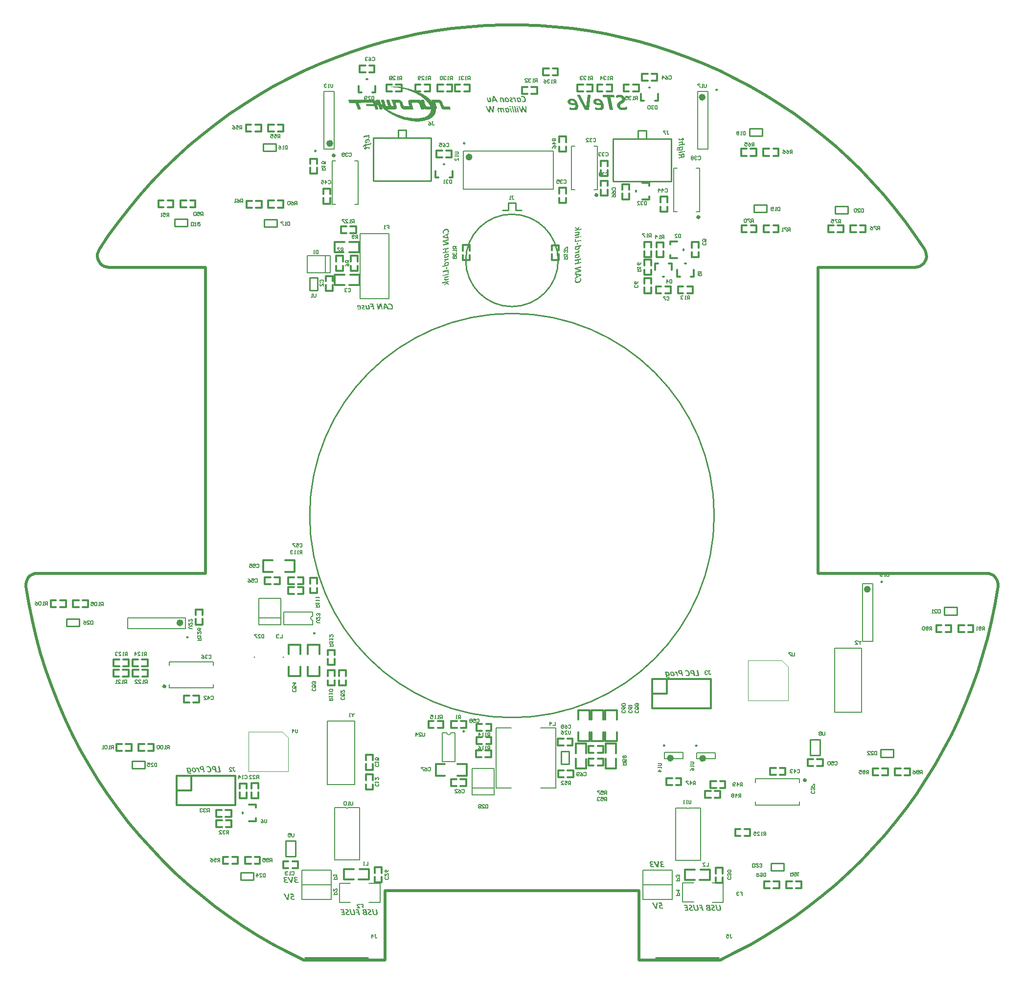
<source format=gbo>
%FSAX25Y25*%
%MOIN*%
G70*
G01*
G75*
G04 Layer_Color=32896*
%ADD10O,0.08661X0.02362*%
%ADD11R,0.03000X0.03543*%
%ADD12R,0.05118X0.05512*%
%ADD13R,0.05512X0.05118*%
%ADD14R,0.03543X0.03000*%
%ADD15R,0.05000X0.06693*%
%ADD16R,0.04921X0.03937*%
%ADD17R,0.08661X0.02362*%
%ADD18O,0.08661X0.02362*%
%ADD19O,0.02362X0.08661*%
%ADD20R,0.09449X0.09843*%
%ADD21C,0.01575*%
%ADD22C,0.01181*%
%ADD23C,0.00984*%
%ADD24C,0.01000*%
%ADD25C,0.03150*%
%ADD26C,0.03937*%
%ADD27C,0.02756*%
%ADD28C,0.02362*%
%ADD29C,0.00591*%
%ADD30C,0.01969*%
%ADD31C,0.05906*%
%ADD32R,0.05906X0.05906*%
%ADD33C,0.05118*%
%ADD34C,0.07874*%
%ADD35O,0.10236X0.07874*%
%ADD36O,0.08268X0.07874*%
%ADD37R,0.05118X0.09843*%
%ADD38O,0.05118X0.09843*%
%ADD39R,0.06299X0.06299*%
%ADD40C,0.06299*%
%ADD41C,2.75591*%
%ADD42C,0.39370*%
%ADD43C,0.19685*%
%ADD44C,0.05500*%
%ADD45C,0.06693*%
%ADD46C,0.05000*%
%ADD47R,0.09646X0.09843*%
%ADD48R,0.09843X0.09449*%
%ADD49R,0.02362X0.08661*%
%ADD50O,0.02362X0.08661*%
%ADD51R,0.20866X0.07087*%
%ADD52O,0.03937X0.01024*%
%ADD53O,0.01024X0.03937*%
%ADD54R,0.03937X0.01024*%
%ADD55R,0.03543X0.01575*%
%ADD56R,0.09449X0.12598*%
%ADD57R,0.06693X0.05000*%
%ADD58R,0.09843X0.14961*%
%ADD59R,0.01969X0.05512*%
%ADD60O,0.08661X0.01575*%
%ADD61R,0.08661X0.01575*%
%ADD62R,0.18110X0.09252*%
%ADD63O,0.01378X0.06299*%
%ADD64R,0.07087X0.07874*%
%ADD65R,0.03543X0.01575*%
%ADD66R,0.09843X0.09646*%
%ADD67R,0.03937X0.04921*%
%ADD68O,0.02165X0.07874*%
%ADD69R,0.15000X0.19685*%
%ADD70R,0.01575X0.03543*%
%ADD71R,0.06000X0.06299*%
%ADD72R,0.06299X0.06000*%
%ADD73C,0.00787*%
%ADD74C,0.00141*%
%ADD75C,0.01378*%
%ADD76C,0.01200*%
%ADD77O,0.09461X0.03162*%
%ADD78R,0.03800X0.04343*%
%ADD79R,0.05918X0.06312*%
%ADD80R,0.06312X0.05918*%
%ADD81R,0.04343X0.03800*%
%ADD82R,0.05800X0.07493*%
%ADD83R,0.05721X0.04737*%
%ADD84R,0.09461X0.03162*%
%ADD85O,0.09461X0.03162*%
%ADD86O,0.03162X0.09461*%
%ADD87R,0.10249X0.10642*%
%ADD88C,0.06706*%
%ADD89R,0.06706X0.06706*%
%ADD90C,0.05918*%
%ADD91C,0.08674*%
%ADD92O,0.11036X0.08674*%
%ADD93O,0.09068X0.08674*%
%ADD94R,0.05918X0.10642*%
%ADD95O,0.05918X0.10642*%
%ADD96R,0.07099X0.07099*%
%ADD97C,0.07099*%
%ADD98C,2.76391*%
%ADD99C,0.40170*%
%ADD100C,0.20485*%
%ADD101C,0.06300*%
%ADD102C,0.07493*%
%ADD103C,0.05800*%
%ADD104R,0.10446X0.10642*%
%ADD105R,0.10642X0.10249*%
%ADD106R,0.03162X0.09461*%
%ADD107O,0.03162X0.09461*%
%ADD108R,0.21666X0.07887*%
%ADD109O,0.04737X0.01824*%
%ADD110O,0.01824X0.04737*%
%ADD111R,0.04737X0.01824*%
%ADD112R,0.04343X0.02375*%
%ADD113R,0.10249X0.13398*%
%ADD114R,0.07493X0.05800*%
%ADD115O,0.09461X0.02375*%
%ADD116R,0.09461X0.02375*%
%ADD117R,0.18910X0.10052*%
%ADD118O,0.02178X0.07099*%
%ADD119R,0.07887X0.08674*%
%ADD120R,0.04343X0.02375*%
%ADD121R,0.10642X0.10446*%
%ADD122R,0.04737X0.05721*%
%ADD123O,0.02965X0.08674*%
%ADD124R,0.15800X0.20485*%
%ADD125R,0.02375X0.04343*%
%ADD126R,0.06800X0.07099*%
%ADD127R,0.07099X0.06800*%
%ADD128C,0.00394*%
%ADD129C,0.00800*%
%ADD130C,0.00150*%
%ADD131C,0.00500*%
G36*
X0843962Y0842395D02*
X0843977Y0842380D01*
X0843985Y0842365D01*
Y0842357D01*
X0843992Y0842318D01*
X0844000Y0842280D01*
X0844008Y0842249D01*
Y0842234D01*
X0844015Y0842173D01*
Y0842111D01*
Y0842057D01*
Y0842050D01*
Y0842042D01*
Y0841965D01*
X0844008Y0841904D01*
Y0841865D01*
Y0841850D01*
X0844000Y0841796D01*
X0843992Y0841758D01*
X0843985Y0841735D01*
Y0841727D01*
X0843969Y0841689D01*
X0843962Y0841666D01*
X0843946Y0841658D01*
Y0841650D01*
X0843931Y0841635D01*
X0843908Y0841627D01*
X0843892D01*
X0841097Y0841067D01*
X0841059D01*
X0841043Y0841074D01*
X0841020Y0841082D01*
X0841005Y0841105D01*
X0840997Y0841120D01*
Y0841128D01*
X0840989Y0841159D01*
X0840982Y0841197D01*
X0840974Y0841228D01*
Y0841243D01*
X0840966Y0841305D01*
X0840959Y0841366D01*
Y0841412D01*
Y0841428D01*
Y0841435D01*
Y0841512D01*
X0840966Y0841573D01*
X0840974Y0841612D01*
Y0841627D01*
X0840982Y0841681D01*
X0840989Y0841719D01*
X0840997Y0841750D01*
Y0841758D01*
X0841012Y0841788D01*
X0841028Y0841811D01*
X0841035Y0841819D01*
X0841043Y0841827D01*
X0841059Y0841842D01*
X0841082Y0841850D01*
X0841097D01*
X0843892Y0842411D01*
X0843946D01*
X0843962Y0842395D01*
D02*
G37*
G36*
X0840398Y0841735D02*
X0840436Y0841719D01*
X0840467Y0841704D01*
X0840475Y0841696D01*
X0840506Y0841658D01*
X0840529Y0841612D01*
X0840536Y0841581D01*
X0840544Y0841566D01*
X0840552Y0841497D01*
X0840559Y0841428D01*
Y0841397D01*
Y0841374D01*
Y0841358D01*
Y0841351D01*
Y0841259D01*
X0840552Y0841189D01*
X0840544Y0841143D01*
Y0841128D01*
X0840521Y0841067D01*
X0840498Y0841013D01*
X0840483Y0840982D01*
X0840475Y0840974D01*
X0840429Y0840928D01*
X0840390Y0840898D01*
X0840360Y0840875D01*
X0840344Y0840867D01*
X0840283Y0840844D01*
X0840214Y0840821D01*
X0840168Y0840813D01*
X0840152Y0840805D01*
X0840145D01*
X0840068Y0840798D01*
X0839960D01*
X0839907Y0840805D01*
X0839861Y0840821D01*
X0839837Y0840836D01*
X0839830Y0840844D01*
X0839791Y0840882D01*
X0839768Y0840921D01*
X0839761Y0840951D01*
X0839753Y0840959D01*
Y0840967D01*
X0839738Y0841036D01*
X0839730Y0841105D01*
Y0841136D01*
Y0841159D01*
Y0841174D01*
Y0841182D01*
Y0841274D01*
X0839738Y0841351D01*
X0839745Y0841397D01*
X0839753Y0841405D01*
Y0841412D01*
X0839776Y0841474D01*
X0839799Y0841520D01*
X0839822Y0841550D01*
X0839830Y0841566D01*
X0839868Y0841604D01*
X0839914Y0841635D01*
X0839945Y0841658D01*
X0839953Y0841666D01*
X0839960D01*
X0840022Y0841689D01*
X0840083Y0841704D01*
X0840129Y0841719D01*
X0840145D01*
X0840229Y0841735D01*
X0840291Y0841742D01*
X0840344D01*
X0840398Y0841735D01*
D02*
G37*
G36*
X0843962Y0840813D02*
X0843977Y0840798D01*
X0843985Y0840782D01*
Y0840775D01*
X0843992Y0840736D01*
X0844000Y0840698D01*
X0844008Y0840667D01*
Y0840652D01*
X0844015Y0840590D01*
Y0840529D01*
Y0840475D01*
Y0840467D01*
Y0840460D01*
Y0840383D01*
X0844008Y0840322D01*
Y0840283D01*
Y0840268D01*
X0844000Y0840214D01*
X0843992Y0840176D01*
X0843985Y0840153D01*
Y0840145D01*
X0843969Y0840107D01*
X0843962Y0840084D01*
X0843946Y0840076D01*
Y0840068D01*
X0843931Y0840053D01*
X0843908Y0840045D01*
X0843892D01*
X0842625Y0839792D01*
X0842472Y0839753D01*
X0842403Y0839730D01*
X0842341Y0839707D01*
X0842295Y0839684D01*
X0842257Y0839669D01*
X0842234Y0839653D01*
X0842226D01*
X0842095Y0839577D01*
X0842034Y0839538D01*
X0841988Y0839507D01*
X0841949Y0839477D01*
X0841919Y0839454D01*
X0841903Y0839438D01*
X0841896Y0839431D01*
X0841803Y0839331D01*
X0841734Y0839246D01*
X0841704Y0839216D01*
X0841688Y0839185D01*
X0841673Y0839170D01*
Y0839162D01*
X0841642Y0839108D01*
X0841627Y0839062D01*
X0841596Y0838978D01*
Y0838939D01*
X0841588Y0838916D01*
Y0838901D01*
Y0838893D01*
Y0838839D01*
X0841604Y0838801D01*
X0841635Y0838732D01*
X0841665Y0838701D01*
X0841673Y0838686D01*
X0841681D01*
X0841757Y0838647D01*
X0841834Y0838632D01*
X0841865Y0838624D01*
X0842011D01*
X0842042Y0838632D01*
X0842057D01*
X0842111Y0838640D01*
X0842165Y0838647D01*
X0842195Y0838655D01*
X0842211D01*
X0843892Y0839001D01*
X0843946D01*
X0843962Y0838985D01*
X0843977Y0838970D01*
X0843985Y0838955D01*
Y0838947D01*
X0843992Y0838908D01*
X0844000Y0838870D01*
X0844008Y0838839D01*
Y0838824D01*
X0844015Y0838763D01*
Y0838701D01*
Y0838647D01*
Y0838640D01*
Y0838632D01*
Y0838555D01*
X0844008Y0838494D01*
Y0838455D01*
Y0838440D01*
X0844000Y0838386D01*
X0843992Y0838348D01*
X0843985Y0838325D01*
Y0838317D01*
X0843969Y0838279D01*
X0843962Y0838256D01*
X0843946Y0838248D01*
Y0838240D01*
X0843931Y0838225D01*
X0843908Y0838217D01*
X0843892D01*
X0842157Y0837856D01*
X0842072Y0837841D01*
X0842003Y0837833D01*
X0841973D01*
X0841949Y0837826D01*
X0841934D01*
X0841857Y0837818D01*
X0841780Y0837810D01*
X0841711D01*
X0841596Y0837818D01*
X0841496Y0837833D01*
X0841458Y0837841D01*
X0841427Y0837849D01*
X0841412Y0837856D01*
X0841404D01*
X0841304Y0837895D01*
X0841220Y0837933D01*
X0841189Y0837956D01*
X0841166Y0837971D01*
X0841158Y0837979D01*
X0841151Y0837987D01*
X0841074Y0838064D01*
X0841020Y0838140D01*
X0840997Y0838179D01*
X0840982Y0838210D01*
X0840974Y0838225D01*
Y0838233D01*
X0840936Y0838348D01*
X0840913Y0838471D01*
X0840905Y0838525D01*
Y0838563D01*
Y0838594D01*
Y0838601D01*
X0840913Y0838732D01*
X0840920Y0838786D01*
X0840936Y0838839D01*
X0840943Y0838885D01*
X0840959Y0838916D01*
X0840966Y0838939D01*
Y0838947D01*
X0841012Y0839070D01*
X0841043Y0839124D01*
X0841066Y0839170D01*
X0841089Y0839208D01*
X0841105Y0839239D01*
X0841112Y0839254D01*
X0841120Y0839262D01*
X0841189Y0839362D01*
X0841251Y0839446D01*
X0841281Y0839477D01*
X0841297Y0839500D01*
X0841312Y0839515D01*
X0841320Y0839523D01*
X0841404Y0839592D01*
X0841481Y0839646D01*
X0841504Y0839669D01*
X0841527Y0839676D01*
X0841541Y0839690D01*
X0841082Y0839607D01*
X0841043D01*
X0841028Y0839615D01*
X0841012Y0839623D01*
X0841005Y0839638D01*
X0840997Y0839653D01*
Y0839661D01*
X0840989Y0839692D01*
X0840982Y0839715D01*
X0840974Y0839746D01*
Y0839753D01*
X0840966Y0839799D01*
X0840959Y0839853D01*
Y0839892D01*
Y0839899D01*
Y0839907D01*
Y0839968D01*
X0840966Y0840022D01*
X0840974Y0840053D01*
Y0840068D01*
X0840982Y0840114D01*
X0840989Y0840153D01*
X0840997Y0840176D01*
Y0840183D01*
X0841012Y0840229D01*
X0841020Y0840237D01*
X0841028Y0840245D01*
X0841043Y0840260D01*
X0841066Y0840268D01*
X0841082D01*
X0843892Y0840829D01*
X0843946D01*
X0843962Y0840813D01*
D02*
G37*
G36*
X0843892Y0845060D02*
X0843923Y0845053D01*
X0843939Y0845037D01*
X0843946D01*
X0843977Y0844983D01*
X0843992Y0844968D01*
Y0844960D01*
X0844000Y0844930D01*
Y0844899D01*
Y0844876D01*
Y0844868D01*
Y0843002D01*
X0843992Y0842971D01*
X0843985Y0842948D01*
X0843977Y0842933D01*
X0843969Y0842925D01*
X0843908Y0842887D01*
X0843885Y0842871D01*
X0843877D01*
X0843839Y0842856D01*
X0843800Y0842841D01*
X0843770Y0842833D01*
X0843762D01*
X0843716Y0842825D01*
X0843670Y0842818D01*
X0843639Y0842810D01*
X0843631D01*
X0843585Y0842802D01*
X0843547Y0842795D01*
X0843524Y0842787D01*
X0843516D01*
X0843485Y0842779D01*
X0843409D01*
X0843378Y0842787D01*
X0843363Y0842795D01*
X0843355Y0842802D01*
X0843332Y0842818D01*
X0843324Y0842841D01*
X0843316Y0842856D01*
Y0842864D01*
Y0844146D01*
X0840037Y0843493D01*
X0839999D01*
X0839983Y0843501D01*
X0839968Y0843517D01*
X0839953Y0843540D01*
X0839945Y0843555D01*
Y0843563D01*
X0839937Y0843601D01*
X0839930Y0843639D01*
X0839922Y0843670D01*
Y0843678D01*
Y0843685D01*
X0839914Y0843747D01*
X0839907Y0843808D01*
Y0843854D01*
Y0843870D01*
Y0843877D01*
Y0843962D01*
X0839914Y0844023D01*
X0839922Y0844069D01*
Y0844077D01*
Y0844085D01*
X0839930Y0844139D01*
X0839937Y0844177D01*
X0839945Y0844208D01*
Y0844215D01*
X0839960Y0844246D01*
X0839968Y0844277D01*
X0839976Y0844285D01*
X0839983Y0844292D01*
X0839999Y0844308D01*
X0840022Y0844315D01*
X0840037D01*
X0843739Y0845060D01*
X0843785Y0845068D01*
X0843862D01*
X0843892Y0845060D01*
D02*
G37*
G36*
X0843962Y0852763D02*
X0843977Y0852748D01*
X0843985Y0852732D01*
Y0852725D01*
X0843992Y0852686D01*
X0844000Y0852648D01*
X0844008Y0852617D01*
Y0852602D01*
X0844015Y0852540D01*
Y0852479D01*
Y0852425D01*
Y0852418D01*
Y0852410D01*
Y0852333D01*
X0844008Y0852272D01*
Y0852233D01*
Y0852218D01*
X0844000Y0852164D01*
X0843992Y0852126D01*
X0843985Y0852103D01*
Y0852095D01*
X0843969Y0852057D01*
X0843962Y0852034D01*
X0843946Y0852026D01*
Y0852018D01*
X0843931Y0852003D01*
X0843908Y0851995D01*
X0843892D01*
X0842633Y0851742D01*
X0842495Y0851703D01*
X0842433Y0851688D01*
X0842379Y0851665D01*
X0842333Y0851650D01*
X0842295Y0851634D01*
X0842272Y0851619D01*
X0842264D01*
X0842134Y0851550D01*
X0842080Y0851511D01*
X0842034Y0851481D01*
X0842003Y0851458D01*
X0841973Y0851435D01*
X0841957Y0851427D01*
X0841949Y0851419D01*
X0841857Y0851335D01*
X0841796Y0851258D01*
X0841765Y0851235D01*
X0841750Y0851212D01*
X0841734Y0851196D01*
Y0851189D01*
X0841704Y0851143D01*
X0841688Y0851104D01*
X0841658Y0851027D01*
Y0850997D01*
X0841650Y0850974D01*
Y0850966D01*
Y0850958D01*
Y0850920D01*
X0841658Y0850889D01*
X0841665Y0850874D01*
Y0850866D01*
X0841673Y0850836D01*
X0841681Y0850813D01*
X0841688Y0850797D01*
Y0850789D01*
X0841704Y0850743D01*
X0841711Y0850736D01*
Y0850728D01*
X0841719Y0850690D01*
Y0850674D01*
X0841711Y0850644D01*
X0841696Y0850628D01*
X0841688Y0850613D01*
X0841681Y0850605D01*
X0841642Y0850582D01*
X0841604Y0850567D01*
X0841573Y0850551D01*
X0841565D01*
X0841512Y0850536D01*
X0841466Y0850521D01*
X0841435Y0850513D01*
X0841420D01*
X0841358Y0850498D01*
X0841304Y0850490D01*
X0841274Y0850482D01*
X0841258D01*
X0841204Y0850475D01*
X0841166Y0850467D01*
X0841135Y0850459D01*
X0841128D01*
X0841089Y0850451D01*
X0841020D01*
X0840997Y0850459D01*
X0840989Y0850467D01*
X0840982Y0850475D01*
X0840974Y0850490D01*
X0840966Y0850505D01*
X0840959Y0850521D01*
Y0850528D01*
X0840943Y0850574D01*
X0840936Y0850597D01*
Y0850605D01*
X0840920Y0850659D01*
X0840913Y0850682D01*
Y0850690D01*
X0840905Y0850720D01*
Y0850751D01*
Y0850774D01*
Y0850782D01*
X0840913Y0850874D01*
X0840928Y0850951D01*
X0840943Y0850981D01*
X0840951Y0851005D01*
X0840959Y0851020D01*
Y0851027D01*
X0840997Y0851112D01*
X0841043Y0851189D01*
X0841059Y0851212D01*
X0841074Y0851235D01*
X0841082Y0851250D01*
X0841089Y0851258D01*
X0841151Y0851335D01*
X0841212Y0851404D01*
X0841258Y0851450D01*
X0841274Y0851458D01*
X0841281Y0851465D01*
X0841366Y0851534D01*
X0841450Y0851588D01*
X0841481Y0851611D01*
X0841512Y0851627D01*
X0841525Y0851640D01*
X0841082Y0851550D01*
X0841043D01*
X0841028Y0851557D01*
X0841012Y0851565D01*
X0841005Y0851581D01*
X0840997Y0851596D01*
Y0851604D01*
X0840989Y0851634D01*
X0840982Y0851657D01*
X0840974Y0851688D01*
Y0851696D01*
X0840966Y0851749D01*
X0840959Y0851795D01*
Y0851842D01*
Y0851849D01*
Y0851857D01*
Y0851918D01*
X0840966Y0851972D01*
X0840974Y0852003D01*
Y0852018D01*
X0840982Y0852064D01*
X0840989Y0852103D01*
X0840997Y0852126D01*
Y0852133D01*
X0841012Y0852180D01*
X0841020Y0852187D01*
X0841028Y0852195D01*
X0841043Y0852210D01*
X0841066Y0852218D01*
X0841082D01*
X0843892Y0852779D01*
X0843946D01*
X0843962Y0852763D01*
D02*
G37*
G36*
X0843163Y0850436D02*
X0843201D01*
X0843224Y0850428D01*
X0843247D01*
X0843340Y0850413D01*
X0843416Y0850398D01*
X0843447Y0850390D01*
X0843470D01*
X0843485Y0850382D01*
X0843493D01*
X0843578Y0850352D01*
X0843647Y0850321D01*
X0843677Y0850306D01*
X0843701Y0850290D01*
X0843708Y0850283D01*
X0843716D01*
X0843793Y0850229D01*
X0843854Y0850175D01*
X0843892Y0850137D01*
X0843900Y0850129D01*
X0843908Y0850121D01*
X0843962Y0850045D01*
X0843992Y0849968D01*
X0844008Y0849937D01*
X0844015Y0849914D01*
X0844023Y0849899D01*
Y0849891D01*
X0844046Y0849783D01*
X0844061Y0849683D01*
X0844069Y0849637D01*
Y0849607D01*
Y0849584D01*
Y0849576D01*
X0844061Y0849445D01*
X0844046Y0849384D01*
X0844038Y0849330D01*
X0844023Y0849284D01*
X0844015Y0849253D01*
X0844008Y0849230D01*
Y0849223D01*
X0843962Y0849100D01*
X0843939Y0849046D01*
X0843915Y0849000D01*
X0843892Y0848962D01*
X0843877Y0848931D01*
X0843862Y0848915D01*
Y0848908D01*
X0843793Y0848816D01*
X0843723Y0848739D01*
X0843701Y0848708D01*
X0843677Y0848685D01*
X0843670Y0848677D01*
X0843662Y0848670D01*
X0843578Y0848601D01*
X0843509Y0848547D01*
X0843462Y0848516D01*
X0843456Y0848510D01*
X0843900Y0848593D01*
X0843954D01*
X0843969Y0848578D01*
X0843985Y0848562D01*
X0843992Y0848547D01*
Y0848539D01*
X0844000Y0848508D01*
Y0848478D01*
X0844008Y0848447D01*
Y0848439D01*
X0844015Y0848386D01*
Y0848339D01*
Y0848301D01*
Y0848286D01*
Y0848217D01*
X0844008Y0848163D01*
Y0848117D01*
X0844000Y0848078D01*
Y0848048D01*
X0843992Y0848025D01*
Y0848009D01*
X0843977Y0847979D01*
X0843962Y0847956D01*
X0843931Y0847925D01*
X0843908Y0847909D01*
X0843900D01*
X0839768Y0847080D01*
X0839730Y0847088D01*
X0839715Y0847095D01*
X0839692Y0847103D01*
X0839676Y0847126D01*
X0839668Y0847141D01*
Y0847149D01*
X0839661Y0847180D01*
X0839653Y0847218D01*
X0839645Y0847249D01*
Y0847264D01*
X0839638Y0847326D01*
X0839630Y0847379D01*
Y0847426D01*
Y0847441D01*
Y0847449D01*
Y0847525D01*
X0839638Y0847587D01*
X0839645Y0847625D01*
Y0847641D01*
X0839653Y0847694D01*
X0839661Y0847733D01*
X0839668Y0847764D01*
Y0847771D01*
X0839684Y0847802D01*
X0839699Y0847825D01*
X0839707Y0847833D01*
X0839715Y0847840D01*
X0839730Y0847856D01*
X0839753Y0847863D01*
X0839768D01*
X0841251Y0848163D01*
X0841204Y0848209D01*
X0841158Y0848247D01*
X0841128Y0848278D01*
X0841120Y0848293D01*
X0841074Y0848355D01*
X0841035Y0848409D01*
X0841012Y0848447D01*
X0841005Y0848455D01*
Y0848462D01*
X0840974Y0848532D01*
X0840951Y0848601D01*
X0840943Y0848647D01*
X0840936Y0848662D01*
Y0848670D01*
X0840920Y0848754D01*
X0840905Y0848823D01*
Y0848854D01*
Y0848877D01*
Y0848892D01*
Y0848900D01*
X0840913Y0849000D01*
X0840920Y0849092D01*
X0840936Y0849177D01*
X0840951Y0849253D01*
X0840974Y0849315D01*
X0840989Y0849361D01*
X0840997Y0849392D01*
X0841005Y0849399D01*
X0841089Y0849553D01*
X0841128Y0849622D01*
X0841174Y0849683D01*
X0841212Y0849730D01*
X0841235Y0849768D01*
X0841258Y0849791D01*
X0841266Y0849799D01*
X0841389Y0849914D01*
X0841458Y0849968D01*
X0841512Y0850006D01*
X0841565Y0850045D01*
X0841604Y0850068D01*
X0841635Y0850083D01*
X0841642Y0850091D01*
X0841803Y0850175D01*
X0841880Y0850213D01*
X0841942Y0850237D01*
X0842003Y0850267D01*
X0842049Y0850283D01*
X0842080Y0850290D01*
X0842088Y0850298D01*
X0842257Y0850352D01*
X0842333Y0850367D01*
X0842410Y0850382D01*
X0842472Y0850398D01*
X0842518Y0850405D01*
X0842548Y0850413D01*
X0842556D01*
X0842725Y0850428D01*
X0842794Y0850436D01*
X0842863D01*
X0842917Y0850444D01*
X0843086D01*
X0843163Y0850436D01*
D02*
G37*
G36*
X0842656Y0847042D02*
X0842694Y0847034D01*
X0842710Y0847026D01*
X0842717D01*
X0842733Y0847003D01*
X0842741Y0846980D01*
X0842748Y0846957D01*
Y0846949D01*
Y0845636D01*
X0842741Y0845605D01*
X0842733Y0845582D01*
X0842725Y0845567D01*
X0842717Y0845559D01*
X0842664Y0845513D01*
X0842648Y0845506D01*
X0842641Y0845498D01*
X0842602Y0845483D01*
X0842564Y0845467D01*
X0842541Y0845459D01*
X0842533D01*
X0842487Y0845444D01*
X0842449Y0845436D01*
X0842426Y0845429D01*
X0842418D01*
X0842379Y0845421D01*
X0842349Y0845413D01*
X0842326Y0845406D01*
X0842318D01*
X0842280Y0845398D01*
X0842241D01*
X0842203Y0845406D01*
X0842165Y0845413D01*
X0842149Y0845421D01*
X0842141Y0845429D01*
X0842118Y0845452D01*
X0842111Y0845475D01*
X0842103Y0845498D01*
Y0845506D01*
Y0846819D01*
X0842111Y0846850D01*
X0842118Y0846880D01*
X0842126Y0846896D01*
X0842134Y0846903D01*
X0842180Y0846942D01*
X0842203Y0846957D01*
X0842211Y0846965D01*
X0842249Y0846980D01*
X0842280Y0846996D01*
X0842310Y0847003D01*
X0842318Y0847011D01*
X0842364Y0847019D01*
X0842395Y0847034D01*
X0842426Y0847042D01*
X0842433D01*
X0842472Y0847049D01*
X0842610D01*
X0842656Y0847042D01*
D02*
G37*
G36*
X0932957Y0867926D02*
X0932980Y0867918D01*
X0932995Y0867895D01*
X0933003Y0867880D01*
Y0867872D01*
X0933011Y0867841D01*
X0933018Y0867803D01*
X0933026Y0867772D01*
Y0867757D01*
X0933034Y0867695D01*
X0933041Y0867634D01*
Y0867588D01*
Y0867572D01*
Y0867565D01*
Y0867488D01*
X0933034Y0867427D01*
X0933026Y0867388D01*
Y0867373D01*
X0933018Y0867319D01*
X0933011Y0867281D01*
X0933003Y0867250D01*
Y0867242D01*
X0932987Y0867212D01*
X0932972Y0867188D01*
X0932965Y0867181D01*
X0932957Y0867173D01*
X0932941Y0867158D01*
X0932918Y0867150D01*
X0932903D01*
X0930107Y0866589D01*
X0930054D01*
X0930038Y0866605D01*
X0930023Y0866620D01*
X0930015Y0866636D01*
Y0866643D01*
X0930008Y0866682D01*
X0930000Y0866720D01*
X0929992Y0866751D01*
Y0866766D01*
X0929985Y0866827D01*
Y0866889D01*
Y0866943D01*
Y0866950D01*
Y0866958D01*
Y0867035D01*
X0929992Y0867096D01*
Y0867135D01*
Y0867150D01*
X0930000Y0867204D01*
X0930008Y0867242D01*
X0930015Y0867265D01*
Y0867273D01*
X0930031Y0867311D01*
X0930038Y0867334D01*
X0930054Y0867342D01*
Y0867350D01*
X0930069Y0867365D01*
X0930092Y0867373D01*
X0930107D01*
X0932903Y0867933D01*
X0932941D01*
X0932957Y0867926D01*
D02*
G37*
G36*
X0930622Y0866213D02*
X0930637Y0866205D01*
X0930645Y0866198D01*
X0930668Y0866182D01*
X0930676Y0866159D01*
X0930684Y0866144D01*
Y0866136D01*
Y0864854D01*
X0933963Y0865507D01*
X0934001D01*
X0934017Y0865499D01*
X0934032Y0865483D01*
X0934047Y0865460D01*
X0934055Y0865445D01*
Y0865437D01*
X0934063Y0865399D01*
X0934070Y0865361D01*
X0934078Y0865330D01*
Y0865322D01*
Y0865315D01*
X0934086Y0865253D01*
X0934093Y0865192D01*
Y0865146D01*
Y0865130D01*
Y0865123D01*
Y0865038D01*
X0934086Y0864977D01*
X0934078Y0864931D01*
Y0864923D01*
Y0864915D01*
X0934070Y0864861D01*
X0934063Y0864823D01*
X0934055Y0864792D01*
Y0864785D01*
X0934040Y0864754D01*
X0934032Y0864723D01*
X0934024Y0864715D01*
X0934017Y0864708D01*
X0934001Y0864692D01*
X0933978Y0864685D01*
X0933963D01*
X0930261Y0863940D01*
X0930215Y0863932D01*
X0930138D01*
X0930107Y0863940D01*
X0930077Y0863947D01*
X0930061Y0863963D01*
X0930054D01*
X0930023Y0864017D01*
X0930008Y0864032D01*
Y0864040D01*
X0930000Y0864070D01*
Y0864101D01*
Y0864124D01*
Y0864132D01*
Y0865998D01*
X0930008Y0866029D01*
X0930015Y0866052D01*
X0930023Y0866067D01*
X0930031Y0866075D01*
X0930092Y0866113D01*
X0930115Y0866129D01*
X0930123D01*
X0930161Y0866144D01*
X0930200Y0866159D01*
X0930230Y0866167D01*
X0930238D01*
X0930284Y0866175D01*
X0930330Y0866182D01*
X0930361Y0866190D01*
X0930369D01*
X0930415Y0866198D01*
X0930453Y0866205D01*
X0930476Y0866213D01*
X0930484D01*
X0930515Y0866221D01*
X0930591D01*
X0930622Y0866213D01*
D02*
G37*
G36*
X0931797Y0863594D02*
X0931835Y0863587D01*
X0931851Y0863579D01*
X0931859Y0863571D01*
X0931882Y0863548D01*
X0931889Y0863525D01*
X0931897Y0863502D01*
Y0863494D01*
Y0862181D01*
X0931889Y0862150D01*
X0931882Y0862120D01*
X0931874Y0862104D01*
X0931866Y0862097D01*
X0931820Y0862058D01*
X0931797Y0862043D01*
X0931789Y0862035D01*
X0931751Y0862020D01*
X0931720Y0862004D01*
X0931690Y0861997D01*
X0931682Y0861989D01*
X0931636Y0861981D01*
X0931605Y0861966D01*
X0931574Y0861958D01*
X0931567D01*
X0931528Y0861951D01*
X0931390D01*
X0931344Y0861958D01*
X0931306Y0861966D01*
X0931290Y0861974D01*
X0931283D01*
X0931267Y0861997D01*
X0931260Y0862020D01*
X0931252Y0862043D01*
Y0862051D01*
Y0863364D01*
X0931260Y0863395D01*
X0931267Y0863418D01*
X0931275Y0863433D01*
X0931283Y0863441D01*
X0931336Y0863487D01*
X0931352Y0863494D01*
X0931359Y0863502D01*
X0931398Y0863517D01*
X0931436Y0863533D01*
X0931459Y0863540D01*
X0931467D01*
X0931513Y0863556D01*
X0931551Y0863564D01*
X0931574Y0863571D01*
X0931582D01*
X0931621Y0863579D01*
X0931651Y0863587D01*
X0931674Y0863594D01*
X0931682D01*
X0931720Y0863602D01*
X0931759D01*
X0931797Y0863594D01*
D02*
G37*
G36*
X0934093Y0868195D02*
X0934140Y0868179D01*
X0934163Y0868164D01*
X0934170Y0868156D01*
X0934209Y0868118D01*
X0934232Y0868079D01*
X0934239Y0868049D01*
X0934247Y0868041D01*
Y0868033D01*
X0934262Y0867964D01*
X0934270Y0867895D01*
Y0867864D01*
Y0867841D01*
Y0867826D01*
Y0867818D01*
Y0867726D01*
X0934262Y0867649D01*
X0934255Y0867603D01*
X0934247Y0867595D01*
Y0867588D01*
X0934224Y0867526D01*
X0934201Y0867480D01*
X0934178Y0867450D01*
X0934170Y0867434D01*
X0934132Y0867396D01*
X0934086Y0867365D01*
X0934055Y0867342D01*
X0934047Y0867334D01*
X0934040D01*
X0933978Y0867311D01*
X0933917Y0867296D01*
X0933871Y0867281D01*
X0933855D01*
X0933771Y0867265D01*
X0933709Y0867258D01*
X0933656D01*
X0933602Y0867265D01*
X0933564Y0867281D01*
X0933533Y0867296D01*
X0933525Y0867304D01*
X0933494Y0867342D01*
X0933471Y0867388D01*
X0933464Y0867419D01*
X0933456Y0867434D01*
X0933448Y0867503D01*
X0933441Y0867572D01*
Y0867603D01*
Y0867626D01*
Y0867642D01*
Y0867649D01*
Y0867741D01*
X0933448Y0867811D01*
X0933456Y0867857D01*
Y0867872D01*
X0933479Y0867933D01*
X0933502Y0867987D01*
X0933517Y0868018D01*
X0933525Y0868026D01*
X0933571Y0868072D01*
X0933610Y0868102D01*
X0933640Y0868125D01*
X0933656Y0868133D01*
X0933717Y0868156D01*
X0933786Y0868179D01*
X0933832Y0868187D01*
X0933848Y0868195D01*
X0933855D01*
X0933932Y0868202D01*
X0934040D01*
X0934093Y0868195D01*
D02*
G37*
G36*
X0843969Y0837419D02*
X0843985Y0837403D01*
X0843992Y0837388D01*
Y0837380D01*
X0844000Y0837342D01*
Y0837303D01*
X0844008Y0837273D01*
Y0837265D01*
X0844015Y0837204D01*
Y0837134D01*
Y0837088D01*
Y0837073D01*
Y0837065D01*
Y0836989D01*
X0844008Y0836935D01*
Y0836896D01*
Y0836881D01*
X0844000Y0836827D01*
X0843992Y0836781D01*
X0843985Y0836758D01*
Y0836750D01*
X0843969Y0836720D01*
X0843962Y0836697D01*
X0843946Y0836689D01*
Y0836681D01*
X0843931Y0836658D01*
X0843908Y0836651D01*
X0843900Y0836643D01*
X0843892D01*
X0842410Y0836351D01*
X0843885Y0835683D01*
X0843931Y0835668D01*
X0843946Y0835660D01*
X0843954D01*
X0843985Y0835621D01*
X0843992Y0835606D01*
Y0835598D01*
X0844000Y0835560D01*
Y0835522D01*
X0844008Y0835491D01*
Y0835476D01*
X0844015Y0835414D01*
Y0835345D01*
Y0835314D01*
Y0835291D01*
Y0835276D01*
Y0835268D01*
Y0835184D01*
X0844008Y0835115D01*
Y0835076D01*
Y0835061D01*
X0844000Y0835007D01*
X0843992Y0834961D01*
X0843985Y0834938D01*
Y0834930D01*
X0843969Y0834900D01*
X0843954Y0834877D01*
X0843946Y0834869D01*
X0843939Y0834861D01*
X0843915Y0834846D01*
X0843892Y0834838D01*
X0843846D01*
X0843816Y0834846D01*
X0843793Y0834853D01*
X0843785D01*
X0843739Y0834861D01*
X0843693Y0834877D01*
X0843662Y0834892D01*
X0843654Y0834900D01*
X0842303Y0835537D01*
X0841366Y0834554D01*
X0841297Y0834492D01*
X0841243Y0834446D01*
X0841204Y0834423D01*
X0841197Y0834416D01*
X0841151Y0834385D01*
X0841112Y0834377D01*
X0841082Y0834370D01*
X0841059D01*
X0841043Y0834377D01*
X0841028Y0834385D01*
Y0834393D01*
X0841012Y0834408D01*
X0840997Y0834431D01*
X0840989Y0834446D01*
Y0834454D01*
X0840982Y0834485D01*
X0840974Y0834523D01*
X0840966Y0834554D01*
Y0834569D01*
X0840959Y0834631D01*
Y0834692D01*
Y0834738D01*
Y0834754D01*
Y0834761D01*
Y0834846D01*
Y0834907D01*
X0840966Y0834953D01*
Y0834961D01*
Y0834969D01*
X0840974Y0835022D01*
X0840982Y0835069D01*
X0840989Y0835099D01*
Y0835107D01*
X0841005Y0835145D01*
X0841020Y0835176D01*
X0841028Y0835191D01*
X0841035Y0835199D01*
X0841074Y0835237D01*
X0841089Y0835253D01*
X0841097Y0835260D01*
X0842218Y0836313D01*
X0839761Y0835821D01*
X0839722D01*
X0839707Y0835829D01*
X0839684Y0835844D01*
X0839668Y0835859D01*
X0839661Y0835875D01*
Y0835883D01*
X0839653Y0835913D01*
X0839645Y0835952D01*
X0839638Y0835982D01*
Y0835998D01*
X0839630Y0836059D01*
X0839622Y0836121D01*
Y0836167D01*
Y0836182D01*
Y0836190D01*
Y0836267D01*
X0839630Y0836328D01*
X0839638Y0836366D01*
Y0836382D01*
X0839645Y0836436D01*
X0839653Y0836474D01*
X0839661Y0836505D01*
Y0836512D01*
X0839676Y0836543D01*
X0839692Y0836566D01*
X0839699Y0836574D01*
X0839707Y0836581D01*
X0839722Y0836597D01*
X0839745Y0836604D01*
X0839761D01*
X0843900Y0837434D01*
X0843954D01*
X0843969Y0837419D01*
D02*
G37*
G36*
X0932957Y0874623D02*
X0932972Y0874615D01*
Y0874607D01*
X0932987Y0874592D01*
X0933003Y0874569D01*
X0933011Y0874554D01*
Y0874546D01*
X0933018Y0874515D01*
X0933026Y0874477D01*
X0933034Y0874446D01*
Y0874431D01*
X0933041Y0874369D01*
Y0874308D01*
Y0874262D01*
Y0874246D01*
Y0874239D01*
Y0874154D01*
Y0874093D01*
X0933034Y0874047D01*
Y0874039D01*
Y0874031D01*
X0933026Y0873978D01*
X0933018Y0873932D01*
X0933011Y0873901D01*
Y0873893D01*
X0932995Y0873855D01*
X0932980Y0873824D01*
X0932972Y0873809D01*
X0932965Y0873801D01*
X0932926Y0873763D01*
X0932911Y0873747D01*
X0932903Y0873740D01*
X0931782Y0872687D01*
X0934239Y0873179D01*
X0934278D01*
X0934293Y0873171D01*
X0934316Y0873156D01*
X0934332Y0873141D01*
X0934339Y0873125D01*
Y0873117D01*
X0934347Y0873087D01*
X0934355Y0873048D01*
X0934362Y0873018D01*
Y0873002D01*
X0934370Y0872941D01*
X0934378Y0872879D01*
Y0872833D01*
Y0872818D01*
Y0872810D01*
Y0872733D01*
X0934370Y0872672D01*
X0934362Y0872634D01*
Y0872618D01*
X0934355Y0872565D01*
X0934347Y0872526D01*
X0934339Y0872495D01*
Y0872488D01*
X0934324Y0872457D01*
X0934309Y0872434D01*
X0934301Y0872426D01*
X0934293Y0872419D01*
X0934278Y0872403D01*
X0934255Y0872396D01*
X0934239D01*
X0930100Y0871566D01*
X0930046D01*
X0930031Y0871581D01*
X0930015Y0871597D01*
X0930008Y0871612D01*
Y0871620D01*
X0930000Y0871658D01*
Y0871697D01*
X0929992Y0871727D01*
Y0871735D01*
X0929985Y0871797D01*
Y0871866D01*
Y0871912D01*
Y0871927D01*
Y0871935D01*
Y0872011D01*
X0929992Y0872065D01*
Y0872104D01*
Y0872119D01*
X0930000Y0872173D01*
X0930008Y0872219D01*
X0930015Y0872242D01*
Y0872250D01*
X0930031Y0872280D01*
X0930038Y0872303D01*
X0930054Y0872311D01*
Y0872319D01*
X0930069Y0872342D01*
X0930092Y0872349D01*
X0930100Y0872357D01*
X0930107D01*
X0931590Y0872649D01*
X0930115Y0873317D01*
X0930069Y0873333D01*
X0930054Y0873340D01*
X0930046D01*
X0930015Y0873379D01*
X0930008Y0873394D01*
Y0873402D01*
X0930000Y0873440D01*
Y0873478D01*
X0929992Y0873509D01*
Y0873524D01*
X0929985Y0873586D01*
Y0873655D01*
Y0873686D01*
Y0873709D01*
Y0873724D01*
Y0873732D01*
Y0873816D01*
X0929992Y0873885D01*
Y0873924D01*
Y0873939D01*
X0930000Y0873993D01*
X0930008Y0874039D01*
X0930015Y0874062D01*
Y0874070D01*
X0930031Y0874100D01*
X0930046Y0874123D01*
X0930054Y0874131D01*
X0930061Y0874139D01*
X0930085Y0874154D01*
X0930107Y0874162D01*
X0930154D01*
X0930184Y0874154D01*
X0930207Y0874147D01*
X0930215D01*
X0930261Y0874139D01*
X0930307Y0874123D01*
X0930338Y0874108D01*
X0930346Y0874100D01*
X0931697Y0873463D01*
X0932634Y0874446D01*
X0932703Y0874508D01*
X0932757Y0874554D01*
X0932796Y0874577D01*
X0932803Y0874584D01*
X0932849Y0874615D01*
X0932888Y0874623D01*
X0932918Y0874630D01*
X0932941D01*
X0932957Y0874623D01*
D02*
G37*
G36*
X0932404Y0871182D02*
X0932504Y0871167D01*
X0932542Y0871159D01*
X0932573Y0871151D01*
X0932588Y0871144D01*
X0932596D01*
X0932696Y0871105D01*
X0932780Y0871067D01*
X0932811Y0871044D01*
X0932834Y0871029D01*
X0932842Y0871021D01*
X0932849Y0871013D01*
X0932926Y0870936D01*
X0932980Y0870860D01*
X0933003Y0870821D01*
X0933018Y0870790D01*
X0933026Y0870775D01*
Y0870767D01*
X0933064Y0870652D01*
X0933087Y0870529D01*
X0933095Y0870475D01*
Y0870437D01*
Y0870406D01*
Y0870399D01*
X0933087Y0870268D01*
X0933080Y0870214D01*
X0933064Y0870161D01*
X0933057Y0870115D01*
X0933041Y0870084D01*
X0933034Y0870061D01*
Y0870053D01*
X0932987Y0869930D01*
X0932957Y0869876D01*
X0932934Y0869830D01*
X0932911Y0869792D01*
X0932895Y0869761D01*
X0932888Y0869746D01*
X0932880Y0869738D01*
X0932811Y0869638D01*
X0932749Y0869554D01*
X0932719Y0869523D01*
X0932703Y0869500D01*
X0932688Y0869485D01*
X0932680Y0869477D01*
X0932596Y0869408D01*
X0932519Y0869354D01*
X0932496Y0869331D01*
X0932473Y0869324D01*
X0932459Y0869310D01*
X0932918Y0869393D01*
X0932957D01*
X0932972Y0869385D01*
X0932987Y0869377D01*
X0932995Y0869362D01*
X0933003Y0869347D01*
Y0869339D01*
X0933011Y0869308D01*
X0933018Y0869285D01*
X0933026Y0869254D01*
Y0869247D01*
X0933034Y0869201D01*
X0933041Y0869147D01*
Y0869108D01*
Y0869101D01*
Y0869093D01*
Y0869032D01*
X0933034Y0868978D01*
X0933026Y0868947D01*
Y0868932D01*
X0933018Y0868886D01*
X0933011Y0868847D01*
X0933003Y0868824D01*
Y0868817D01*
X0932987Y0868771D01*
X0932980Y0868763D01*
X0932972Y0868755D01*
X0932957Y0868740D01*
X0932934Y0868732D01*
X0932918D01*
X0930107Y0868172D01*
X0930054D01*
X0930038Y0868187D01*
X0930023Y0868202D01*
X0930015Y0868218D01*
Y0868225D01*
X0930008Y0868264D01*
X0930000Y0868302D01*
X0929992Y0868333D01*
Y0868348D01*
X0929985Y0868410D01*
Y0868471D01*
Y0868525D01*
Y0868532D01*
Y0868540D01*
Y0868617D01*
X0929992Y0868678D01*
Y0868717D01*
Y0868732D01*
X0930000Y0868786D01*
X0930008Y0868824D01*
X0930015Y0868847D01*
Y0868855D01*
X0930031Y0868893D01*
X0930038Y0868917D01*
X0930054Y0868924D01*
Y0868932D01*
X0930069Y0868947D01*
X0930092Y0868955D01*
X0930107D01*
X0931375Y0869208D01*
X0931528Y0869247D01*
X0931597Y0869270D01*
X0931659Y0869293D01*
X0931705Y0869316D01*
X0931743Y0869331D01*
X0931766Y0869347D01*
X0931774D01*
X0931905Y0869423D01*
X0931966Y0869462D01*
X0932012Y0869493D01*
X0932051Y0869523D01*
X0932081Y0869546D01*
X0932097Y0869562D01*
X0932104Y0869569D01*
X0932197Y0869669D01*
X0932266Y0869754D01*
X0932296Y0869784D01*
X0932312Y0869815D01*
X0932327Y0869830D01*
Y0869838D01*
X0932358Y0869892D01*
X0932373Y0869938D01*
X0932404Y0870022D01*
Y0870061D01*
X0932411Y0870084D01*
Y0870099D01*
Y0870107D01*
Y0870161D01*
X0932396Y0870199D01*
X0932365Y0870268D01*
X0932335Y0870299D01*
X0932327Y0870314D01*
X0932319D01*
X0932243Y0870353D01*
X0932166Y0870368D01*
X0932135Y0870376D01*
X0931989D01*
X0931958Y0870368D01*
X0931943D01*
X0931889Y0870360D01*
X0931835Y0870353D01*
X0931805Y0870345D01*
X0931789D01*
X0930107Y0869999D01*
X0930054D01*
X0930038Y0870015D01*
X0930023Y0870030D01*
X0930015Y0870045D01*
Y0870053D01*
X0930008Y0870092D01*
X0930000Y0870130D01*
X0929992Y0870161D01*
Y0870176D01*
X0929985Y0870237D01*
Y0870299D01*
Y0870353D01*
Y0870360D01*
Y0870368D01*
Y0870445D01*
X0929992Y0870506D01*
Y0870545D01*
Y0870560D01*
X0930000Y0870614D01*
X0930008Y0870652D01*
X0930015Y0870675D01*
Y0870683D01*
X0930031Y0870721D01*
X0930038Y0870744D01*
X0930054Y0870752D01*
Y0870760D01*
X0930069Y0870775D01*
X0930092Y0870783D01*
X0930107D01*
X0931843Y0871144D01*
X0931928Y0871159D01*
X0931997Y0871167D01*
X0932028D01*
X0932051Y0871174D01*
X0932066D01*
X0932143Y0871182D01*
X0932220Y0871190D01*
X0932289D01*
X0932404Y0871182D01*
D02*
G37*
G36*
X0843155Y0856104D02*
X0843224Y0856096D01*
X0843286Y0856089D01*
X0843340D01*
X0843378Y0856081D01*
X0843401Y0856073D01*
X0843409D01*
X0843547Y0856027D01*
X0843601Y0856004D01*
X0843654Y0855981D01*
X0843693Y0855958D01*
X0843723Y0855943D01*
X0843747Y0855935D01*
X0843754Y0855927D01*
X0843854Y0855843D01*
X0843923Y0855758D01*
X0843946Y0855720D01*
X0843969Y0855689D01*
X0843977Y0855666D01*
X0843985Y0855659D01*
X0844015Y0855589D01*
X0844031Y0855520D01*
X0844046Y0855451D01*
X0844061Y0855390D01*
Y0855328D01*
X0844069Y0855282D01*
Y0855252D01*
Y0855244D01*
X0844061Y0855113D01*
X0844046Y0855052D01*
X0844038Y0854998D01*
X0844023Y0854952D01*
X0844015Y0854921D01*
X0844008Y0854898D01*
Y0854891D01*
X0843962Y0854768D01*
X0843939Y0854714D01*
X0843915Y0854668D01*
X0843892Y0854629D01*
X0843877Y0854599D01*
X0843862Y0854583D01*
Y0854576D01*
X0843793Y0854476D01*
X0843723Y0854399D01*
X0843701Y0854368D01*
X0843677Y0854345D01*
X0843670Y0854338D01*
X0843662Y0854330D01*
X0843578Y0854261D01*
X0843509Y0854215D01*
X0843462Y0854184D01*
X0843456Y0854178D01*
X0843900Y0854261D01*
X0843954D01*
X0843985Y0854230D01*
X0843992Y0854222D01*
Y0854215D01*
X0844000Y0854184D01*
Y0854153D01*
X0844008Y0854123D01*
Y0854115D01*
X0844015Y0854061D01*
Y0854007D01*
Y0853969D01*
Y0853961D01*
Y0853954D01*
Y0853885D01*
X0844008Y0853831D01*
Y0853785D01*
X0844000Y0853746D01*
Y0853716D01*
X0843992Y0853693D01*
Y0853677D01*
X0843962Y0853623D01*
X0843931Y0853585D01*
X0843908Y0853570D01*
X0843900D01*
X0841082Y0853009D01*
X0841043Y0853017D01*
X0841028Y0853024D01*
X0841012Y0853032D01*
X0841005Y0853047D01*
X0840997Y0853063D01*
Y0853070D01*
X0840989Y0853101D01*
X0840982Y0853132D01*
X0840974Y0853155D01*
Y0853170D01*
X0840966Y0853216D01*
X0840959Y0853270D01*
Y0853308D01*
Y0853316D01*
Y0853324D01*
Y0853393D01*
X0840966Y0853447D01*
Y0853500D01*
X0840974Y0853539D01*
X0840982Y0853570D01*
Y0853593D01*
X0840989Y0853600D01*
Y0853608D01*
X0841020Y0853654D01*
X0841043Y0853685D01*
X0841074Y0853700D01*
X0841082D01*
X0841335Y0853754D01*
X0841258Y0853815D01*
X0841197Y0853877D01*
X0841143Y0853931D01*
X0841097Y0853984D01*
X0841066Y0854038D01*
X0841043Y0854076D01*
X0841028Y0854099D01*
X0841020Y0854107D01*
X0840982Y0854184D01*
X0840951Y0854261D01*
X0840936Y0854338D01*
X0840920Y0854414D01*
X0840913Y0854476D01*
X0840905Y0854522D01*
Y0854553D01*
Y0854568D01*
X0840913Y0854668D01*
X0840920Y0854760D01*
X0840936Y0854844D01*
X0840951Y0854921D01*
X0840974Y0854983D01*
X0840989Y0855029D01*
X0840997Y0855060D01*
X0841005Y0855067D01*
X0841089Y0855221D01*
X0841135Y0855290D01*
X0841174Y0855351D01*
X0841212Y0855397D01*
X0841243Y0855436D01*
X0841266Y0855459D01*
X0841274Y0855467D01*
X0841404Y0855582D01*
X0841466Y0855636D01*
X0841527Y0855674D01*
X0841581Y0855712D01*
X0841619Y0855735D01*
X0841650Y0855751D01*
X0841658Y0855758D01*
X0841819Y0855843D01*
X0841896Y0855881D01*
X0841957Y0855904D01*
X0842019Y0855935D01*
X0842065Y0855950D01*
X0842095Y0855958D01*
X0842103Y0855966D01*
X0842272Y0856019D01*
X0842349Y0856035D01*
X0842426Y0856050D01*
X0842487Y0856066D01*
X0842533Y0856073D01*
X0842564Y0856081D01*
X0842572D01*
X0842733Y0856096D01*
X0842810Y0856104D01*
X0842871D01*
X0842925Y0856112D01*
X0843002D01*
X0843155Y0856104D01*
D02*
G37*
G36*
X0789465Y0821034D02*
X0789503Y0821026D01*
X0789519D01*
X0789572Y0821018D01*
X0789611Y0821011D01*
X0789634Y0821003D01*
X0789642D01*
X0789672Y0820995D01*
X0789695Y0820988D01*
X0789711Y0820980D01*
X0789718Y0820972D01*
X0789734Y0820957D01*
X0789741Y0820934D01*
Y0820926D01*
Y0820918D01*
X0790087Y0819175D01*
X0790102Y0819091D01*
X0790118Y0819014D01*
Y0818991D01*
X0790125Y0818968D01*
Y0818952D01*
Y0818945D01*
X0790133Y0818868D01*
X0790141Y0818799D01*
Y0818745D01*
Y0818737D01*
Y0818730D01*
X0790133Y0818607D01*
X0790125Y0818553D01*
X0790118Y0818499D01*
Y0818461D01*
X0790110Y0818430D01*
X0790102Y0818415D01*
Y0818407D01*
X0790064Y0818307D01*
X0790018Y0818223D01*
X0789995Y0818192D01*
X0789980Y0818177D01*
X0789964Y0818161D01*
Y0818154D01*
X0789887Y0818085D01*
X0789803Y0818031D01*
X0789772Y0818015D01*
X0789741Y0818000D01*
X0789726Y0817992D01*
X0789718D01*
X0789596Y0817954D01*
X0789473Y0817939D01*
X0789419Y0817931D01*
X0789342D01*
X0789212Y0817939D01*
X0789158Y0817946D01*
X0789104Y0817962D01*
X0789066Y0817969D01*
X0789035Y0817977D01*
X0789012Y0817985D01*
X0789004D01*
X0788881Y0818031D01*
X0788835Y0818054D01*
X0788789Y0818077D01*
X0788751Y0818100D01*
X0788720Y0818115D01*
X0788705Y0818131D01*
X0788697D01*
X0788597Y0818200D01*
X0788513Y0818269D01*
X0788482Y0818299D01*
X0788459Y0818323D01*
X0788451Y0818330D01*
X0788444Y0818338D01*
X0788367Y0818422D01*
X0788313Y0818491D01*
X0788290Y0818522D01*
X0788275Y0818545D01*
X0788269Y0818551D01*
X0788351Y0818100D01*
X0788359Y0818077D01*
Y0818061D01*
Y0818054D01*
Y0818046D01*
X0788328Y0818015D01*
X0788321Y0818008D01*
X0788313D01*
X0788282Y0818000D01*
X0788251D01*
X0788221Y0817992D01*
X0788213D01*
X0788159Y0817985D01*
X0787983D01*
X0787929Y0817992D01*
X0787891D01*
X0787845Y0818000D01*
X0787814D01*
X0787791Y0818008D01*
X0787783D01*
X0787752Y0818023D01*
X0787737Y0818031D01*
X0787722Y0818046D01*
X0787699Y0818085D01*
X0787691Y0818092D01*
Y0818100D01*
X0787130Y0820918D01*
Y0820941D01*
Y0820957D01*
X0787138Y0820972D01*
X0787146Y0820988D01*
X0787169Y0820995D01*
X0787184Y0821003D01*
X0787192D01*
X0787222Y0821011D01*
X0787261Y0821018D01*
X0787291Y0821026D01*
X0787307D01*
X0787368Y0821034D01*
X0787422Y0821041D01*
X0787568D01*
X0787637Y0821034D01*
X0787676Y0821026D01*
X0787691D01*
X0787745Y0821018D01*
X0787783Y0821011D01*
X0787806Y0821003D01*
X0787814D01*
X0787845Y0820995D01*
X0787867Y0820988D01*
X0787883Y0820980D01*
X0787891Y0820972D01*
X0787906Y0820957D01*
X0787914Y0820934D01*
Y0820926D01*
Y0820918D01*
X0788152Y0819697D01*
X0788198Y0819536D01*
X0788221Y0819459D01*
X0788251Y0819398D01*
X0788267Y0819344D01*
X0788290Y0819306D01*
X0788298Y0819275D01*
X0788305Y0819267D01*
X0788382Y0819129D01*
X0788420Y0819067D01*
X0788451Y0819021D01*
X0788482Y0818975D01*
X0788505Y0818945D01*
X0788520Y0818929D01*
X0788528Y0818922D01*
X0788620Y0818822D01*
X0788705Y0818753D01*
X0788743Y0818730D01*
X0788774Y0818707D01*
X0788789Y0818699D01*
X0788797Y0818691D01*
X0788897Y0818645D01*
X0788981Y0818622D01*
X0789012D01*
X0789035Y0818614D01*
X0789104D01*
X0789142Y0818622D01*
X0789173Y0818630D01*
X0789181D01*
X0789212Y0818653D01*
X0789235Y0818676D01*
X0789250Y0818691D01*
X0789258Y0818699D01*
X0789281Y0818737D01*
X0789288Y0818768D01*
X0789304Y0818799D01*
Y0818806D01*
X0789311Y0818853D01*
X0789319Y0818899D01*
Y0818929D01*
Y0818937D01*
Y0818991D01*
X0789311Y0819037D01*
Y0819067D01*
Y0819083D01*
X0789304Y0819137D01*
X0789296Y0819183D01*
X0789288Y0819213D01*
Y0819229D01*
X0788958Y0820918D01*
Y0820941D01*
Y0820957D01*
X0788966Y0820972D01*
X0788973Y0820988D01*
X0788997Y0820995D01*
X0789012Y0821003D01*
X0789019D01*
X0789050Y0821011D01*
X0789089Y0821018D01*
X0789119Y0821026D01*
X0789135D01*
X0789196Y0821034D01*
X0789250Y0821041D01*
X0789396D01*
X0789465Y0821034D01*
D02*
G37*
G36*
X0782645Y0821087D02*
X0782753Y0821080D01*
X0782853Y0821064D01*
X0782945Y0821049D01*
X0783014Y0821026D01*
X0783068Y0821011D01*
X0783098Y0821003D01*
X0783114Y0820995D01*
X0783206Y0820957D01*
X0783290Y0820911D01*
X0783367Y0820872D01*
X0783436Y0820826D01*
X0783490Y0820788D01*
X0783528Y0820765D01*
X0783559Y0820742D01*
X0783567Y0820734D01*
X0783697Y0820611D01*
X0783759Y0820542D01*
X0783805Y0820488D01*
X0783843Y0820435D01*
X0783874Y0820396D01*
X0783889Y0820365D01*
X0783897Y0820358D01*
X0783989Y0820197D01*
X0784027Y0820120D01*
X0784066Y0820051D01*
X0784089Y0819989D01*
X0784112Y0819943D01*
X0784120Y0819912D01*
X0784127Y0819905D01*
X0784181Y0819736D01*
X0784204Y0819659D01*
X0784220Y0819582D01*
X0784235Y0819521D01*
X0784243Y0819475D01*
X0784250Y0819444D01*
Y0819436D01*
X0784273Y0819267D01*
X0784281Y0819190D01*
Y0819121D01*
X0784289Y0819067D01*
Y0819021D01*
Y0818991D01*
Y0818983D01*
Y0818883D01*
X0784281Y0818791D01*
X0784266Y0818714D01*
X0784250Y0818645D01*
X0784243Y0818584D01*
X0784227Y0818545D01*
X0784220Y0818515D01*
Y0818507D01*
X0784189Y0818438D01*
X0784150Y0818369D01*
X0784112Y0818315D01*
X0784074Y0818269D01*
X0784043Y0818230D01*
X0784012Y0818200D01*
X0783997Y0818184D01*
X0783989Y0818177D01*
X0783866Y0818100D01*
X0783743Y0818038D01*
X0783690Y0818015D01*
X0783651Y0818008D01*
X0783621Y0817992D01*
X0783613D01*
X0783436Y0817954D01*
X0783352Y0817946D01*
X0783267Y0817939D01*
X0783198Y0817931D01*
X0783091D01*
X0782952Y0817939D01*
X0782899D01*
X0782837Y0817946D01*
X0782799D01*
X0782760Y0817954D01*
X0782730D01*
X0782607Y0817969D01*
X0782553Y0817977D01*
X0782507Y0817985D01*
X0782469Y0817992D01*
X0782438Y0818000D01*
X0782415D01*
X0782315Y0818023D01*
X0782238Y0818046D01*
X0782207Y0818054D01*
X0782184Y0818061D01*
X0782177Y0818069D01*
X0782169D01*
X0782107Y0818100D01*
X0782061Y0818123D01*
X0782038Y0818138D01*
X0782031Y0818146D01*
X0782008Y0818169D01*
X0781985Y0818200D01*
X0781977Y0818223D01*
X0781969Y0818230D01*
X0781946Y0818277D01*
X0781931Y0818323D01*
X0781923Y0818353D01*
Y0818361D01*
X0781916Y0818415D01*
X0781908Y0818453D01*
X0781900Y0818484D01*
Y0818499D01*
X0781892Y0818545D01*
X0781885Y0818584D01*
Y0818614D01*
Y0818622D01*
Y0818653D01*
X0781892Y0818676D01*
X0781900Y0818684D01*
X0781908Y0818691D01*
X0781923Y0818707D01*
X0781939Y0818714D01*
X0781962D01*
X0781992Y0818707D01*
X0782031Y0818699D01*
X0782061Y0818691D01*
X0782069Y0818684D01*
X0782077D01*
X0782146Y0818661D01*
X0782215Y0818637D01*
X0782238Y0818630D01*
X0782261Y0818622D01*
X0782276Y0818614D01*
X0782284D01*
X0782384Y0818591D01*
X0782476Y0818568D01*
X0782515Y0818561D01*
X0782545Y0818553D01*
X0782568Y0818545D01*
X0782576D01*
X0782699Y0818530D01*
X0782822Y0818522D01*
X0782945D01*
X0783044Y0818530D01*
X0783137Y0818545D01*
X0783206Y0818561D01*
X0783267Y0818584D01*
X0783313Y0818607D01*
X0783344Y0818630D01*
X0783359Y0818637D01*
X0783367Y0818645D01*
X0783413Y0818699D01*
X0783444Y0818760D01*
X0783467Y0818829D01*
X0783482Y0818891D01*
X0783490Y0818945D01*
X0783498Y0818991D01*
Y0819029D01*
Y0819037D01*
Y0819075D01*
Y0819121D01*
Y0819152D01*
Y0819160D01*
X0783490Y0819213D01*
X0783482Y0819267D01*
X0783475Y0819298D01*
Y0819313D01*
X0783021D01*
X0782875Y0819321D01*
X0782737Y0819336D01*
X0782622Y0819352D01*
X0782530Y0819359D01*
X0782461Y0819375D01*
X0782415Y0819382D01*
X0782399D01*
X0782276Y0819413D01*
X0782169Y0819444D01*
X0782077Y0819475D01*
X0781992Y0819505D01*
X0781931Y0819528D01*
X0781885Y0819551D01*
X0781854Y0819567D01*
X0781846Y0819574D01*
X0781770Y0819628D01*
X0781708Y0819682D01*
X0781654Y0819728D01*
X0781608Y0819782D01*
X0781578Y0819828D01*
X0781547Y0819859D01*
X0781539Y0819882D01*
X0781531Y0819889D01*
X0781493Y0819958D01*
X0781470Y0820028D01*
X0781447Y0820097D01*
X0781439Y0820166D01*
X0781432Y0820220D01*
X0781424Y0820258D01*
Y0820289D01*
Y0820296D01*
X0781432Y0820404D01*
X0781455Y0820504D01*
X0781470Y0820534D01*
X0781485Y0820565D01*
X0781493Y0820580D01*
Y0820588D01*
X0781547Y0820688D01*
X0781616Y0820772D01*
X0781647Y0820803D01*
X0781670Y0820826D01*
X0781685Y0820834D01*
X0781693Y0820842D01*
X0781800Y0820918D01*
X0781908Y0820980D01*
X0781962Y0820995D01*
X0781992Y0821011D01*
X0782023Y0821026D01*
X0782031D01*
X0782107Y0821049D01*
X0782192Y0821064D01*
X0782276Y0821080D01*
X0782353Y0821087D01*
X0782422Y0821095D01*
X0782522D01*
X0782645Y0821087D01*
D02*
G37*
G36*
X0800739Y0822086D02*
X0800778D01*
X0800847Y0822078D01*
X0800893Y0822070D01*
X0800931Y0822063D01*
X0800939D01*
X0800977Y0822047D01*
X0801000Y0822032D01*
X0801016Y0822017D01*
X0801023Y0822009D01*
X0801046Y0821986D01*
X0801069Y0821955D01*
X0801085Y0821932D01*
X0801093Y0821924D01*
X0803059Y0818315D01*
X0803089Y0818246D01*
X0803120Y0818184D01*
X0803128Y0818154D01*
X0803135Y0818138D01*
X0803143Y0818092D01*
Y0818061D01*
X0803135Y0818038D01*
X0803128Y0818031D01*
X0803105Y0818015D01*
X0803066Y0818000D01*
X0803043Y0817992D01*
X0803028D01*
X0802959Y0817985D01*
X0802713D01*
X0802644Y0817992D01*
X0802582D01*
X0802521Y0818000D01*
X0802475D01*
X0802444Y0818008D01*
X0802437D01*
X0802398Y0818023D01*
X0802375Y0818038D01*
X0802360Y0818046D01*
X0802352Y0818054D01*
X0802314Y0818108D01*
X0802298Y0818123D01*
Y0818131D01*
X0801884Y0818929D01*
X0800355D01*
X0800240Y0818108D01*
X0800232Y0818061D01*
X0800225Y0818046D01*
Y0818038D01*
X0800209Y0818023D01*
X0800194Y0818015D01*
X0800179Y0818008D01*
X0800171D01*
X0800132Y0818000D01*
X0800094D01*
X0800063Y0817992D01*
X0800056D01*
X0799994Y0817985D01*
X0799702D01*
X0799664Y0817992D01*
X0799595D01*
X0799533Y0818000D01*
X0799487Y0818015D01*
X0799464Y0818023D01*
X0799457Y0818031D01*
X0799426Y0818061D01*
X0799418Y0818092D01*
X0799411Y0818115D01*
Y0818123D01*
Y0818184D01*
Y0818238D01*
X0799418Y0818292D01*
Y0818299D01*
Y0818307D01*
X0799956Y0821917D01*
X0799964Y0821955D01*
X0799971Y0821986D01*
X0799979Y0822001D01*
Y0822009D01*
X0799994Y0822032D01*
X0800025Y0822047D01*
X0800048Y0822063D01*
X0800056D01*
X0800109Y0822070D01*
X0800163Y0822078D01*
X0800209Y0822086D01*
X0800225D01*
X0800317Y0822093D01*
X0800708D01*
X0800739Y0822086D01*
D02*
G37*
G36*
X0803873Y0822132D02*
X0804003Y0822124D01*
X0804126Y0822101D01*
X0804234Y0822078D01*
X0804318Y0822055D01*
X0804387Y0822040D01*
X0804426Y0822024D01*
X0804441Y0822017D01*
X0804556Y0821971D01*
X0804664Y0821917D01*
X0804764Y0821855D01*
X0804848Y0821809D01*
X0804917Y0821756D01*
X0804971Y0821725D01*
X0805002Y0821694D01*
X0805017Y0821686D01*
X0805109Y0821610D01*
X0805194Y0821533D01*
X0805270Y0821448D01*
X0805332Y0821379D01*
X0805386Y0821310D01*
X0805424Y0821264D01*
X0805447Y0821233D01*
X0805455Y0821218D01*
X0805578Y0821018D01*
X0805631Y0820918D01*
X0805677Y0820826D01*
X0805716Y0820757D01*
X0805739Y0820696D01*
X0805754Y0820657D01*
X0805762Y0820642D01*
X0805839Y0820419D01*
X0805877Y0820319D01*
X0805900Y0820220D01*
X0805923Y0820143D01*
X0805931Y0820081D01*
X0805946Y0820043D01*
Y0820028D01*
X0805962Y0819912D01*
X0805977Y0819797D01*
X0805985Y0819697D01*
X0805992Y0819605D01*
X0806000Y0819528D01*
Y0819475D01*
Y0819436D01*
Y0819421D01*
X0805992Y0819283D01*
X0805985Y0819160D01*
X0805969Y0819044D01*
X0805946Y0818952D01*
X0805931Y0818868D01*
X0805916Y0818814D01*
X0805908Y0818776D01*
X0805900Y0818760D01*
X0805854Y0818661D01*
X0805808Y0818568D01*
X0805754Y0818491D01*
X0805708Y0818422D01*
X0805670Y0818369D01*
X0805631Y0818330D01*
X0805608Y0818299D01*
X0805601Y0818292D01*
X0805524Y0818230D01*
X0805447Y0818169D01*
X0805370Y0818123D01*
X0805301Y0818085D01*
X0805232Y0818054D01*
X0805186Y0818031D01*
X0805155Y0818023D01*
X0805140Y0818015D01*
X0805032Y0817985D01*
X0804925Y0817969D01*
X0804825Y0817954D01*
X0804725Y0817939D01*
X0804641D01*
X0804579Y0817931D01*
X0804518D01*
X0804372Y0817939D01*
X0804303Y0817946D01*
X0804241Y0817954D01*
X0804195D01*
X0804157Y0817962D01*
X0804134Y0817969D01*
X0804126D01*
X0803996Y0817992D01*
X0803942Y0818008D01*
X0803896Y0818015D01*
X0803857Y0818023D01*
X0803827Y0818031D01*
X0803811Y0818038D01*
X0803804D01*
X0803704Y0818077D01*
X0803627Y0818108D01*
X0803596Y0818123D01*
X0803573Y0818131D01*
X0803565Y0818138D01*
X0803558D01*
X0803489Y0818177D01*
X0803450Y0818207D01*
X0803427Y0818223D01*
X0803419Y0818230D01*
X0803397Y0818261D01*
X0803381Y0818284D01*
X0803366Y0818299D01*
Y0818307D01*
X0803350Y0818346D01*
X0803335Y0818376D01*
X0803327Y0818399D01*
Y0818407D01*
X0803320Y0818453D01*
X0803312Y0818491D01*
X0803304Y0818522D01*
Y0818530D01*
X0803297Y0818576D01*
X0803289Y0818614D01*
X0803281Y0818637D01*
Y0818645D01*
X0803274Y0818684D01*
X0803266Y0818722D01*
X0803258Y0818737D01*
Y0818745D01*
X0803251Y0818776D01*
Y0818799D01*
Y0818806D01*
Y0818814D01*
Y0818853D01*
X0803258Y0818876D01*
X0803266Y0818891D01*
Y0818899D01*
X0803281Y0818914D01*
X0803304Y0818929D01*
X0803327D01*
X0803373Y0818922D01*
X0803419Y0818906D01*
X0803450Y0818883D01*
X0803466Y0818876D01*
X0803527Y0818837D01*
X0803581Y0818806D01*
X0803627Y0818783D01*
X0803642Y0818776D01*
X0803650D01*
X0803734Y0818737D01*
X0803827Y0818707D01*
X0803865Y0818691D01*
X0803888Y0818684D01*
X0803911Y0818676D01*
X0803919D01*
X0804042Y0818653D01*
X0804165Y0818637D01*
X0804218Y0818630D01*
X0804295D01*
X0804433Y0818637D01*
X0804487Y0818645D01*
X0804541Y0818661D01*
X0804579Y0818668D01*
X0804610Y0818676D01*
X0804633Y0818684D01*
X0804641D01*
X0804741Y0818730D01*
X0804825Y0818783D01*
X0804856Y0818806D01*
X0804871Y0818829D01*
X0804886Y0818837D01*
X0804894Y0818845D01*
X0804963Y0818937D01*
X0805009Y0819029D01*
X0805025Y0819067D01*
X0805040Y0819098D01*
X0805048Y0819114D01*
Y0819121D01*
X0805078Y0819252D01*
X0805086Y0819321D01*
X0805094Y0819382D01*
X0805101Y0819436D01*
Y0819475D01*
Y0819505D01*
Y0819513D01*
X0805094Y0819651D01*
Y0819720D01*
X0805086Y0819782D01*
X0805078Y0819828D01*
Y0819866D01*
X0805071Y0819897D01*
Y0819905D01*
X0805040Y0820066D01*
X0805017Y0820135D01*
X0805002Y0820204D01*
X0804986Y0820258D01*
X0804971Y0820296D01*
X0804963Y0820327D01*
Y0820335D01*
X0804902Y0820488D01*
X0804871Y0820557D01*
X0804840Y0820619D01*
X0804810Y0820673D01*
X0804787Y0820711D01*
X0804779Y0820734D01*
X0804771Y0820742D01*
X0804679Y0820880D01*
X0804641Y0820941D01*
X0804595Y0820995D01*
X0804564Y0821034D01*
X0804533Y0821072D01*
X0804518Y0821087D01*
X0804510Y0821095D01*
X0804387Y0821195D01*
X0804280Y0821279D01*
X0804234Y0821302D01*
X0804195Y0821325D01*
X0804172Y0821333D01*
X0804165Y0821341D01*
X0804088Y0821371D01*
X0804019Y0821402D01*
X0803949Y0821418D01*
X0803880Y0821425D01*
X0803827Y0821433D01*
X0803780Y0821441D01*
X0803665D01*
X0803596Y0821433D01*
X0803535Y0821425D01*
X0803481Y0821418D01*
X0803443Y0821402D01*
X0803412Y0821395D01*
X0803397Y0821387D01*
X0803389D01*
X0803289Y0821348D01*
X0803220Y0821310D01*
X0803174Y0821279D01*
X0803158Y0821272D01*
X0803097Y0821226D01*
X0803051Y0821195D01*
X0803020Y0821164D01*
X0803012Y0821157D01*
X0802974Y0821133D01*
X0802936Y0821118D01*
X0802920Y0821110D01*
X0802913D01*
X0802890Y0821118D01*
X0802867Y0821126D01*
X0802836Y0821157D01*
X0802813Y0821179D01*
X0802805Y0821195D01*
X0802774Y0821272D01*
X0802751Y0821348D01*
X0802744Y0821379D01*
X0802736Y0821410D01*
X0802728Y0821425D01*
Y0821433D01*
X0802713Y0821533D01*
X0802698Y0821610D01*
Y0821656D01*
Y0821671D01*
X0802705Y0821740D01*
X0802728Y0821786D01*
X0802751Y0821825D01*
X0802759Y0821832D01*
X0802782Y0821855D01*
X0802820Y0821878D01*
X0802882Y0821924D01*
X0802920Y0821940D01*
X0802943Y0821955D01*
X0802959Y0821971D01*
X0802966D01*
X0803082Y0822024D01*
X0803197Y0822063D01*
X0803243Y0822078D01*
X0803281Y0822086D01*
X0803304Y0822093D01*
X0803312D01*
X0803458Y0822124D01*
X0803527Y0822132D01*
X0803588D01*
X0803642Y0822139D01*
X0803727D01*
X0803873Y0822132D01*
D02*
G37*
G36*
X0789209Y0934266D02*
X0789286Y0934251D01*
X0789355Y0934235D01*
X0789416Y0934227D01*
X0789455Y0934212D01*
X0789485Y0934204D01*
X0789493D01*
X0789562Y0934174D01*
X0789631Y0934135D01*
X0789685Y0934097D01*
X0789731Y0934059D01*
X0789770Y0934028D01*
X0789800Y0933997D01*
X0789816Y0933982D01*
X0789823Y0933974D01*
X0789900Y0933851D01*
X0789962Y0933728D01*
X0789985Y0933675D01*
X0789992Y0933636D01*
X0790008Y0933605D01*
Y0933598D01*
X0790046Y0933421D01*
X0790054Y0933337D01*
X0790061Y0933252D01*
X0790069Y0933183D01*
Y0933129D01*
Y0933091D01*
Y0933076D01*
X0790061Y0932937D01*
Y0932883D01*
X0790054Y0932822D01*
Y0932784D01*
X0790046Y0932745D01*
Y0932722D01*
Y0932715D01*
X0790031Y0932592D01*
X0790023Y0932538D01*
X0790015Y0932492D01*
X0790008Y0932453D01*
X0790000Y0932423D01*
Y0932407D01*
Y0932400D01*
X0789977Y0932300D01*
X0789954Y0932223D01*
X0789946Y0932192D01*
X0789939Y0932169D01*
X0789931Y0932162D01*
Y0932154D01*
X0789900Y0932092D01*
X0789877Y0932046D01*
X0789862Y0932023D01*
X0789854Y0932016D01*
X0789831Y0931993D01*
X0789800Y0931970D01*
X0789777Y0931962D01*
X0789770Y0931954D01*
X0789723Y0931931D01*
X0789677Y0931916D01*
X0789647Y0931908D01*
X0789639D01*
X0789585Y0931901D01*
X0789547Y0931893D01*
X0789516Y0931885D01*
X0789501D01*
X0789455Y0931877D01*
X0789416Y0931870D01*
X0789347D01*
X0789324Y0931877D01*
X0789317Y0931885D01*
X0789309Y0931893D01*
X0789293Y0931908D01*
X0789286Y0931923D01*
Y0931939D01*
Y0931947D01*
X0789293Y0931977D01*
X0789301Y0932016D01*
X0789309Y0932046D01*
X0789317Y0932054D01*
Y0932062D01*
X0789339Y0932131D01*
X0789363Y0932200D01*
X0789370Y0932223D01*
X0789378Y0932246D01*
X0789386Y0932261D01*
Y0932269D01*
X0789409Y0932369D01*
X0789432Y0932461D01*
X0789439Y0932500D01*
X0789447Y0932530D01*
X0789455Y0932553D01*
Y0932561D01*
X0789470Y0932684D01*
X0789478Y0932807D01*
Y0932853D01*
Y0932891D01*
Y0932922D01*
Y0932930D01*
X0789470Y0933029D01*
X0789455Y0933122D01*
X0789439Y0933191D01*
X0789416Y0933252D01*
X0789393Y0933298D01*
X0789370Y0933329D01*
X0789363Y0933344D01*
X0789355Y0933352D01*
X0789301Y0933398D01*
X0789240Y0933429D01*
X0789171Y0933452D01*
X0789109Y0933467D01*
X0789055Y0933475D01*
X0789009Y0933483D01*
X0788840D01*
X0788787Y0933475D01*
X0788733Y0933467D01*
X0788702Y0933459D01*
X0788687D01*
Y0933175D01*
Y0933006D01*
X0788679Y0932860D01*
X0788664Y0932722D01*
X0788648Y0932607D01*
X0788641Y0932515D01*
X0788625Y0932446D01*
X0788618Y0932400D01*
Y0932384D01*
X0788587Y0932261D01*
X0788556Y0932154D01*
X0788525Y0932062D01*
X0788495Y0931977D01*
X0788472Y0931916D01*
X0788449Y0931870D01*
X0788433Y0931839D01*
X0788426Y0931831D01*
X0788372Y0931755D01*
X0788318Y0931693D01*
X0788272Y0931639D01*
X0788218Y0931593D01*
X0788172Y0931563D01*
X0788141Y0931532D01*
X0788118Y0931524D01*
X0788111Y0931516D01*
X0788042Y0931478D01*
X0787972Y0931455D01*
X0787903Y0931432D01*
X0787834Y0931424D01*
X0787781Y0931417D01*
X0787742Y0931409D01*
X0787704D01*
X0787596Y0931417D01*
X0787496Y0931440D01*
X0787466Y0931455D01*
X0787435Y0931470D01*
X0787420Y0931478D01*
X0787412D01*
X0787312Y0931532D01*
X0787227Y0931601D01*
X0787197Y0931632D01*
X0787174Y0931655D01*
X0787166Y0931670D01*
X0787158Y0931678D01*
X0787082Y0931785D01*
X0787020Y0931893D01*
X0787005Y0931947D01*
X0786989Y0931977D01*
X0786974Y0932008D01*
Y0932016D01*
X0786951Y0932092D01*
X0786936Y0932177D01*
X0786920Y0932261D01*
X0786913Y0932338D01*
X0786905Y0932407D01*
Y0932461D01*
Y0932492D01*
Y0932507D01*
X0786913Y0932630D01*
X0786920Y0932738D01*
X0786936Y0932837D01*
X0786951Y0932930D01*
X0786974Y0932999D01*
X0786989Y0933053D01*
X0786997Y0933083D01*
X0787005Y0933099D01*
X0787043Y0933191D01*
X0787089Y0933275D01*
X0787128Y0933352D01*
X0787174Y0933421D01*
X0787212Y0933475D01*
X0787235Y0933513D01*
X0787258Y0933544D01*
X0787266Y0933552D01*
X0787389Y0933682D01*
X0787458Y0933744D01*
X0787512Y0933790D01*
X0787565Y0933828D01*
X0787604Y0933859D01*
X0787635Y0933874D01*
X0787642Y0933882D01*
X0787804Y0933974D01*
X0787880Y0934013D01*
X0787949Y0934051D01*
X0788011Y0934074D01*
X0788057Y0934097D01*
X0788088Y0934105D01*
X0788095Y0934112D01*
X0788264Y0934166D01*
X0788341Y0934189D01*
X0788418Y0934204D01*
X0788479Y0934220D01*
X0788525Y0934227D01*
X0788556Y0934235D01*
X0788564D01*
X0788733Y0934258D01*
X0788810Y0934266D01*
X0788879D01*
X0788933Y0934274D01*
X0789117D01*
X0789209Y0934266D01*
D02*
G37*
G36*
X0791014Y0931862D02*
X0791029D01*
X0791060Y0931847D01*
X0791068Y0931839D01*
X0791075D01*
X0791083Y0931824D01*
X0791091Y0931801D01*
X0791106Y0931755D01*
X0791114Y0931709D01*
X0791121Y0931701D01*
Y0931693D01*
X0791137Y0931601D01*
X0791144Y0931516D01*
X0791152Y0931478D01*
Y0931447D01*
Y0931424D01*
Y0931417D01*
X0791144Y0931255D01*
X0791129Y0931179D01*
X0791114Y0931117D01*
X0791106Y0931063D01*
X0791091Y0931025D01*
X0791083Y0931002D01*
Y0930994D01*
X0791021Y0930856D01*
X0790983Y0930802D01*
X0790952Y0930748D01*
X0790922Y0930710D01*
X0790899Y0930679D01*
X0790883Y0930664D01*
X0790875Y0930656D01*
X0790768Y0930564D01*
X0790660Y0930487D01*
X0790614Y0930464D01*
X0790576Y0930441D01*
X0790553Y0930434D01*
X0790545Y0930426D01*
X0790392Y0930357D01*
X0790315Y0930334D01*
X0790238Y0930311D01*
X0790177Y0930295D01*
X0790131Y0930280D01*
X0790092Y0930272D01*
X0790085D01*
X0787627Y0929788D01*
Y0929266D01*
X0787619Y0929243D01*
X0787611Y0929220D01*
X0787604Y0929212D01*
Y0929205D01*
X0787550Y0929166D01*
X0787535Y0929151D01*
X0787527D01*
X0787489Y0929136D01*
X0787450Y0929120D01*
X0787427Y0929113D01*
X0787420D01*
X0787373Y0929097D01*
X0787335Y0929090D01*
X0787312Y0929082D01*
X0787304D01*
X0787258Y0929074D01*
X0787227Y0929067D01*
X0787205Y0929059D01*
X0787197D01*
X0787158Y0929051D01*
X0787066D01*
X0787036Y0929059D01*
X0787020Y0929067D01*
X0787012Y0929074D01*
X0786997Y0929090D01*
X0786982Y0929113D01*
Y0929136D01*
Y0929143D01*
Y0929658D01*
X0786744Y0929604D01*
X0786652Y0929581D01*
X0786575Y0929566D01*
X0786529Y0929550D01*
X0786521Y0929543D01*
X0786513D01*
X0786444Y0929512D01*
X0786398Y0929481D01*
X0786360Y0929458D01*
X0786352Y0929451D01*
X0786314Y0929405D01*
X0786283Y0929366D01*
X0786268Y0929335D01*
X0786260Y0929320D01*
X0786244Y0929259D01*
X0786229Y0929205D01*
Y0929159D01*
Y0929151D01*
Y0929143D01*
Y0929105D01*
X0786237Y0929074D01*
X0786244Y0929051D01*
Y0929043D01*
X0786252Y0929005D01*
X0786260Y0928974D01*
X0786268Y0928959D01*
Y0928951D01*
X0786275Y0928905D01*
X0786283Y0928898D01*
Y0928890D01*
X0786291Y0928852D01*
Y0928836D01*
X0786283Y0928821D01*
X0786275Y0928805D01*
X0786268Y0928790D01*
X0786260D01*
X0786206Y0928759D01*
X0786191Y0928752D01*
X0786183D01*
X0786145Y0928744D01*
X0786114Y0928736D01*
X0786091Y0928729D01*
X0786083D01*
X0786037Y0928721D01*
X0785999Y0928713D01*
X0785976Y0928706D01*
X0785968D01*
X0785930Y0928698D01*
X0785899D01*
X0785884Y0928690D01*
X0785876D01*
X0785845Y0928683D01*
X0785807D01*
X0785761Y0928690D01*
X0785753Y0928698D01*
X0785745D01*
X0785707Y0928713D01*
X0785699Y0928721D01*
X0785684Y0928736D01*
X0785669Y0928759D01*
X0785661Y0928782D01*
Y0928790D01*
X0785645Y0928829D01*
X0785638Y0928867D01*
X0785630Y0928890D01*
Y0928905D01*
X0785622Y0928951D01*
X0785615Y0928997D01*
X0785607Y0929036D01*
Y0929043D01*
Y0929051D01*
X0785599Y0929105D01*
X0785592Y0929159D01*
Y0929197D01*
Y0929205D01*
Y0929212D01*
Y0929305D01*
X0785599Y0929389D01*
X0785615Y0929458D01*
X0785622Y0929527D01*
X0785638Y0929581D01*
X0785653Y0929620D01*
X0785661Y0929650D01*
Y0929658D01*
X0785722Y0929788D01*
X0785753Y0929850D01*
X0785791Y0929896D01*
X0785822Y0929942D01*
X0785845Y0929973D01*
X0785860Y0929988D01*
X0785868Y0929996D01*
X0785976Y0930088D01*
X0786091Y0930165D01*
X0786137Y0930196D01*
X0786175Y0930219D01*
X0786198Y0930226D01*
X0786206Y0930234D01*
X0786360Y0930295D01*
X0786444Y0930326D01*
X0786513Y0930341D01*
X0786582Y0930357D01*
X0786628Y0930372D01*
X0786659Y0930380D01*
X0786675D01*
X0786982Y0930441D01*
Y0930787D01*
X0786989Y0930810D01*
X0786997Y0930833D01*
X0787005Y0930848D01*
X0787012Y0930856D01*
X0787059Y0930894D01*
X0787082Y0930902D01*
X0787089Y0930910D01*
X0787128Y0930925D01*
X0787158Y0930941D01*
X0787189Y0930948D01*
X0787197D01*
X0787235Y0930956D01*
X0787274Y0930971D01*
X0787304Y0930979D01*
X0787312D01*
X0787350Y0930987D01*
X0787389D01*
X0787412Y0930994D01*
X0787550D01*
X0787581Y0930987D01*
X0787596Y0930979D01*
X0787604D01*
X0787619Y0930956D01*
X0787627Y0930941D01*
Y0930925D01*
Y0930917D01*
Y0930572D01*
X0789992Y0931040D01*
X0790085Y0931063D01*
X0790161Y0931086D01*
X0790207Y0931102D01*
X0790215Y0931109D01*
X0790223D01*
X0790292Y0931140D01*
X0790338Y0931171D01*
X0790376Y0931194D01*
X0790384Y0931202D01*
X0790430Y0931240D01*
X0790461Y0931286D01*
X0790476Y0931309D01*
X0790484Y0931324D01*
X0790499Y0931378D01*
X0790507Y0931432D01*
X0790515Y0931478D01*
Y0931486D01*
Y0931493D01*
Y0931524D01*
X0790507Y0931547D01*
Y0931563D01*
Y0931570D01*
X0790499Y0931609D01*
Y0931616D01*
Y0931624D01*
X0790491Y0931655D01*
Y0931662D01*
Y0931693D01*
Y0931701D01*
Y0931724D01*
X0790499Y0931739D01*
X0790507Y0931747D01*
X0790515Y0931755D01*
X0790561Y0931785D01*
X0790584Y0931793D01*
X0790591D01*
X0790630Y0931801D01*
X0790668Y0931816D01*
X0790691Y0931824D01*
X0790699D01*
X0790745Y0931831D01*
X0790776Y0931839D01*
X0790799Y0931847D01*
X0790806D01*
X0790845Y0931854D01*
X0790875D01*
X0790899Y0931862D01*
X0790906D01*
X0790937Y0931870D01*
X0790968D01*
X0791014Y0931862D01*
D02*
G37*
G36*
X0787581Y0928951D02*
X0787596Y0928944D01*
X0787604D01*
X0787619Y0928928D01*
X0787627Y0928905D01*
Y0928890D01*
Y0928882D01*
Y0928544D01*
X0788994Y0928821D01*
X0789055Y0928829D01*
X0789078Y0928836D01*
X0789086D01*
X0789124Y0928844D01*
X0789163D01*
X0789186Y0928852D01*
X0789194D01*
X0789224Y0928859D01*
X0789255D01*
X0789278Y0928867D01*
X0789363D01*
X0789493Y0928859D01*
X0789547Y0928852D01*
X0789593Y0928844D01*
X0789631Y0928836D01*
X0789662Y0928829D01*
X0789677Y0928821D01*
X0789685D01*
X0789777Y0928775D01*
X0789839Y0928729D01*
X0789885Y0928690D01*
X0789892Y0928675D01*
X0789900D01*
X0789954Y0928598D01*
X0789992Y0928521D01*
X0790008Y0928483D01*
X0790015Y0928460D01*
X0790023Y0928444D01*
Y0928437D01*
X0790046Y0928322D01*
X0790054Y0928214D01*
X0790061Y0928168D01*
Y0928130D01*
Y0928107D01*
Y0928099D01*
Y0928037D01*
X0790054Y0927984D01*
X0790046Y0927945D01*
Y0927930D01*
X0790038Y0927861D01*
X0790031Y0927807D01*
X0790015Y0927776D01*
Y0927761D01*
X0790000Y0927707D01*
X0789992Y0927669D01*
X0789977Y0927638D01*
Y0927630D01*
X0789962Y0927592D01*
X0789946Y0927561D01*
X0789931Y0927546D01*
Y0927538D01*
X0789908Y0927523D01*
X0789877Y0927507D01*
X0789854Y0927492D01*
X0789846D01*
X0789800Y0927469D01*
X0789754Y0927454D01*
X0789723Y0927446D01*
X0789716D01*
X0789662Y0927431D01*
X0789616Y0927415D01*
X0789585Y0927408D01*
X0789570D01*
X0789516Y0927400D01*
X0789470Y0927392D01*
X0789393D01*
X0789370Y0927400D01*
X0789363Y0927408D01*
X0789355Y0927415D01*
X0789339Y0927431D01*
X0789332Y0927438D01*
Y0927446D01*
Y0927454D01*
X0789339Y0927492D01*
X0789347Y0927507D01*
Y0927515D01*
X0789363Y0927554D01*
X0789370Y0927569D01*
Y0927577D01*
X0789386Y0927638D01*
X0789393Y0927661D01*
Y0927669D01*
X0789401Y0927715D01*
Y0927753D01*
Y0927784D01*
Y0927799D01*
X0789393Y0927876D01*
X0789370Y0927938D01*
X0789355Y0927968D01*
X0789347Y0927984D01*
X0789293Y0928022D01*
X0789232Y0928037D01*
X0789186Y0928045D01*
X0789124D01*
X0789094Y0928037D01*
X0789055D01*
X0789009Y0928030D01*
X0788971D01*
X0788948Y0928022D01*
X0788940D01*
X0787627Y0927753D01*
Y0927139D01*
X0787619Y0927116D01*
X0787611Y0927093D01*
X0787604Y0927085D01*
Y0927077D01*
X0787550Y0927039D01*
X0787535Y0927024D01*
X0787527D01*
X0787489Y0927008D01*
X0787458Y0926993D01*
X0787435Y0926985D01*
X0787427D01*
X0787381Y0926970D01*
X0787343Y0926962D01*
X0787320Y0926955D01*
X0787312D01*
X0787266Y0926947D01*
X0787235Y0926939D01*
X0787212Y0926931D01*
X0787205D01*
X0787166Y0926924D01*
X0787082D01*
X0787043Y0926931D01*
X0787028Y0926939D01*
X0787020Y0926947D01*
X0786997Y0926962D01*
X0786989Y0926985D01*
X0786982Y0927008D01*
Y0927016D01*
Y0927623D01*
X0786360Y0927500D01*
X0786321D01*
X0786306Y0927507D01*
X0786283Y0927523D01*
X0786268Y0927538D01*
X0786260Y0927554D01*
Y0927561D01*
X0786252Y0927592D01*
X0786244Y0927630D01*
X0786237Y0927661D01*
Y0927676D01*
X0786229Y0927738D01*
X0786221Y0927799D01*
Y0927845D01*
Y0927861D01*
Y0927868D01*
Y0927945D01*
X0786229Y0928007D01*
X0786237Y0928045D01*
Y0928061D01*
X0786244Y0928114D01*
X0786252Y0928153D01*
X0786260Y0928183D01*
Y0928191D01*
X0786275Y0928222D01*
X0786291Y0928245D01*
X0786298Y0928253D01*
X0786306Y0928260D01*
X0786321Y0928275D01*
X0786344Y0928283D01*
X0786360D01*
X0786982Y0928414D01*
Y0928752D01*
X0786989Y0928790D01*
X0787012Y0928821D01*
X0787036Y0928844D01*
X0787043Y0928852D01*
X0787089Y0928875D01*
X0787135Y0928898D01*
X0787174Y0928913D01*
X0787181Y0928921D01*
X0787189D01*
X0787251Y0928936D01*
X0787312Y0928944D01*
X0787350Y0928951D01*
X0787366D01*
X0787420Y0928959D01*
X0787550D01*
X0787581Y0928951D01*
D02*
G37*
G36*
X0843962Y0870135D02*
X0843969Y0870128D01*
X0843985Y0870105D01*
X0844000Y0870066D01*
X0844008Y0870043D01*
Y0870028D01*
X0844015Y0869959D01*
Y0869890D01*
Y0869859D01*
Y0869828D01*
Y0869813D01*
Y0869805D01*
Y0869713D01*
X0844008Y0869644D01*
Y0869598D01*
Y0869582D01*
X0844000Y0869521D01*
Y0869475D01*
X0843992Y0869444D01*
Y0869436D01*
X0843977Y0869398D01*
X0843962Y0869375D01*
X0843954Y0869360D01*
X0843946Y0869352D01*
X0843892Y0869314D01*
X0843877Y0869298D01*
X0843869D01*
X0843071Y0868884D01*
Y0867355D01*
X0843892Y0867240D01*
X0843939Y0867232D01*
X0843954Y0867225D01*
X0843962D01*
X0843977Y0867209D01*
X0843985Y0867194D01*
X0843992Y0867179D01*
Y0867171D01*
X0844000Y0867132D01*
Y0867094D01*
X0844008Y0867063D01*
Y0867056D01*
X0844015Y0866994D01*
Y0866925D01*
Y0866879D01*
Y0866864D01*
Y0866856D01*
Y0866741D01*
Y0866702D01*
X0844008Y0866664D01*
Y0866633D01*
Y0866610D01*
Y0866603D01*
Y0866595D01*
X0844000Y0866533D01*
X0843985Y0866487D01*
X0843977Y0866464D01*
X0843969Y0866457D01*
X0843939Y0866426D01*
X0843908Y0866418D01*
X0843885Y0866411D01*
X0843762D01*
X0843708Y0866418D01*
X0843693D01*
X0840083Y0866956D01*
X0840045Y0866963D01*
X0840014Y0866971D01*
X0839999Y0866979D01*
X0839991D01*
X0839968Y0866994D01*
X0839953Y0867025D01*
X0839937Y0867048D01*
Y0867056D01*
X0839930Y0867109D01*
X0839922Y0867163D01*
X0839914Y0867209D01*
Y0867217D01*
Y0867225D01*
X0839907Y0867317D01*
Y0867409D01*
Y0867455D01*
Y0867486D01*
Y0867509D01*
Y0867517D01*
Y0867624D01*
Y0867708D01*
X0839914Y0867739D01*
Y0867762D01*
Y0867770D01*
Y0867778D01*
X0839922Y0867847D01*
X0839930Y0867893D01*
X0839937Y0867931D01*
Y0867939D01*
X0839953Y0867977D01*
X0839968Y0868000D01*
X0839983Y0868016D01*
X0839991Y0868023D01*
X0840014Y0868046D01*
X0840045Y0868069D01*
X0840068Y0868085D01*
X0840075Y0868093D01*
X0843685Y0870059D01*
X0843754Y0870089D01*
X0843816Y0870120D01*
X0843846Y0870128D01*
X0843862Y0870135D01*
X0843908Y0870143D01*
X0843939D01*
X0843962Y0870135D01*
D02*
G37*
G36*
Y0865873D02*
X0843977Y0865858D01*
X0843985Y0865842D01*
Y0865835D01*
X0843992Y0865804D01*
X0844000Y0865765D01*
X0844008Y0865735D01*
Y0865727D01*
X0844015Y0865673D01*
Y0865612D01*
Y0865566D01*
Y0865558D01*
Y0865550D01*
Y0865474D01*
X0844008Y0865412D01*
Y0865381D01*
Y0865366D01*
X0844000Y0865312D01*
X0843992Y0865274D01*
X0843985Y0865251D01*
Y0865243D01*
X0843969Y0865205D01*
X0843962Y0865182D01*
X0843946Y0865174D01*
Y0865166D01*
X0843900Y0865143D01*
X0843892Y0865136D01*
X0843885D01*
X0841811Y0864729D01*
X0841635Y0864690D01*
X0841550Y0864675D01*
X0841473Y0864660D01*
X0841412Y0864652D01*
X0841366Y0864644D01*
X0841335Y0864637D01*
X0841327D01*
X0841151Y0864606D01*
X0841066Y0864598D01*
X0840989Y0864583D01*
X0840928Y0864575D01*
X0840882Y0864567D01*
X0840843Y0864560D01*
X0840836D01*
X0840997Y0864521D01*
X0841066Y0864498D01*
X0841128Y0864483D01*
X0841189Y0864468D01*
X0841228Y0864452D01*
X0841258Y0864445D01*
X0841266D01*
X0841420Y0864398D01*
X0841489Y0864375D01*
X0841558Y0864352D01*
X0841611Y0864337D01*
X0841650Y0864322D01*
X0841681Y0864314D01*
X0841688D01*
X0843501Y0863715D01*
X0843608Y0863684D01*
X0843685Y0863653D01*
X0843716Y0863646D01*
X0843739Y0863638D01*
X0843747Y0863630D01*
X0843754D01*
X0843823Y0863600D01*
X0843869Y0863569D01*
X0843908Y0863546D01*
X0843915Y0863538D01*
X0843946Y0863500D01*
X0843977Y0863454D01*
X0843985Y0863423D01*
X0843992Y0863415D01*
X0844000Y0863354D01*
X0844008Y0863293D01*
Y0863246D01*
Y0863239D01*
Y0863231D01*
Y0862878D01*
Y0862832D01*
X0844000Y0862793D01*
X0843992Y0862763D01*
Y0862755D01*
X0843977Y0862709D01*
X0843962Y0862678D01*
X0843946Y0862655D01*
X0843939Y0862647D01*
X0843908Y0862617D01*
X0843877Y0862586D01*
X0843854Y0862571D01*
X0843846Y0862563D01*
X0843800Y0862540D01*
X0843754Y0862525D01*
X0843723Y0862509D01*
X0843708D01*
X0840045Y0861772D01*
X0840006Y0861779D01*
X0839991Y0861787D01*
X0839968Y0861795D01*
X0839960Y0861810D01*
X0839953Y0861826D01*
Y0861833D01*
X0839945Y0861864D01*
X0839937Y0861902D01*
X0839930Y0861933D01*
Y0861948D01*
X0839922Y0862002D01*
X0839914Y0862064D01*
Y0862110D01*
Y0862117D01*
Y0862125D01*
Y0862202D01*
X0839922Y0862263D01*
X0839930Y0862294D01*
Y0862309D01*
X0839937Y0862356D01*
X0839945Y0862394D01*
X0839953Y0862417D01*
Y0862425D01*
X0839960Y0862455D01*
X0839976Y0862478D01*
X0839983Y0862486D01*
X0839991Y0862494D01*
X0840029Y0862517D01*
X0840037Y0862525D01*
X0840045D01*
X0841957Y0862908D01*
X0842126Y0862939D01*
X0842211Y0862955D01*
X0842280Y0862970D01*
X0842341Y0862985D01*
X0842387Y0862993D01*
X0842426Y0863001D01*
X0842433D01*
X0842602Y0863024D01*
X0842687Y0863039D01*
X0842756Y0863047D01*
X0842810Y0863054D01*
X0842856Y0863062D01*
X0842886Y0863070D01*
X0842894D01*
Y0863077D01*
X0842764Y0863116D01*
X0842710Y0863131D01*
X0842656Y0863154D01*
X0842610Y0863162D01*
X0842579Y0863177D01*
X0842556Y0863185D01*
X0842548D01*
X0842418Y0863223D01*
X0842364Y0863239D01*
X0842310Y0863254D01*
X0842264Y0863269D01*
X0842234Y0863285D01*
X0842211Y0863293D01*
X0842203D01*
X0840367Y0863899D01*
X0840283Y0863930D01*
X0840221Y0863953D01*
X0840183Y0863968D01*
X0840168Y0863976D01*
X0840114Y0864007D01*
X0840068Y0864037D01*
X0840045Y0864060D01*
X0840037Y0864068D01*
X0839999Y0864107D01*
X0839976Y0864145D01*
X0839968Y0864176D01*
X0839960Y0864191D01*
X0839945Y0864252D01*
X0839930Y0864306D01*
Y0864352D01*
Y0864360D01*
Y0864368D01*
Y0864798D01*
X0839945Y0864890D01*
X0839968Y0864959D01*
X0839983Y0864990D01*
X0839991Y0865013D01*
X0840006Y0865020D01*
Y0865028D01*
X0840075Y0865090D01*
X0840145Y0865128D01*
X0840175Y0865136D01*
X0840206Y0865143D01*
X0840221Y0865151D01*
X0840229D01*
X0843885Y0865881D01*
X0843908Y0865888D01*
X0843946D01*
X0843962Y0865873D01*
D02*
G37*
G36*
X0843939Y0860190D02*
X0843946D01*
X0843962Y0860174D01*
X0843977Y0860151D01*
X0843985Y0860136D01*
Y0860128D01*
X0843992Y0860090D01*
X0844000Y0860052D01*
X0844008Y0860021D01*
Y0860005D01*
X0844015Y0859944D01*
Y0859875D01*
Y0859829D01*
Y0859813D01*
Y0859806D01*
Y0859729D01*
X0844008Y0859667D01*
Y0859629D01*
Y0859614D01*
X0844000Y0859560D01*
X0843992Y0859514D01*
X0843985Y0859483D01*
Y0859476D01*
X0843969Y0859437D01*
X0843962Y0859414D01*
X0843946Y0859406D01*
Y0859399D01*
X0843931Y0859383D01*
X0843908Y0859368D01*
X0843892D01*
X0842241Y0859038D01*
Y0857517D01*
X0843892Y0857840D01*
X0843915Y0857847D01*
X0843931D01*
X0843939Y0857840D01*
X0843946D01*
X0843962Y0857824D01*
X0843977Y0857809D01*
X0843985Y0857794D01*
Y0857786D01*
X0843992Y0857747D01*
X0844000Y0857709D01*
X0844008Y0857678D01*
Y0857663D01*
X0844015Y0857594D01*
Y0857533D01*
Y0857479D01*
Y0857471D01*
Y0857463D01*
Y0857379D01*
X0844008Y0857317D01*
Y0857279D01*
Y0857264D01*
X0844000Y0857210D01*
X0843992Y0857164D01*
X0843985Y0857133D01*
Y0857125D01*
X0843969Y0857087D01*
X0843962Y0857064D01*
X0843946Y0857056D01*
Y0857049D01*
X0843908Y0857026D01*
X0843900Y0857018D01*
X0843892D01*
X0840037Y0856250D01*
X0839999D01*
X0839983Y0856258D01*
X0839968Y0856273D01*
X0839953Y0856296D01*
X0839945Y0856311D01*
Y0856319D01*
X0839937Y0856357D01*
X0839930Y0856396D01*
X0839922Y0856427D01*
Y0856434D01*
Y0856442D01*
X0839914Y0856503D01*
X0839907Y0856573D01*
Y0856619D01*
Y0856634D01*
Y0856642D01*
Y0856718D01*
X0839914Y0856787D01*
X0839922Y0856826D01*
Y0856834D01*
Y0856841D01*
X0839930Y0856895D01*
X0839937Y0856933D01*
X0839945Y0856964D01*
Y0856972D01*
X0839960Y0857003D01*
X0839968Y0857026D01*
X0839976Y0857041D01*
X0839983Y0857049D01*
X0840022Y0857072D01*
X0840029Y0857079D01*
X0840037D01*
X0841535Y0857371D01*
Y0858899D01*
X0840037Y0858600D01*
X0839999D01*
X0839983Y0858608D01*
X0839968Y0858623D01*
X0839953Y0858646D01*
X0839945Y0858661D01*
Y0858669D01*
X0839937Y0858708D01*
X0839930Y0858746D01*
X0839922Y0858777D01*
Y0858784D01*
Y0858792D01*
X0839914Y0858853D01*
X0839907Y0858923D01*
Y0858969D01*
Y0858984D01*
Y0858992D01*
Y0859068D01*
X0839914Y0859138D01*
X0839922Y0859176D01*
Y0859184D01*
Y0859191D01*
X0839930Y0859245D01*
X0839937Y0859284D01*
X0839945Y0859314D01*
Y0859322D01*
X0839960Y0859353D01*
X0839968Y0859383D01*
X0839976Y0859391D01*
X0839983Y0859399D01*
X0839999Y0859414D01*
X0840022Y0859422D01*
X0840037D01*
X0843892Y0860190D01*
X0843915Y0860197D01*
X0843931D01*
X0843939Y0860190D01*
D02*
G37*
G36*
X0842717Y0872992D02*
X0842840Y0872985D01*
X0842955Y0872969D01*
X0843048Y0872946D01*
X0843132Y0872931D01*
X0843186Y0872915D01*
X0843224Y0872908D01*
X0843240Y0872900D01*
X0843340Y0872854D01*
X0843432Y0872808D01*
X0843509Y0872754D01*
X0843578Y0872708D01*
X0843631Y0872670D01*
X0843670Y0872631D01*
X0843701Y0872608D01*
X0843708Y0872601D01*
X0843770Y0872524D01*
X0843831Y0872447D01*
X0843877Y0872370D01*
X0843915Y0872301D01*
X0843946Y0872232D01*
X0843969Y0872186D01*
X0843977Y0872155D01*
X0843985Y0872140D01*
X0844015Y0872032D01*
X0844031Y0871925D01*
X0844046Y0871825D01*
X0844061Y0871725D01*
Y0871641D01*
X0844069Y0871579D01*
Y0871533D01*
Y0871518D01*
X0844061Y0871372D01*
X0844054Y0871303D01*
X0844046Y0871241D01*
Y0871195D01*
X0844038Y0871157D01*
X0844031Y0871134D01*
Y0871126D01*
X0844008Y0870996D01*
X0843992Y0870942D01*
X0843985Y0870896D01*
X0843977Y0870857D01*
X0843969Y0870827D01*
X0843962Y0870811D01*
Y0870804D01*
X0843923Y0870704D01*
X0843892Y0870627D01*
X0843877Y0870596D01*
X0843869Y0870573D01*
X0843862Y0870565D01*
Y0870558D01*
X0843823Y0870489D01*
X0843793Y0870450D01*
X0843777Y0870427D01*
X0843770Y0870420D01*
X0843739Y0870397D01*
X0843716Y0870381D01*
X0843701Y0870366D01*
X0843693D01*
X0843654Y0870350D01*
X0843624Y0870335D01*
X0843601Y0870327D01*
X0843593D01*
X0843547Y0870320D01*
X0843509Y0870312D01*
X0843478Y0870304D01*
X0843470D01*
X0843424Y0870297D01*
X0843386Y0870289D01*
X0843363Y0870281D01*
X0843355D01*
X0843316Y0870274D01*
X0843278Y0870266D01*
X0843263Y0870258D01*
X0843255D01*
X0843224Y0870251D01*
X0843147D01*
X0843124Y0870258D01*
X0843109Y0870266D01*
X0843101D01*
X0843086Y0870281D01*
X0843071Y0870304D01*
Y0870320D01*
Y0870327D01*
X0843078Y0870373D01*
X0843094Y0870420D01*
X0843117Y0870450D01*
X0843124Y0870466D01*
X0843163Y0870527D01*
X0843194Y0870581D01*
X0843217Y0870627D01*
X0843224Y0870642D01*
Y0870650D01*
X0843263Y0870734D01*
X0843293Y0870827D01*
X0843309Y0870865D01*
X0843316Y0870888D01*
X0843324Y0870911D01*
Y0870919D01*
X0843347Y0871042D01*
X0843363Y0871165D01*
X0843370Y0871218D01*
Y0871257D01*
Y0871287D01*
Y0871295D01*
X0843363Y0871433D01*
X0843355Y0871487D01*
X0843340Y0871541D01*
X0843332Y0871579D01*
X0843324Y0871610D01*
X0843316Y0871633D01*
Y0871641D01*
X0843270Y0871741D01*
X0843217Y0871825D01*
X0843194Y0871856D01*
X0843171Y0871871D01*
X0843163Y0871886D01*
X0843155Y0871894D01*
X0843063Y0871963D01*
X0842971Y0872009D01*
X0842933Y0872025D01*
X0842902Y0872040D01*
X0842886Y0872048D01*
X0842879D01*
X0842748Y0872078D01*
X0842679Y0872086D01*
X0842618Y0872094D01*
X0842564Y0872101D01*
X0842487D01*
X0842349Y0872094D01*
X0842280D01*
X0842218Y0872086D01*
X0842172Y0872078D01*
X0842134D01*
X0842103Y0872071D01*
X0842095D01*
X0841934Y0872040D01*
X0841865Y0872017D01*
X0841796Y0872002D01*
X0841742Y0871986D01*
X0841704Y0871971D01*
X0841673Y0871963D01*
X0841665D01*
X0841512Y0871902D01*
X0841443Y0871871D01*
X0841381Y0871840D01*
X0841327Y0871810D01*
X0841289Y0871787D01*
X0841266Y0871779D01*
X0841258Y0871771D01*
X0841120Y0871679D01*
X0841059Y0871641D01*
X0841005Y0871595D01*
X0840966Y0871564D01*
X0840928Y0871533D01*
X0840913Y0871518D01*
X0840905Y0871510D01*
X0840805Y0871387D01*
X0840721Y0871280D01*
X0840698Y0871234D01*
X0840675Y0871195D01*
X0840667Y0871172D01*
X0840659Y0871165D01*
X0840629Y0871088D01*
X0840598Y0871019D01*
X0840582Y0870949D01*
X0840575Y0870880D01*
X0840567Y0870827D01*
X0840559Y0870780D01*
Y0870750D01*
Y0870742D01*
Y0870665D01*
X0840567Y0870596D01*
X0840575Y0870535D01*
X0840582Y0870481D01*
X0840598Y0870443D01*
X0840605Y0870412D01*
X0840613Y0870397D01*
Y0870389D01*
X0840652Y0870289D01*
X0840690Y0870220D01*
X0840721Y0870174D01*
X0840728Y0870158D01*
X0840774Y0870097D01*
X0840805Y0870051D01*
X0840836Y0870020D01*
X0840843Y0870012D01*
X0840867Y0869974D01*
X0840882Y0869936D01*
X0840890Y0869920D01*
Y0869913D01*
X0840882Y0869890D01*
X0840874Y0869867D01*
X0840843Y0869836D01*
X0840821Y0869813D01*
X0840805Y0869805D01*
X0840728Y0869774D01*
X0840652Y0869751D01*
X0840621Y0869744D01*
X0840590Y0869736D01*
X0840575Y0869728D01*
X0840567D01*
X0840467Y0869713D01*
X0840390Y0869698D01*
X0840329D01*
X0840260Y0869705D01*
X0840214Y0869728D01*
X0840175Y0869751D01*
X0840168Y0869759D01*
X0840145Y0869782D01*
X0840122Y0869820D01*
X0840075Y0869882D01*
X0840060Y0869920D01*
X0840045Y0869943D01*
X0840029Y0869959D01*
Y0869966D01*
X0839976Y0870082D01*
X0839937Y0870197D01*
X0839922Y0870243D01*
X0839914Y0870281D01*
X0839907Y0870304D01*
Y0870312D01*
X0839876Y0870458D01*
X0839868Y0870527D01*
Y0870588D01*
X0839861Y0870642D01*
Y0870688D01*
Y0870719D01*
Y0870727D01*
X0839868Y0870873D01*
X0839876Y0871003D01*
X0839899Y0871126D01*
X0839922Y0871234D01*
X0839945Y0871318D01*
X0839960Y0871387D01*
X0839976Y0871426D01*
X0839983Y0871441D01*
X0840029Y0871556D01*
X0840083Y0871664D01*
X0840145Y0871764D01*
X0840191Y0871848D01*
X0840244Y0871917D01*
X0840275Y0871971D01*
X0840306Y0872002D01*
X0840314Y0872017D01*
X0840390Y0872109D01*
X0840467Y0872194D01*
X0840552Y0872270D01*
X0840621Y0872332D01*
X0840690Y0872386D01*
X0840736Y0872424D01*
X0840767Y0872447D01*
X0840782Y0872455D01*
X0840982Y0872578D01*
X0841082Y0872631D01*
X0841174Y0872677D01*
X0841243Y0872716D01*
X0841304Y0872739D01*
X0841343Y0872754D01*
X0841358Y0872762D01*
X0841581Y0872839D01*
X0841681Y0872877D01*
X0841780Y0872900D01*
X0841857Y0872923D01*
X0841919Y0872931D01*
X0841957Y0872946D01*
X0841973D01*
X0842088Y0872962D01*
X0842203Y0872977D01*
X0842303Y0872985D01*
X0842395Y0872992D01*
X0842472Y0873000D01*
X0842579D01*
X0842717Y0872992D01*
D02*
G37*
G36*
X0795263Y0822078D02*
X0795294Y0822070D01*
X0795309D01*
X0795356Y0822063D01*
X0795394Y0822055D01*
X0795417Y0822047D01*
X0795425D01*
X0795455Y0822040D01*
X0795478Y0822024D01*
X0795486Y0822017D01*
X0795494Y0822009D01*
X0795517Y0821971D01*
X0795525Y0821963D01*
Y0821955D01*
X0795908Y0820043D01*
X0795939Y0819874D01*
X0795955Y0819789D01*
X0795970Y0819720D01*
X0795985Y0819659D01*
X0795993Y0819613D01*
X0796001Y0819574D01*
Y0819567D01*
X0796024Y0819398D01*
X0796039Y0819313D01*
X0796047Y0819244D01*
X0796054Y0819190D01*
X0796062Y0819144D01*
X0796070Y0819114D01*
Y0819106D01*
X0796077D01*
X0796116Y0819236D01*
X0796131Y0819290D01*
X0796154Y0819344D01*
X0796162Y0819390D01*
X0796177Y0819421D01*
X0796185Y0819444D01*
Y0819452D01*
X0796223Y0819582D01*
X0796239Y0819636D01*
X0796254Y0819690D01*
X0796269Y0819736D01*
X0796285Y0819766D01*
X0796292Y0819789D01*
Y0819797D01*
X0796899Y0821633D01*
X0796930Y0821717D01*
X0796953Y0821779D01*
X0796968Y0821817D01*
X0796976Y0821832D01*
X0797007Y0821886D01*
X0797037Y0821932D01*
X0797060Y0821955D01*
X0797068Y0821963D01*
X0797107Y0822001D01*
X0797145Y0822024D01*
X0797176Y0822032D01*
X0797191Y0822040D01*
X0797253Y0822055D01*
X0797306Y0822070D01*
X0797798D01*
X0797890Y0822055D01*
X0797959Y0822032D01*
X0797990Y0822017D01*
X0798013Y0822009D01*
X0798021Y0821994D01*
X0798028D01*
X0798090Y0821924D01*
X0798128Y0821855D01*
X0798136Y0821825D01*
X0798143Y0821794D01*
X0798151Y0821779D01*
Y0821771D01*
X0798881Y0818115D01*
X0798888Y0818092D01*
Y0818077D01*
Y0818061D01*
Y0818054D01*
X0798873Y0818038D01*
X0798858Y0818023D01*
X0798842Y0818015D01*
X0798835D01*
X0798804Y0818008D01*
X0798765Y0818000D01*
X0798735Y0817992D01*
X0798727D01*
X0798673Y0817985D01*
X0798474D01*
X0798412Y0817992D01*
X0798366D01*
X0798312Y0818000D01*
X0798274Y0818008D01*
X0798251Y0818015D01*
X0798243D01*
X0798205Y0818031D01*
X0798182Y0818038D01*
X0798174Y0818054D01*
X0798166D01*
X0798143Y0818100D01*
X0798136Y0818108D01*
Y0818115D01*
X0797729Y0820189D01*
X0797690Y0820365D01*
X0797675Y0820450D01*
X0797659Y0820527D01*
X0797652Y0820588D01*
X0797644Y0820634D01*
X0797637Y0820665D01*
Y0820673D01*
X0797606Y0820849D01*
X0797598Y0820934D01*
X0797583Y0821011D01*
X0797575Y0821072D01*
X0797567Y0821118D01*
X0797560Y0821157D01*
Y0821164D01*
X0797521Y0821003D01*
X0797498Y0820934D01*
X0797483Y0820872D01*
X0797468Y0820811D01*
X0797452Y0820772D01*
X0797444Y0820742D01*
Y0820734D01*
X0797398Y0820580D01*
X0797375Y0820511D01*
X0797352Y0820442D01*
X0797337Y0820389D01*
X0797322Y0820350D01*
X0797314Y0820319D01*
Y0820312D01*
X0796715Y0818499D01*
X0796684Y0818392D01*
X0796653Y0818315D01*
X0796646Y0818284D01*
X0796638Y0818261D01*
X0796630Y0818253D01*
Y0818246D01*
X0796600Y0818177D01*
X0796569Y0818131D01*
X0796546Y0818092D01*
X0796538Y0818085D01*
X0796500Y0818054D01*
X0796454Y0818023D01*
X0796423Y0818015D01*
X0796415Y0818008D01*
X0796354Y0818000D01*
X0796292Y0817992D01*
X0795832D01*
X0795793Y0818000D01*
X0795763Y0818008D01*
X0795755D01*
X0795709Y0818023D01*
X0795678Y0818038D01*
X0795655Y0818054D01*
X0795647Y0818061D01*
X0795617Y0818092D01*
X0795586Y0818123D01*
X0795571Y0818146D01*
X0795563Y0818154D01*
X0795540Y0818200D01*
X0795525Y0818246D01*
X0795509Y0818277D01*
Y0818292D01*
X0794772Y0821955D01*
X0794779Y0821994D01*
X0794787Y0822009D01*
X0794795Y0822032D01*
X0794810Y0822040D01*
X0794826Y0822047D01*
X0794833D01*
X0794864Y0822055D01*
X0794902Y0822063D01*
X0794933Y0822070D01*
X0794948D01*
X0795002Y0822078D01*
X0795064Y0822086D01*
X0795202D01*
X0795263Y0822078D01*
D02*
G37*
G36*
X0792230Y0822063D02*
X0792291Y0822040D01*
X0792330Y0822017D01*
X0792337Y0822009D01*
X0792345D01*
X0792399Y0821955D01*
X0792429Y0821886D01*
X0792437Y0821855D01*
X0792445Y0821832D01*
X0792452Y0821817D01*
Y0821809D01*
X0793190Y0818115D01*
X0793197Y0818092D01*
Y0818077D01*
X0793190Y0818061D01*
Y0818054D01*
X0793174Y0818038D01*
X0793151Y0818023D01*
X0793136Y0818015D01*
X0793128D01*
X0793090Y0818008D01*
X0793051Y0818000D01*
X0793021Y0817992D01*
X0793005D01*
X0792944Y0817985D01*
X0792721D01*
X0792660Y0817992D01*
X0792606D01*
X0792552Y0818000D01*
X0792506Y0818008D01*
X0792483Y0818015D01*
X0792476D01*
X0792437Y0818031D01*
X0792414Y0818038D01*
X0792406Y0818054D01*
X0792399D01*
X0792376Y0818077D01*
X0792368Y0818100D01*
X0792360Y0818108D01*
Y0818115D01*
X0792061Y0819636D01*
X0790817D01*
X0790786Y0819643D01*
X0790771Y0819651D01*
X0790755Y0819659D01*
X0790747Y0819667D01*
X0790725Y0819690D01*
X0790709Y0819720D01*
X0790694Y0819743D01*
Y0819751D01*
X0790678Y0819789D01*
X0790663Y0819828D01*
X0790655Y0819859D01*
Y0819866D01*
X0790640Y0819912D01*
X0790632Y0819951D01*
X0790625Y0819981D01*
Y0819989D01*
X0790617Y0820035D01*
X0790609Y0820066D01*
X0790602Y0820089D01*
Y0820097D01*
X0790594Y0820127D01*
Y0820150D01*
Y0820158D01*
Y0820166D01*
Y0820204D01*
X0790602Y0820235D01*
X0790609Y0820250D01*
X0790617Y0820258D01*
X0790632Y0820281D01*
X0790655Y0820289D01*
X0790671Y0820296D01*
X0791930D01*
X0791708Y0821395D01*
X0790379D01*
X0790348Y0821402D01*
X0790333Y0821410D01*
X0790317Y0821418D01*
X0790310Y0821425D01*
X0790271Y0821487D01*
X0790256Y0821510D01*
Y0821517D01*
X0790241Y0821556D01*
X0790225Y0821594D01*
X0790218Y0821625D01*
Y0821633D01*
X0790210Y0821679D01*
X0790202Y0821717D01*
X0790195Y0821748D01*
Y0821756D01*
X0790187Y0821802D01*
X0790179Y0821832D01*
X0790171Y0821855D01*
Y0821863D01*
X0790164Y0821894D01*
Y0821917D01*
Y0821932D01*
Y0821978D01*
X0790171Y0822009D01*
X0790179Y0822024D01*
Y0822032D01*
X0790195Y0822055D01*
X0790218Y0822063D01*
X0790241Y0822070D01*
X0792153D01*
X0792230Y0822063D01*
D02*
G37*
G36*
X0785579Y0821080D02*
X0785671Y0821072D01*
X0785748Y0821057D01*
X0785809Y0821041D01*
X0785863Y0821026D01*
X0785894Y0821018D01*
X0785901Y0821011D01*
X0785986Y0820980D01*
X0786063Y0820941D01*
X0786124Y0820903D01*
X0786186Y0820872D01*
X0786232Y0820842D01*
X0786262Y0820811D01*
X0786285Y0820796D01*
X0786293Y0820788D01*
X0786401Y0820673D01*
X0786477Y0820565D01*
X0786501Y0820519D01*
X0786523Y0820481D01*
X0786531Y0820458D01*
X0786539Y0820450D01*
X0786570Y0820381D01*
X0786585Y0820304D01*
X0786600Y0820235D01*
X0786616Y0820173D01*
Y0820120D01*
X0786623Y0820074D01*
Y0820043D01*
Y0820035D01*
X0786608Y0819897D01*
X0786600Y0819843D01*
X0786585Y0819789D01*
X0786570Y0819751D01*
X0786562Y0819720D01*
X0786547Y0819705D01*
Y0819697D01*
X0786485Y0819605D01*
X0786424Y0819528D01*
X0786370Y0819482D01*
X0786362Y0819475D01*
X0786355Y0819467D01*
X0786270Y0819405D01*
X0786186Y0819359D01*
X0786155Y0819336D01*
X0786132Y0819329D01*
X0786117Y0819313D01*
X0786109D01*
X0786009Y0819267D01*
X0785932Y0819229D01*
X0785901Y0819213D01*
X0785878Y0819198D01*
X0785863Y0819190D01*
X0785855D01*
X0785779Y0819152D01*
X0785717Y0819106D01*
X0785679Y0819083D01*
X0785663Y0819067D01*
X0785633Y0819037D01*
X0785617Y0819006D01*
X0785587Y0818952D01*
X0785579Y0818906D01*
Y0818891D01*
Y0818883D01*
X0785587Y0818829D01*
X0785594Y0818783D01*
X0785602Y0818753D01*
X0785610Y0818737D01*
X0785640Y0818691D01*
X0785671Y0818653D01*
X0785694Y0818622D01*
X0785709Y0818614D01*
X0785763Y0818576D01*
X0785809Y0818553D01*
X0785855Y0818538D01*
X0785863Y0818530D01*
X0785871D01*
X0785948Y0818515D01*
X0786017Y0818507D01*
X0786093D01*
X0786216Y0818515D01*
X0786270Y0818522D01*
X0786316Y0818530D01*
X0786355D01*
X0786378Y0818538D01*
X0786393Y0818545D01*
X0786401D01*
X0786485Y0818576D01*
X0786547Y0818599D01*
X0786593Y0818622D01*
X0786600Y0818630D01*
X0786608D01*
X0786662Y0818661D01*
X0786708Y0818691D01*
X0786739Y0818707D01*
X0786746Y0818714D01*
X0786785Y0818737D01*
X0786815Y0818745D01*
X0786838Y0818753D01*
X0786846D01*
X0786861Y0818745D01*
X0786877Y0818737D01*
X0786884Y0818730D01*
X0786892Y0818722D01*
X0786907Y0818699D01*
X0786923Y0818676D01*
X0786931Y0818661D01*
X0786938Y0818653D01*
X0786946Y0818614D01*
X0786961Y0818584D01*
X0786969Y0818561D01*
Y0818553D01*
X0786977Y0818515D01*
X0786984Y0818476D01*
X0786992Y0818453D01*
Y0818445D01*
X0787000Y0818407D01*
Y0818376D01*
X0787007Y0818353D01*
Y0818346D01*
Y0818299D01*
Y0818284D01*
Y0818277D01*
Y0818246D01*
X0787000Y0818223D01*
Y0818207D01*
Y0818200D01*
X0786992Y0818184D01*
X0786977Y0818169D01*
X0786969Y0818161D01*
X0786961Y0818154D01*
X0786931Y0818123D01*
X0786892Y0818100D01*
X0786869Y0818077D01*
X0786854Y0818069D01*
X0786792Y0818046D01*
X0786731Y0818023D01*
X0786685Y0818008D01*
X0786677Y0818000D01*
X0786669D01*
X0786585Y0817985D01*
X0786508Y0817969D01*
X0786470Y0817962D01*
X0786447D01*
X0786431Y0817954D01*
X0786424D01*
X0786316Y0817939D01*
X0786224Y0817931D01*
X0786017D01*
X0785909Y0817946D01*
X0785817Y0817954D01*
X0785733Y0817969D01*
X0785663Y0817985D01*
X0785617Y0817992D01*
X0785579Y0818008D01*
X0785571D01*
X0785479Y0818038D01*
X0785395Y0818077D01*
X0785325Y0818115D01*
X0785264Y0818154D01*
X0785210Y0818184D01*
X0785172Y0818215D01*
X0785149Y0818230D01*
X0785141Y0818238D01*
X0785080Y0818299D01*
X0785026Y0818361D01*
X0784980Y0818415D01*
X0784941Y0818476D01*
X0784911Y0818522D01*
X0784888Y0818561D01*
X0784880Y0818584D01*
X0784872Y0818591D01*
X0784842Y0818668D01*
X0784819Y0818745D01*
X0784803Y0818822D01*
X0784788Y0818891D01*
Y0818952D01*
X0784780Y0818998D01*
Y0819029D01*
Y0819037D01*
Y0819106D01*
X0784796Y0819175D01*
X0784803Y0819229D01*
X0784819Y0819283D01*
X0784834Y0819321D01*
X0784849Y0819352D01*
X0784857Y0819367D01*
X0784865Y0819375D01*
X0784926Y0819467D01*
X0784995Y0819544D01*
X0785041Y0819590D01*
X0785057Y0819597D01*
X0785064Y0819605D01*
X0785149Y0819667D01*
X0785233Y0819720D01*
X0785264Y0819736D01*
X0785295Y0819751D01*
X0785310Y0819759D01*
X0785318D01*
X0785418Y0819805D01*
X0785502Y0819843D01*
X0785533Y0819859D01*
X0785556Y0819874D01*
X0785571Y0819882D01*
X0785579D01*
X0785663Y0819928D01*
X0785725Y0819966D01*
X0785763Y0819997D01*
X0785779Y0820004D01*
X0785825Y0820058D01*
X0785848Y0820112D01*
X0785855Y0820158D01*
Y0820166D01*
Y0820173D01*
X0785848Y0820220D01*
X0785840Y0820266D01*
X0785832Y0820296D01*
Y0820304D01*
X0785809Y0820350D01*
X0785779Y0820389D01*
X0785755Y0820411D01*
X0785748Y0820419D01*
X0785702Y0820458D01*
X0785648Y0820481D01*
X0785617Y0820496D01*
X0785602Y0820504D01*
X0785533Y0820519D01*
X0785471Y0820534D01*
X0785402D01*
X0785302Y0820527D01*
X0785226Y0820519D01*
X0785195Y0820511D01*
X0785172D01*
X0785164Y0820504D01*
X0785156D01*
X0785080Y0820481D01*
X0785026Y0820458D01*
X0784987Y0820442D01*
X0784972Y0820435D01*
X0784918Y0820411D01*
X0784880Y0820389D01*
X0784849Y0820373D01*
X0784842Y0820365D01*
X0784803Y0820350D01*
X0784772Y0820342D01*
X0784742D01*
X0784711Y0820350D01*
X0784696Y0820373D01*
X0784680Y0820389D01*
X0784673Y0820396D01*
X0784650Y0820435D01*
X0784634Y0820481D01*
X0784619Y0820511D01*
Y0820519D01*
X0784604Y0820573D01*
X0784596Y0820627D01*
X0784588Y0820657D01*
Y0820673D01*
X0784581Y0820726D01*
X0784573Y0820757D01*
Y0820780D01*
Y0820788D01*
X0784581Y0820834D01*
X0784596Y0820865D01*
X0784611Y0820888D01*
X0784619Y0820895D01*
X0784650Y0820918D01*
X0784680Y0820941D01*
X0784711Y0820949D01*
X0784726Y0820957D01*
X0784780Y0820988D01*
X0784834Y0821003D01*
X0784880Y0821018D01*
X0784888Y0821026D01*
X0784895D01*
X0784972Y0821049D01*
X0785041Y0821064D01*
X0785072D01*
X0785095Y0821072D01*
X0785118D01*
X0785210Y0821087D01*
X0785287Y0821095D01*
X0785479D01*
X0785579Y0821080D01*
D02*
G37*
G36*
X0934270Y0861912D02*
X0934285Y0861905D01*
X0934309Y0861897D01*
X0934324Y0861874D01*
X0934332Y0861859D01*
Y0861851D01*
X0934339Y0861820D01*
X0934347Y0861782D01*
X0934355Y0861751D01*
Y0861736D01*
X0934362Y0861674D01*
X0934370Y0861621D01*
Y0861574D01*
Y0861559D01*
Y0861551D01*
Y0861475D01*
X0934362Y0861413D01*
X0934355Y0861375D01*
Y0861359D01*
X0934347Y0861306D01*
X0934339Y0861267D01*
X0934332Y0861236D01*
Y0861229D01*
X0934316Y0861198D01*
X0934301Y0861175D01*
X0934293Y0861167D01*
X0934285Y0861160D01*
X0934270Y0861144D01*
X0934247Y0861137D01*
X0934232D01*
X0932749Y0860837D01*
X0932796Y0860791D01*
X0932842Y0860753D01*
X0932872Y0860722D01*
X0932880Y0860707D01*
X0932926Y0860645D01*
X0932965Y0860591D01*
X0932987Y0860553D01*
X0932995Y0860545D01*
Y0860538D01*
X0933026Y0860468D01*
X0933049Y0860399D01*
X0933057Y0860353D01*
X0933064Y0860338D01*
Y0860330D01*
X0933080Y0860246D01*
X0933095Y0860177D01*
Y0860146D01*
Y0860123D01*
Y0860108D01*
Y0860100D01*
X0933087Y0860000D01*
X0933080Y0859908D01*
X0933064Y0859823D01*
X0933049Y0859747D01*
X0933026Y0859685D01*
X0933011Y0859639D01*
X0933003Y0859608D01*
X0932995Y0859601D01*
X0932911Y0859447D01*
X0932872Y0859378D01*
X0932826Y0859317D01*
X0932788Y0859270D01*
X0932765Y0859232D01*
X0932742Y0859209D01*
X0932734Y0859201D01*
X0932611Y0859086D01*
X0932542Y0859032D01*
X0932488Y0858994D01*
X0932435Y0858955D01*
X0932396Y0858932D01*
X0932365Y0858917D01*
X0932358Y0858909D01*
X0932197Y0858825D01*
X0932120Y0858787D01*
X0932058Y0858764D01*
X0931997Y0858733D01*
X0931951Y0858717D01*
X0931920Y0858710D01*
X0931912Y0858702D01*
X0931743Y0858648D01*
X0931667Y0858633D01*
X0931590Y0858618D01*
X0931528Y0858602D01*
X0931482Y0858595D01*
X0931452Y0858587D01*
X0931444D01*
X0931275Y0858572D01*
X0931206Y0858564D01*
X0931137D01*
X0931083Y0858556D01*
X0930914D01*
X0930837Y0858564D01*
X0930799D01*
X0930776Y0858572D01*
X0930753D01*
X0930661Y0858587D01*
X0930584Y0858602D01*
X0930553Y0858610D01*
X0930530D01*
X0930515Y0858618D01*
X0930507D01*
X0930422Y0858648D01*
X0930353Y0858679D01*
X0930323Y0858694D01*
X0930299Y0858710D01*
X0930292Y0858717D01*
X0930284D01*
X0930207Y0858771D01*
X0930146Y0858825D01*
X0930107Y0858863D01*
X0930100Y0858871D01*
X0930092Y0858879D01*
X0930038Y0858955D01*
X0930008Y0859032D01*
X0929992Y0859063D01*
X0929985Y0859086D01*
X0929977Y0859101D01*
Y0859109D01*
X0929954Y0859217D01*
X0929939Y0859317D01*
X0929931Y0859363D01*
Y0859393D01*
Y0859416D01*
Y0859424D01*
X0929939Y0859555D01*
X0929954Y0859616D01*
X0929962Y0859670D01*
X0929977Y0859716D01*
X0929985Y0859747D01*
X0929992Y0859770D01*
Y0859777D01*
X0930038Y0859900D01*
X0930061Y0859954D01*
X0930085Y0860000D01*
X0930107Y0860038D01*
X0930123Y0860069D01*
X0930138Y0860085D01*
Y0860092D01*
X0930207Y0860184D01*
X0930276Y0860261D01*
X0930299Y0860292D01*
X0930323Y0860315D01*
X0930330Y0860323D01*
X0930338Y0860330D01*
X0930422Y0860399D01*
X0930492Y0860453D01*
X0930538Y0860484D01*
X0930544Y0860490D01*
X0930100Y0860407D01*
X0930046D01*
X0930031Y0860422D01*
X0930015Y0860438D01*
X0930008Y0860453D01*
Y0860461D01*
X0930000Y0860491D01*
Y0860522D01*
X0929992Y0860553D01*
Y0860561D01*
X0929985Y0860614D01*
Y0860660D01*
Y0860699D01*
Y0860714D01*
Y0860783D01*
X0929992Y0860837D01*
Y0860883D01*
X0930000Y0860922D01*
Y0860952D01*
X0930008Y0860975D01*
Y0860991D01*
X0930023Y0861021D01*
X0930038Y0861045D01*
X0930069Y0861075D01*
X0930092Y0861091D01*
X0930100D01*
X0934232Y0861920D01*
X0934270Y0861912D01*
D02*
G37*
G36*
X0888029Y0962587D02*
X0888106Y0962572D01*
X0888136Y0962557D01*
X0888159Y0962549D01*
X0888175Y0962541D01*
X0888183D01*
X0888267Y0962503D01*
X0888344Y0962457D01*
X0888367Y0962441D01*
X0888390Y0962426D01*
X0888405Y0962418D01*
X0888413Y0962411D01*
X0888490Y0962349D01*
X0888559Y0962288D01*
X0888605Y0962242D01*
X0888613Y0962226D01*
X0888620Y0962219D01*
X0888689Y0962134D01*
X0888743Y0962050D01*
X0888766Y0962019D01*
X0888782Y0961988D01*
X0888795Y0961975D01*
X0888705Y0962418D01*
Y0962441D01*
Y0962457D01*
X0888713Y0962472D01*
X0888720Y0962488D01*
X0888735Y0962495D01*
X0888751Y0962503D01*
X0888759D01*
X0888789Y0962511D01*
X0888812Y0962518D01*
X0888843Y0962526D01*
X0888851D01*
X0888904Y0962534D01*
X0888951Y0962541D01*
X0889073D01*
X0889127Y0962534D01*
X0889158Y0962526D01*
X0889173D01*
X0889219Y0962518D01*
X0889258Y0962511D01*
X0889281Y0962503D01*
X0889289D01*
X0889335Y0962488D01*
X0889342Y0962480D01*
X0889350Y0962472D01*
X0889365Y0962457D01*
X0889373Y0962434D01*
Y0962426D01*
Y0962418D01*
X0889934Y0959608D01*
Y0959569D01*
Y0959561D01*
Y0959554D01*
X0889918Y0959538D01*
X0889903Y0959523D01*
X0889888Y0959515D01*
X0889880D01*
X0889841Y0959508D01*
X0889803Y0959500D01*
X0889772Y0959492D01*
X0889757D01*
X0889695Y0959485D01*
X0889488D01*
X0889427Y0959492D01*
X0889373D01*
X0889319Y0959500D01*
X0889281Y0959508D01*
X0889258Y0959515D01*
X0889250D01*
X0889212Y0959531D01*
X0889189Y0959538D01*
X0889181Y0959554D01*
X0889173D01*
X0889158Y0959569D01*
X0889150Y0959592D01*
Y0959600D01*
Y0959608D01*
X0888897Y0960867D01*
X0888858Y0961005D01*
X0888843Y0961067D01*
X0888820Y0961121D01*
X0888805Y0961167D01*
X0888789Y0961205D01*
X0888774Y0961228D01*
Y0961236D01*
X0888705Y0961366D01*
X0888666Y0961420D01*
X0888636Y0961466D01*
X0888613Y0961497D01*
X0888590Y0961528D01*
X0888582Y0961543D01*
X0888574Y0961551D01*
X0888490Y0961643D01*
X0888413Y0961704D01*
X0888390Y0961735D01*
X0888367Y0961750D01*
X0888352Y0961766D01*
X0888344D01*
X0888298Y0961796D01*
X0888259Y0961812D01*
X0888183Y0961842D01*
X0888152D01*
X0888129Y0961850D01*
X0888075D01*
X0888044Y0961842D01*
X0888029Y0961835D01*
X0888021D01*
X0887991Y0961827D01*
X0887967Y0961819D01*
X0887952Y0961812D01*
X0887945D01*
X0887898Y0961796D01*
X0887891Y0961789D01*
X0887883D01*
X0887845Y0961781D01*
X0887829D01*
X0887799Y0961789D01*
X0887783Y0961804D01*
X0887768Y0961812D01*
X0887760Y0961819D01*
X0887737Y0961858D01*
X0887722Y0961896D01*
X0887706Y0961927D01*
Y0961935D01*
X0887691Y0961988D01*
X0887676Y0962034D01*
X0887668Y0962065D01*
Y0962080D01*
X0887653Y0962142D01*
X0887645Y0962196D01*
X0887637Y0962226D01*
Y0962242D01*
X0887630Y0962296D01*
X0887622Y0962334D01*
X0887614Y0962365D01*
Y0962372D01*
X0887607Y0962411D01*
Y0962441D01*
Y0962449D01*
Y0962457D01*
Y0962480D01*
X0887614Y0962503D01*
X0887622Y0962511D01*
X0887630Y0962518D01*
X0887645Y0962526D01*
X0887660Y0962534D01*
X0887676Y0962541D01*
X0887683D01*
X0887729Y0962557D01*
X0887753Y0962564D01*
X0887760D01*
X0887814Y0962580D01*
X0887837Y0962587D01*
X0887845D01*
X0887875Y0962595D01*
X0887937D01*
X0888029Y0962587D01*
D02*
G37*
G36*
X0879635D02*
X0879688Y0962580D01*
X0879742Y0962564D01*
X0879788Y0962557D01*
X0879819Y0962541D01*
X0879842Y0962534D01*
X0879850D01*
X0879973Y0962488D01*
X0880026Y0962457D01*
X0880072Y0962434D01*
X0880111Y0962411D01*
X0880142Y0962395D01*
X0880157Y0962388D01*
X0880165Y0962380D01*
X0880264Y0962311D01*
X0880349Y0962249D01*
X0880380Y0962219D01*
X0880403Y0962203D01*
X0880418Y0962188D01*
X0880426Y0962180D01*
X0880495Y0962096D01*
X0880549Y0962019D01*
X0880572Y0961996D01*
X0880579Y0961973D01*
X0880593Y0961959D01*
X0880510Y0962418D01*
Y0962441D01*
Y0962457D01*
X0880518Y0962472D01*
X0880526Y0962488D01*
X0880541Y0962495D01*
X0880556Y0962503D01*
X0880564D01*
X0880595Y0962511D01*
X0880618Y0962518D01*
X0880649Y0962526D01*
X0880656D01*
X0880702Y0962534D01*
X0880756Y0962541D01*
X0880871D01*
X0880925Y0962534D01*
X0880956Y0962526D01*
X0880971D01*
X0881017Y0962518D01*
X0881056Y0962511D01*
X0881079Y0962503D01*
X0881086D01*
X0881132Y0962488D01*
X0881140Y0962480D01*
X0881148Y0962472D01*
X0881163Y0962457D01*
X0881171Y0962434D01*
Y0962426D01*
Y0962418D01*
X0881731Y0959608D01*
Y0959569D01*
Y0959561D01*
Y0959554D01*
X0881716Y0959538D01*
X0881701Y0959523D01*
X0881685Y0959515D01*
X0881678D01*
X0881639Y0959508D01*
X0881601Y0959500D01*
X0881570Y0959492D01*
X0881555D01*
X0881493Y0959485D01*
X0881286D01*
X0881225Y0959492D01*
X0881171D01*
X0881117Y0959500D01*
X0881079Y0959508D01*
X0881056Y0959515D01*
X0881048D01*
X0881009Y0959531D01*
X0880986Y0959538D01*
X0880979Y0959554D01*
X0880971D01*
X0880956Y0959569D01*
X0880948Y0959592D01*
Y0959600D01*
Y0959608D01*
X0880695Y0960875D01*
X0880656Y0961028D01*
X0880633Y0961097D01*
X0880610Y0961159D01*
X0880587Y0961205D01*
X0880572Y0961243D01*
X0880556Y0961266D01*
Y0961274D01*
X0880480Y0961405D01*
X0880441Y0961466D01*
X0880410Y0961512D01*
X0880380Y0961551D01*
X0880357Y0961581D01*
X0880341Y0961597D01*
X0880334Y0961604D01*
X0880234Y0961697D01*
X0880149Y0961766D01*
X0880119Y0961796D01*
X0880088Y0961812D01*
X0880072Y0961827D01*
X0880065D01*
X0880011Y0961858D01*
X0879965Y0961873D01*
X0879881Y0961904D01*
X0879842D01*
X0879819Y0961911D01*
X0879742D01*
X0879704Y0961896D01*
X0879635Y0961865D01*
X0879604Y0961835D01*
X0879589Y0961827D01*
Y0961819D01*
X0879550Y0961743D01*
X0879535Y0961666D01*
X0879527Y0961635D01*
Y0961604D01*
Y0961589D01*
Y0961581D01*
Y0961535D01*
Y0961489D01*
X0879535Y0961458D01*
Y0961443D01*
X0879543Y0961389D01*
X0879550Y0961335D01*
X0879558Y0961305D01*
Y0961289D01*
X0879904Y0959608D01*
Y0959569D01*
Y0959561D01*
Y0959554D01*
X0879888Y0959538D01*
X0879873Y0959523D01*
X0879857Y0959515D01*
X0879850D01*
X0879811Y0959508D01*
X0879773Y0959500D01*
X0879742Y0959492D01*
X0879727D01*
X0879665Y0959485D01*
X0879458D01*
X0879397Y0959492D01*
X0879343D01*
X0879289Y0959500D01*
X0879251Y0959508D01*
X0879228Y0959515D01*
X0879220D01*
X0879182Y0959531D01*
X0879159Y0959538D01*
X0879151Y0959554D01*
X0879143D01*
X0879128Y0959569D01*
X0879120Y0959592D01*
Y0959600D01*
Y0959608D01*
X0878759Y0961343D01*
X0878744Y0961428D01*
X0878736Y0961497D01*
Y0961528D01*
X0878728Y0961551D01*
Y0961558D01*
Y0961566D01*
X0878721Y0961643D01*
X0878713Y0961720D01*
Y0961750D01*
Y0961766D01*
Y0961781D01*
Y0961789D01*
X0878721Y0961904D01*
X0878736Y0962004D01*
X0878744Y0962042D01*
X0878751Y0962073D01*
X0878759Y0962088D01*
Y0962096D01*
X0878798Y0962196D01*
X0878836Y0962280D01*
X0878859Y0962311D01*
X0878874Y0962334D01*
X0878882Y0962342D01*
X0878890Y0962349D01*
X0878967Y0962426D01*
X0879043Y0962480D01*
X0879082Y0962503D01*
X0879113Y0962518D01*
X0879128Y0962526D01*
X0879136D01*
X0879251Y0962564D01*
X0879374Y0962587D01*
X0879427Y0962595D01*
X0879504D01*
X0879635Y0962587D01*
D02*
G37*
G36*
X0874781Y0963586D02*
X0874819D01*
X0874889Y0963578D01*
X0874935Y0963570D01*
X0874973Y0963563D01*
X0874981D01*
X0875019Y0963547D01*
X0875042Y0963532D01*
X0875057Y0963517D01*
X0875065Y0963509D01*
X0875088Y0963486D01*
X0875111Y0963455D01*
X0875127Y0963432D01*
X0875134Y0963424D01*
X0877100Y0959815D01*
X0877131Y0959746D01*
X0877162Y0959684D01*
X0877169Y0959654D01*
X0877177Y0959638D01*
X0877185Y0959592D01*
Y0959561D01*
X0877177Y0959538D01*
X0877169Y0959531D01*
X0877146Y0959515D01*
X0877108Y0959500D01*
X0877085Y0959492D01*
X0877070D01*
X0877001Y0959485D01*
X0876755D01*
X0876686Y0959492D01*
X0876624D01*
X0876563Y0959500D01*
X0876517D01*
X0876486Y0959508D01*
X0876478D01*
X0876440Y0959523D01*
X0876417Y0959538D01*
X0876401Y0959546D01*
X0876394Y0959554D01*
X0876355Y0959608D01*
X0876340Y0959623D01*
Y0959631D01*
X0875925Y0960429D01*
X0874397D01*
X0874282Y0959608D01*
X0874274Y0959561D01*
X0874266Y0959546D01*
Y0959538D01*
X0874251Y0959523D01*
X0874236Y0959515D01*
X0874220Y0959508D01*
X0874213D01*
X0874174Y0959500D01*
X0874136D01*
X0874105Y0959492D01*
X0874097D01*
X0874036Y0959485D01*
X0873744D01*
X0873706Y0959492D01*
X0873637D01*
X0873575Y0959500D01*
X0873529Y0959515D01*
X0873506Y0959523D01*
X0873498Y0959531D01*
X0873468Y0959561D01*
X0873460Y0959592D01*
X0873452Y0959615D01*
Y0959623D01*
Y0959684D01*
Y0959738D01*
X0873460Y0959792D01*
Y0959799D01*
Y0959807D01*
X0873998Y0963417D01*
X0874005Y0963455D01*
X0874013Y0963486D01*
X0874021Y0963501D01*
Y0963509D01*
X0874036Y0963532D01*
X0874067Y0963547D01*
X0874090Y0963563D01*
X0874097D01*
X0874151Y0963570D01*
X0874205Y0963578D01*
X0874251Y0963586D01*
X0874266D01*
X0874359Y0963593D01*
X0874750D01*
X0874781Y0963586D01*
D02*
G37*
G36*
X0872154Y0962534D02*
X0872193Y0962526D01*
X0872208D01*
X0872262Y0962518D01*
X0872300Y0962511D01*
X0872323Y0962503D01*
X0872331D01*
X0872362Y0962495D01*
X0872385Y0962488D01*
X0872400Y0962480D01*
X0872408Y0962472D01*
X0872423Y0962457D01*
X0872431Y0962434D01*
Y0962426D01*
Y0962418D01*
X0872777Y0960675D01*
X0872792Y0960591D01*
X0872807Y0960514D01*
Y0960491D01*
X0872815Y0960468D01*
Y0960452D01*
Y0960445D01*
X0872823Y0960368D01*
X0872830Y0960299D01*
Y0960245D01*
Y0960237D01*
Y0960230D01*
X0872823Y0960107D01*
X0872815Y0960053D01*
X0872807Y0959999D01*
Y0959961D01*
X0872799Y0959930D01*
X0872792Y0959915D01*
Y0959907D01*
X0872753Y0959807D01*
X0872707Y0959723D01*
X0872684Y0959692D01*
X0872669Y0959677D01*
X0872654Y0959661D01*
Y0959654D01*
X0872577Y0959585D01*
X0872492Y0959531D01*
X0872462Y0959515D01*
X0872431Y0959500D01*
X0872416Y0959492D01*
X0872408D01*
X0872285Y0959454D01*
X0872162Y0959439D01*
X0872108Y0959431D01*
X0872031D01*
X0871901Y0959439D01*
X0871847Y0959446D01*
X0871793Y0959462D01*
X0871755Y0959469D01*
X0871724Y0959477D01*
X0871701Y0959485D01*
X0871694D01*
X0871571Y0959531D01*
X0871525Y0959554D01*
X0871479Y0959577D01*
X0871440Y0959600D01*
X0871409Y0959615D01*
X0871394Y0959631D01*
X0871386D01*
X0871287Y0959700D01*
X0871202Y0959769D01*
X0871171Y0959799D01*
X0871148Y0959823D01*
X0871141Y0959830D01*
X0871133Y0959838D01*
X0871056Y0959922D01*
X0871002Y0959991D01*
X0870979Y0960022D01*
X0870964Y0960045D01*
X0870958Y0960051D01*
X0871041Y0959600D01*
X0871049Y0959577D01*
Y0959561D01*
Y0959554D01*
Y0959546D01*
X0871018Y0959515D01*
X0871010Y0959508D01*
X0871002D01*
X0870972Y0959500D01*
X0870941D01*
X0870910Y0959492D01*
X0870903D01*
X0870849Y0959485D01*
X0870672D01*
X0870618Y0959492D01*
X0870580D01*
X0870534Y0959500D01*
X0870503D01*
X0870480Y0959508D01*
X0870473D01*
X0870442Y0959523D01*
X0870426Y0959531D01*
X0870411Y0959546D01*
X0870388Y0959585D01*
X0870380Y0959592D01*
Y0959600D01*
X0869820Y0962418D01*
Y0962441D01*
Y0962457D01*
X0869827Y0962472D01*
X0869835Y0962488D01*
X0869858Y0962495D01*
X0869873Y0962503D01*
X0869881D01*
X0869912Y0962511D01*
X0869950Y0962518D01*
X0869981Y0962526D01*
X0869996D01*
X0870058Y0962534D01*
X0870111Y0962541D01*
X0870257D01*
X0870327Y0962534D01*
X0870365Y0962526D01*
X0870380D01*
X0870434Y0962518D01*
X0870473Y0962511D01*
X0870496Y0962503D01*
X0870503D01*
X0870534Y0962495D01*
X0870557Y0962488D01*
X0870572Y0962480D01*
X0870580Y0962472D01*
X0870595Y0962457D01*
X0870603Y0962434D01*
Y0962426D01*
Y0962418D01*
X0870841Y0961197D01*
X0870887Y0961036D01*
X0870910Y0960959D01*
X0870941Y0960898D01*
X0870956Y0960844D01*
X0870979Y0960806D01*
X0870987Y0960775D01*
X0870995Y0960767D01*
X0871072Y0960629D01*
X0871110Y0960567D01*
X0871141Y0960521D01*
X0871171Y0960475D01*
X0871194Y0960445D01*
X0871210Y0960429D01*
X0871217Y0960422D01*
X0871310Y0960322D01*
X0871394Y0960253D01*
X0871432Y0960230D01*
X0871463Y0960207D01*
X0871479Y0960199D01*
X0871486Y0960191D01*
X0871586Y0960145D01*
X0871671Y0960122D01*
X0871701D01*
X0871724Y0960114D01*
X0871793D01*
X0871832Y0960122D01*
X0871863Y0960130D01*
X0871870D01*
X0871901Y0960153D01*
X0871924Y0960176D01*
X0871939Y0960191D01*
X0871947Y0960199D01*
X0871970Y0960237D01*
X0871978Y0960268D01*
X0871993Y0960299D01*
Y0960306D01*
X0872001Y0960353D01*
X0872009Y0960399D01*
Y0960429D01*
Y0960437D01*
Y0960491D01*
X0872001Y0960537D01*
Y0960567D01*
Y0960583D01*
X0871993Y0960637D01*
X0871985Y0960683D01*
X0871978Y0960713D01*
Y0960729D01*
X0871647Y0962418D01*
Y0962441D01*
Y0962457D01*
X0871655Y0962472D01*
X0871663Y0962488D01*
X0871686Y0962495D01*
X0871701Y0962503D01*
X0871709D01*
X0871740Y0962511D01*
X0871778Y0962518D01*
X0871809Y0962526D01*
X0871824D01*
X0871886Y0962534D01*
X0871939Y0962541D01*
X0872085D01*
X0872154Y0962534D01*
D02*
G37*
G36*
X0886079Y0955534D02*
X0886117Y0955526D01*
X0886133D01*
X0886187Y0955518D01*
X0886225Y0955511D01*
X0886256Y0955503D01*
X0886263D01*
X0886294Y0955488D01*
X0886317Y0955472D01*
X0886325Y0955464D01*
X0886333Y0955457D01*
X0886348Y0955441D01*
X0886355Y0955418D01*
Y0955411D01*
Y0955403D01*
X0886916Y0952608D01*
Y0952569D01*
Y0952561D01*
Y0952554D01*
X0886901Y0952538D01*
X0886885Y0952523D01*
X0886870Y0952515D01*
X0886862D01*
X0886824Y0952508D01*
X0886786Y0952500D01*
X0886755Y0952492D01*
X0886740D01*
X0886678Y0952485D01*
X0886471D01*
X0886409Y0952492D01*
X0886355D01*
X0886302Y0952500D01*
X0886263Y0952508D01*
X0886240Y0952515D01*
X0886233D01*
X0886194Y0952531D01*
X0886171Y0952538D01*
X0886164Y0952554D01*
X0886156D01*
X0886141Y0952569D01*
X0886133Y0952592D01*
Y0952600D01*
Y0952608D01*
X0885572Y0955403D01*
Y0955426D01*
Y0955441D01*
X0885580Y0955457D01*
X0885588Y0955480D01*
X0885611Y0955495D01*
X0885626Y0955503D01*
X0885634D01*
X0885664Y0955511D01*
X0885703Y0955518D01*
X0885733Y0955526D01*
X0885749D01*
X0885810Y0955534D01*
X0885872Y0955541D01*
X0886018D01*
X0886079Y0955534D01*
D02*
G37*
G36*
X0891823Y0962587D02*
X0891915Y0962580D01*
X0892000Y0962564D01*
X0892076Y0962549D01*
X0892138Y0962526D01*
X0892184Y0962511D01*
X0892215Y0962503D01*
X0892222Y0962495D01*
X0892376Y0962411D01*
X0892445Y0962365D01*
X0892506Y0962326D01*
X0892552Y0962288D01*
X0892591Y0962257D01*
X0892614Y0962234D01*
X0892622Y0962226D01*
X0892737Y0962096D01*
X0892791Y0962034D01*
X0892829Y0961973D01*
X0892867Y0961919D01*
X0892890Y0961881D01*
X0892906Y0961850D01*
X0892913Y0961842D01*
X0892998Y0961681D01*
X0893036Y0961604D01*
X0893059Y0961543D01*
X0893090Y0961481D01*
X0893105Y0961435D01*
X0893113Y0961405D01*
X0893121Y0961397D01*
X0893175Y0961228D01*
X0893190Y0961151D01*
X0893205Y0961074D01*
X0893221Y0961013D01*
X0893228Y0960967D01*
X0893236Y0960936D01*
Y0960929D01*
X0893251Y0960767D01*
X0893259Y0960690D01*
Y0960629D01*
X0893267Y0960575D01*
Y0960537D01*
Y0960506D01*
Y0960498D01*
X0893259Y0960345D01*
X0893251Y0960276D01*
X0893244Y0960214D01*
Y0960161D01*
X0893236Y0960122D01*
X0893228Y0960099D01*
Y0960091D01*
X0893182Y0959953D01*
X0893159Y0959899D01*
X0893136Y0959846D01*
X0893113Y0959807D01*
X0893098Y0959776D01*
X0893090Y0959753D01*
X0893082Y0959746D01*
X0892998Y0959646D01*
X0892913Y0959577D01*
X0892875Y0959554D01*
X0892844Y0959531D01*
X0892821Y0959523D01*
X0892814Y0959515D01*
X0892745Y0959485D01*
X0892675Y0959469D01*
X0892606Y0959454D01*
X0892545Y0959439D01*
X0892483D01*
X0892437Y0959431D01*
X0892399D01*
X0892268Y0959439D01*
X0892207Y0959454D01*
X0892153Y0959462D01*
X0892107Y0959477D01*
X0892076Y0959485D01*
X0892053Y0959492D01*
X0892046D01*
X0891923Y0959538D01*
X0891869Y0959561D01*
X0891823Y0959585D01*
X0891784Y0959608D01*
X0891754Y0959623D01*
X0891738Y0959638D01*
X0891731D01*
X0891631Y0959707D01*
X0891554Y0959776D01*
X0891523Y0959799D01*
X0891500Y0959823D01*
X0891493Y0959830D01*
X0891485Y0959838D01*
X0891416Y0959922D01*
X0891370Y0959991D01*
X0891339Y0960038D01*
X0891333Y0960044D01*
X0891416Y0959600D01*
Y0959561D01*
Y0959554D01*
Y0959546D01*
X0891385Y0959515D01*
X0891377Y0959508D01*
X0891370D01*
X0891339Y0959500D01*
X0891308D01*
X0891278Y0959492D01*
X0891270D01*
X0891216Y0959485D01*
X0891039D01*
X0890986Y0959492D01*
X0890940D01*
X0890901Y0959500D01*
X0890871D01*
X0890847Y0959508D01*
X0890832D01*
X0890778Y0959538D01*
X0890740Y0959569D01*
X0890725Y0959592D01*
Y0959600D01*
X0890164Y0962418D01*
X0890172Y0962457D01*
X0890179Y0962472D01*
X0890187Y0962488D01*
X0890202Y0962495D01*
X0890218Y0962503D01*
X0890225D01*
X0890256Y0962511D01*
X0890287Y0962518D01*
X0890310Y0962526D01*
X0890325D01*
X0890371Y0962534D01*
X0890425Y0962541D01*
X0890548D01*
X0890602Y0962534D01*
X0890656D01*
X0890694Y0962526D01*
X0890725Y0962518D01*
X0890748D01*
X0890755Y0962511D01*
X0890763D01*
X0890809Y0962480D01*
X0890840Y0962457D01*
X0890855Y0962426D01*
Y0962418D01*
X0890909Y0962165D01*
X0890970Y0962242D01*
X0891032Y0962303D01*
X0891086Y0962357D01*
X0891139Y0962403D01*
X0891193Y0962434D01*
X0891232Y0962457D01*
X0891255Y0962472D01*
X0891262Y0962480D01*
X0891339Y0962518D01*
X0891416Y0962549D01*
X0891493Y0962564D01*
X0891569Y0962580D01*
X0891631Y0962587D01*
X0891677Y0962595D01*
X0891723D01*
X0891823Y0962587D01*
D02*
G37*
G36*
X0894373Y0963632D02*
X0894503Y0963624D01*
X0894626Y0963601D01*
X0894734Y0963578D01*
X0894818Y0963555D01*
X0894887Y0963540D01*
X0894926Y0963524D01*
X0894941Y0963517D01*
X0895056Y0963471D01*
X0895164Y0963417D01*
X0895263Y0963355D01*
X0895348Y0963309D01*
X0895417Y0963256D01*
X0895471Y0963225D01*
X0895502Y0963194D01*
X0895517Y0963186D01*
X0895609Y0963110D01*
X0895694Y0963033D01*
X0895770Y0962948D01*
X0895832Y0962879D01*
X0895886Y0962810D01*
X0895924Y0962764D01*
X0895947Y0962733D01*
X0895955Y0962718D01*
X0896078Y0962518D01*
X0896131Y0962418D01*
X0896177Y0962326D01*
X0896216Y0962257D01*
X0896239Y0962196D01*
X0896254Y0962157D01*
X0896262Y0962142D01*
X0896339Y0961919D01*
X0896377Y0961819D01*
X0896400Y0961720D01*
X0896423Y0961643D01*
X0896431Y0961581D01*
X0896446Y0961543D01*
Y0961528D01*
X0896462Y0961412D01*
X0896477Y0961297D01*
X0896485Y0961197D01*
X0896492Y0961105D01*
X0896500Y0961028D01*
Y0960975D01*
Y0960936D01*
Y0960921D01*
X0896492Y0960783D01*
X0896485Y0960660D01*
X0896469Y0960544D01*
X0896446Y0960452D01*
X0896431Y0960368D01*
X0896416Y0960314D01*
X0896408Y0960276D01*
X0896400Y0960260D01*
X0896354Y0960161D01*
X0896308Y0960068D01*
X0896254Y0959991D01*
X0896208Y0959922D01*
X0896170Y0959869D01*
X0896131Y0959830D01*
X0896108Y0959799D01*
X0896101Y0959792D01*
X0896024Y0959730D01*
X0895947Y0959669D01*
X0895870Y0959623D01*
X0895801Y0959585D01*
X0895732Y0959554D01*
X0895686Y0959531D01*
X0895655Y0959523D01*
X0895640Y0959515D01*
X0895532Y0959485D01*
X0895425Y0959469D01*
X0895325Y0959454D01*
X0895225Y0959439D01*
X0895141D01*
X0895079Y0959431D01*
X0895018D01*
X0894872Y0959439D01*
X0894803Y0959446D01*
X0894741Y0959454D01*
X0894695D01*
X0894657Y0959462D01*
X0894634Y0959469D01*
X0894626D01*
X0894495Y0959492D01*
X0894442Y0959508D01*
X0894396Y0959515D01*
X0894357Y0959523D01*
X0894327Y0959531D01*
X0894311Y0959538D01*
X0894304D01*
X0894204Y0959577D01*
X0894127Y0959608D01*
X0894096Y0959623D01*
X0894073Y0959631D01*
X0894065Y0959638D01*
X0894058D01*
X0893989Y0959677D01*
X0893950Y0959707D01*
X0893927Y0959723D01*
X0893919Y0959730D01*
X0893896Y0959761D01*
X0893881Y0959784D01*
X0893866Y0959799D01*
Y0959807D01*
X0893850Y0959846D01*
X0893835Y0959876D01*
X0893827Y0959899D01*
Y0959907D01*
X0893820Y0959953D01*
X0893812Y0959991D01*
X0893804Y0960022D01*
Y0960030D01*
X0893797Y0960076D01*
X0893789Y0960114D01*
X0893781Y0960137D01*
Y0960145D01*
X0893774Y0960184D01*
X0893766Y0960222D01*
X0893758Y0960237D01*
Y0960245D01*
X0893751Y0960276D01*
Y0960299D01*
Y0960306D01*
Y0960314D01*
Y0960353D01*
X0893758Y0960375D01*
X0893766Y0960391D01*
Y0960399D01*
X0893781Y0960414D01*
X0893804Y0960429D01*
X0893827D01*
X0893873Y0960422D01*
X0893919Y0960406D01*
X0893950Y0960383D01*
X0893966Y0960375D01*
X0894027Y0960337D01*
X0894081Y0960306D01*
X0894127Y0960283D01*
X0894142Y0960276D01*
X0894150D01*
X0894234Y0960237D01*
X0894327Y0960207D01*
X0894365Y0960191D01*
X0894388Y0960184D01*
X0894411Y0960176D01*
X0894419D01*
X0894542Y0960153D01*
X0894664Y0960137D01*
X0894718Y0960130D01*
X0894795D01*
X0894933Y0960137D01*
X0894987Y0960145D01*
X0895041Y0960161D01*
X0895079Y0960168D01*
X0895110Y0960176D01*
X0895133Y0960184D01*
X0895141D01*
X0895240Y0960230D01*
X0895325Y0960283D01*
X0895356Y0960306D01*
X0895371Y0960329D01*
X0895386Y0960337D01*
X0895394Y0960345D01*
X0895463Y0960437D01*
X0895509Y0960529D01*
X0895525Y0960567D01*
X0895540Y0960598D01*
X0895548Y0960614D01*
Y0960621D01*
X0895578Y0960752D01*
X0895586Y0960821D01*
X0895594Y0960882D01*
X0895601Y0960936D01*
Y0960975D01*
Y0961005D01*
Y0961013D01*
X0895594Y0961151D01*
Y0961220D01*
X0895586Y0961282D01*
X0895578Y0961328D01*
Y0961366D01*
X0895571Y0961397D01*
Y0961405D01*
X0895540Y0961566D01*
X0895517Y0961635D01*
X0895502Y0961704D01*
X0895486Y0961758D01*
X0895471Y0961796D01*
X0895463Y0961827D01*
Y0961835D01*
X0895402Y0961988D01*
X0895371Y0962057D01*
X0895340Y0962119D01*
X0895310Y0962173D01*
X0895287Y0962211D01*
X0895279Y0962234D01*
X0895271Y0962242D01*
X0895179Y0962380D01*
X0895141Y0962441D01*
X0895095Y0962495D01*
X0895064Y0962534D01*
X0895033Y0962572D01*
X0895018Y0962587D01*
X0895010Y0962595D01*
X0894887Y0962695D01*
X0894780Y0962779D01*
X0894734Y0962802D01*
X0894695Y0962825D01*
X0894672Y0962833D01*
X0894664Y0962841D01*
X0894588Y0962871D01*
X0894519Y0962902D01*
X0894449Y0962918D01*
X0894380Y0962925D01*
X0894327Y0962933D01*
X0894281Y0962941D01*
X0894165D01*
X0894096Y0962933D01*
X0894035Y0962925D01*
X0893981Y0962918D01*
X0893943Y0962902D01*
X0893912Y0962895D01*
X0893896Y0962887D01*
X0893889D01*
X0893789Y0962848D01*
X0893720Y0962810D01*
X0893674Y0962779D01*
X0893658Y0962772D01*
X0893597Y0962726D01*
X0893551Y0962695D01*
X0893520Y0962664D01*
X0893513Y0962656D01*
X0893474Y0962633D01*
X0893436Y0962618D01*
X0893420Y0962610D01*
X0893413D01*
X0893390Y0962618D01*
X0893367Y0962626D01*
X0893336Y0962656D01*
X0893313Y0962679D01*
X0893305Y0962695D01*
X0893274Y0962772D01*
X0893251Y0962848D01*
X0893244Y0962879D01*
X0893236Y0962910D01*
X0893228Y0962925D01*
Y0962933D01*
X0893213Y0963033D01*
X0893198Y0963110D01*
Y0963156D01*
Y0963171D01*
X0893205Y0963240D01*
X0893228Y0963286D01*
X0893251Y0963325D01*
X0893259Y0963332D01*
X0893282Y0963355D01*
X0893320Y0963378D01*
X0893382Y0963424D01*
X0893420Y0963440D01*
X0893443Y0963455D01*
X0893459Y0963471D01*
X0893466D01*
X0893582Y0963524D01*
X0893697Y0963563D01*
X0893743Y0963578D01*
X0893781Y0963586D01*
X0893804Y0963593D01*
X0893812D01*
X0893958Y0963624D01*
X0894027Y0963632D01*
X0894088D01*
X0894142Y0963640D01*
X0894227D01*
X0894373Y0963632D01*
D02*
G37*
G36*
X0928002Y0961807D02*
X0928271Y0961788D01*
X0928521Y0961749D01*
X0928751Y0961711D01*
X0928924Y0961653D01*
X0929059Y0961615D01*
X0929136Y0961595D01*
X0929174Y0961576D01*
X0929405Y0961480D01*
X0929616Y0961365D01*
X0929809Y0961269D01*
X0929981Y0961153D01*
X0930116Y0961057D01*
X0930212Y0960999D01*
X0930289Y0960942D01*
X0930308Y0960923D01*
X0930635Y0960615D01*
X0930789Y0960442D01*
X0930904Y0960308D01*
X0931000Y0960173D01*
X0931077Y0960077D01*
X0931115Y0960000D01*
X0931135Y0959981D01*
X0931365Y0959577D01*
X0931461Y0959385D01*
X0931557Y0959212D01*
X0931615Y0959058D01*
X0931673Y0958943D01*
X0931692Y0958866D01*
X0931711Y0958847D01*
X0931846Y0958424D01*
X0931903Y0958232D01*
X0931942Y0958040D01*
X0931980Y0957886D01*
X0931999Y0957771D01*
X0932019Y0957694D01*
Y0957674D01*
X0932076Y0957252D01*
X0932096Y0957059D01*
Y0956886D01*
X0932115Y0956752D01*
Y0956637D01*
Y0956560D01*
Y0956540D01*
Y0956291D01*
X0932096Y0956060D01*
X0932057Y0955868D01*
X0932019Y0955695D01*
X0931999Y0955541D01*
X0931961Y0955445D01*
X0931942Y0955368D01*
Y0955349D01*
X0931865Y0955176D01*
X0931769Y0955003D01*
X0931673Y0954868D01*
X0931577Y0954753D01*
X0931500Y0954657D01*
X0931423Y0954580D01*
X0931384Y0954542D01*
X0931365Y0954522D01*
X0931058Y0954330D01*
X0930750Y0954176D01*
X0930616Y0954119D01*
X0930520Y0954099D01*
X0930443Y0954061D01*
X0930424D01*
X0929981Y0953965D01*
X0929770Y0953946D01*
X0929559Y0953926D01*
X0929386Y0953907D01*
X0929117D01*
X0928771Y0953926D01*
X0928636D01*
X0928482Y0953946D01*
X0928386D01*
X0928290Y0953965D01*
X0928213D01*
X0927906Y0954003D01*
X0927771Y0954023D01*
X0927656Y0954042D01*
X0927560Y0954061D01*
X0927483Y0954080D01*
X0927425D01*
X0927175Y0954138D01*
X0926983Y0954196D01*
X0926906Y0954215D01*
X0926849Y0954234D01*
X0926829Y0954253D01*
X0926810D01*
X0926656Y0954330D01*
X0926541Y0954388D01*
X0926483Y0954426D01*
X0926464Y0954445D01*
X0926406Y0954503D01*
X0926349Y0954580D01*
X0926330Y0954638D01*
X0926310Y0954657D01*
X0926253Y0954772D01*
X0926214Y0954887D01*
X0926195Y0954964D01*
Y0954984D01*
X0926176Y0955118D01*
X0926157Y0955214D01*
X0926137Y0955291D01*
Y0955330D01*
X0926118Y0955445D01*
X0926099Y0955541D01*
Y0955618D01*
Y0955637D01*
Y0955714D01*
X0926118Y0955772D01*
X0926137Y0955791D01*
X0926157Y0955810D01*
X0926195Y0955849D01*
X0926233Y0955868D01*
X0926291D01*
X0926368Y0955849D01*
X0926464Y0955829D01*
X0926541Y0955810D01*
X0926560Y0955791D01*
X0926579D01*
X0926752Y0955733D01*
X0926925Y0955676D01*
X0926983Y0955656D01*
X0927041Y0955637D01*
X0927079Y0955618D01*
X0927098D01*
X0927348Y0955560D01*
X0927579Y0955503D01*
X0927675Y0955483D01*
X0927752Y0955464D01*
X0927810Y0955445D01*
X0927829D01*
X0928136Y0955406D01*
X0928444Y0955387D01*
X0928751D01*
X0929001Y0955406D01*
X0929232Y0955445D01*
X0929405Y0955483D01*
X0929559Y0955541D01*
X0929674Y0955599D01*
X0929751Y0955656D01*
X0929789Y0955676D01*
X0929809Y0955695D01*
X0929924Y0955829D01*
X0930001Y0955983D01*
X0930058Y0956156D01*
X0930097Y0956310D01*
X0930116Y0956444D01*
X0930135Y0956560D01*
Y0956656D01*
Y0956675D01*
Y0956771D01*
Y0956886D01*
Y0956963D01*
Y0956983D01*
X0930116Y0957117D01*
X0930097Y0957252D01*
X0930077Y0957329D01*
Y0957367D01*
X0928944D01*
X0928578Y0957386D01*
X0928232Y0957425D01*
X0927944Y0957463D01*
X0927713Y0957482D01*
X0927540Y0957521D01*
X0927425Y0957540D01*
X0927387D01*
X0927079Y0957617D01*
X0926810Y0957694D01*
X0926579Y0957771D01*
X0926368Y0957847D01*
X0926214Y0957905D01*
X0926099Y0957963D01*
X0926022Y0958001D01*
X0926003Y0958020D01*
X0925811Y0958155D01*
X0925657Y0958290D01*
X0925522Y0958405D01*
X0925407Y0958539D01*
X0925330Y0958655D01*
X0925253Y0958731D01*
X0925234Y0958789D01*
X0925215Y0958808D01*
X0925119Y0958981D01*
X0925061Y0959154D01*
X0925004Y0959327D01*
X0924984Y0959500D01*
X0924965Y0959635D01*
X0924946Y0959731D01*
Y0959808D01*
Y0959827D01*
X0924965Y0960096D01*
X0925023Y0960346D01*
X0925061Y0960423D01*
X0925100Y0960500D01*
X0925119Y0960538D01*
Y0960557D01*
X0925253Y0960807D01*
X0925426Y0961019D01*
X0925503Y0961096D01*
X0925561Y0961153D01*
X0925599Y0961172D01*
X0925618Y0961192D01*
X0925888Y0961384D01*
X0926157Y0961538D01*
X0926291Y0961576D01*
X0926368Y0961615D01*
X0926445Y0961653D01*
X0926464D01*
X0926656Y0961711D01*
X0926868Y0961749D01*
X0927079Y0961788D01*
X0927271Y0961807D01*
X0927444Y0961826D01*
X0927694D01*
X0928002Y0961807D01*
D02*
G37*
G36*
X0956371Y0964248D02*
X0956428Y0964228D01*
X0956467Y0964190D01*
X0956486Y0964171D01*
X0956544Y0964113D01*
X0956582Y0964036D01*
X0956620Y0963979D01*
X0956640Y0963959D01*
X0956678Y0963863D01*
X0956717Y0963748D01*
X0956736Y0963690D01*
Y0963652D01*
X0956755Y0963536D01*
X0956793Y0963440D01*
X0956813Y0963364D01*
Y0963344D01*
X0956832Y0963229D01*
Y0963152D01*
X0956851Y0963095D01*
Y0963075D01*
Y0962998D01*
Y0962941D01*
Y0962902D01*
Y0962883D01*
Y0962787D01*
X0956832Y0962710D01*
X0956813Y0962672D01*
Y0962652D01*
X0956774Y0962614D01*
X0956717Y0962595D01*
X0956678Y0962576D01*
X0954103D01*
X0955736Y0954369D01*
Y0954272D01*
Y0954234D01*
Y0954215D01*
X0955698Y0954176D01*
X0955640Y0954138D01*
X0955602Y0954119D01*
X0955583D01*
X0955486Y0954099D01*
X0955390Y0954080D01*
X0955313Y0954061D01*
X0955275D01*
X0955121Y0954042D01*
X0954564D01*
X0954410Y0954061D01*
X0954276D01*
X0954141Y0954080D01*
X0954026Y0954099D01*
X0953968Y0954119D01*
X0953949D01*
X0953853Y0954157D01*
X0953795Y0954176D01*
X0953776Y0954215D01*
X0953757D01*
X0953699Y0954272D01*
X0953680Y0954330D01*
X0953660Y0954349D01*
Y0954369D01*
X0952027Y0962576D01*
X0949490D01*
X0949413Y0962595D01*
X0949374Y0962614D01*
X0949336Y0962633D01*
X0949317Y0962652D01*
X0949201Y0962787D01*
X0949182Y0962845D01*
X0949163Y0962864D01*
X0949125Y0962960D01*
X0949086Y0963056D01*
X0949067Y0963133D01*
Y0963152D01*
X0949028Y0963267D01*
X0949009Y0963383D01*
X0948990Y0963460D01*
Y0963479D01*
X0948971Y0963594D01*
Y0963671D01*
X0948952Y0963729D01*
Y0963748D01*
X0948932Y0963825D01*
Y0963883D01*
Y0963902D01*
Y0963921D01*
Y0964036D01*
X0948952Y0964113D01*
X0948971Y0964152D01*
X0948990Y0964171D01*
X0949028Y0964228D01*
X0949086Y0964248D01*
X0949125Y0964267D01*
X0956294D01*
X0956371Y0964248D01*
D02*
G37*
G36*
X0960580Y0964440D02*
X0960868Y0964421D01*
X0961137Y0964382D01*
X0961368Y0964344D01*
X0961560Y0964286D01*
X0961694Y0964248D01*
X0961790Y0964228D01*
X0961829Y0964209D01*
X0962079Y0964113D01*
X0962309Y0964017D01*
X0962502Y0963902D01*
X0962675Y0963786D01*
X0962828Y0963690D01*
X0962924Y0963613D01*
X0963001Y0963556D01*
X0963021Y0963536D01*
X0963194Y0963364D01*
X0963347Y0963191D01*
X0963482Y0963037D01*
X0963597Y0962864D01*
X0963693Y0962729D01*
X0963751Y0962614D01*
X0963789Y0962537D01*
X0963809Y0962518D01*
X0963905Y0962287D01*
X0963962Y0962057D01*
X0964020Y0961845D01*
X0964039Y0961634D01*
X0964058Y0961461D01*
X0964078Y0961326D01*
Y0961249D01*
Y0961211D01*
X0964058Y0960846D01*
X0964039Y0960692D01*
X0964001Y0960557D01*
X0963982Y0960461D01*
X0963962Y0960384D01*
X0963943Y0960327D01*
Y0960308D01*
X0963828Y0960038D01*
X0963713Y0959827D01*
X0963655Y0959731D01*
X0963616Y0959673D01*
X0963578Y0959635D01*
Y0959616D01*
X0963405Y0959404D01*
X0963232Y0959251D01*
X0963097Y0959135D01*
X0963078Y0959116D01*
X0963059Y0959097D01*
X0962828Y0958943D01*
X0962636Y0958808D01*
X0962579Y0958770D01*
X0962521Y0958731D01*
X0962482Y0958693D01*
X0962463D01*
X0962233Y0958558D01*
X0962040Y0958462D01*
X0961983Y0958405D01*
X0961925Y0958386D01*
X0961887Y0958347D01*
X0961867D01*
X0961656Y0958213D01*
X0961483Y0958097D01*
X0961368Y0958020D01*
X0961349Y0957982D01*
X0961329D01*
X0961176Y0957847D01*
X0961060Y0957713D01*
X0960983Y0957617D01*
X0960964Y0957598D01*
Y0957578D01*
X0960868Y0957405D01*
X0960830Y0957252D01*
X0960810Y0957136D01*
Y0957098D01*
Y0957079D01*
X0960830Y0956848D01*
X0960868Y0956656D01*
X0960906Y0956579D01*
X0960926Y0956521D01*
X0960945Y0956502D01*
Y0956483D01*
X0961041Y0956291D01*
X0961176Y0956137D01*
X0961272Y0956041D01*
X0961291Y0956021D01*
X0961310Y0956002D01*
X0961502Y0955868D01*
X0961675Y0955772D01*
X0961771Y0955733D01*
X0961829Y0955714D01*
X0961867Y0955695D01*
X0961887D01*
X0962156Y0955637D01*
X0962425Y0955599D01*
X0962521Y0955579D01*
X0962694D01*
X0963059Y0955599D01*
X0963213Y0955618D01*
X0963347Y0955637D01*
X0963443Y0955656D01*
X0963520Y0955676D01*
X0963578Y0955695D01*
X0963597D01*
X0963847Y0955791D01*
X0964058Y0955887D01*
X0964135Y0955906D01*
X0964193Y0955945D01*
X0964231Y0955964D01*
X0964251D01*
X0964443Y0956079D01*
X0964577Y0956156D01*
X0964674Y0956214D01*
X0964712Y0956233D01*
X0964827Y0956310D01*
X0964923Y0956348D01*
X0965000Y0956367D01*
X0965020D01*
X0965077Y0956348D01*
X0965116Y0956329D01*
X0965154Y0956291D01*
X0965173Y0956271D01*
X0965212Y0956214D01*
X0965250Y0956137D01*
X0965269Y0956079D01*
X0965289Y0956060D01*
X0965327Y0955964D01*
X0965366Y0955887D01*
X0965385Y0955810D01*
Y0955791D01*
X0965404Y0955676D01*
X0965442Y0955579D01*
X0965462Y0955503D01*
Y0955483D01*
X0965481Y0955387D01*
Y0955291D01*
X0965500Y0955233D01*
Y0955214D01*
Y0955137D01*
Y0955080D01*
Y0955060D01*
Y0955041D01*
X0965481Y0954887D01*
X0965442Y0954772D01*
X0965423Y0954695D01*
X0965404Y0954676D01*
X0965308Y0954580D01*
X0965193Y0954503D01*
X0965096Y0954445D01*
X0965058Y0954426D01*
X0964866Y0954330D01*
X0964693Y0954253D01*
X0964616Y0954215D01*
X0964558Y0954196D01*
X0964520Y0954176D01*
X0964501D01*
X0964251Y0954119D01*
X0964001Y0954061D01*
X0963905Y0954042D01*
X0963828Y0954023D01*
X0963770Y0954003D01*
X0963751D01*
X0963405Y0953946D01*
X0963251Y0953926D01*
X0963097D01*
X0962982Y0953907D01*
X0962790D01*
X0962444Y0953926D01*
X0962117Y0953946D01*
X0961829Y0953984D01*
X0961579Y0954042D01*
X0961368Y0954080D01*
X0961214Y0954119D01*
X0961118Y0954138D01*
X0961079Y0954157D01*
X0960791Y0954272D01*
X0960541Y0954388D01*
X0960311Y0954503D01*
X0960118Y0954618D01*
X0959965Y0954734D01*
X0959849Y0954811D01*
X0959772Y0954868D01*
X0959753Y0954887D01*
X0959561Y0955080D01*
X0959388Y0955272D01*
X0959254Y0955445D01*
X0959119Y0955618D01*
X0959042Y0955772D01*
X0958965Y0955887D01*
X0958927Y0955983D01*
X0958908Y0956002D01*
X0958811Y0956252D01*
X0958735Y0956483D01*
X0958677Y0956713D01*
X0958638Y0956925D01*
X0958619Y0957117D01*
X0958600Y0957252D01*
Y0957348D01*
Y0957386D01*
X0958619Y0957732D01*
X0958638Y0957867D01*
X0958677Y0958001D01*
X0958696Y0958097D01*
X0958735Y0958193D01*
X0958754Y0958232D01*
Y0958251D01*
X0958869Y0958520D01*
X0959004Y0958731D01*
X0959042Y0958808D01*
X0959100Y0958866D01*
X0959119Y0958904D01*
X0959138Y0958924D01*
X0959311Y0959135D01*
X0959484Y0959308D01*
X0959561Y0959366D01*
X0959619Y0959404D01*
X0959657Y0959443D01*
X0959676D01*
X0959888Y0959616D01*
X0960080Y0959750D01*
X0960157Y0959789D01*
X0960215Y0959827D01*
X0960253Y0959865D01*
X0960272D01*
X0960503Y0960000D01*
X0960695Y0960115D01*
X0960772Y0960173D01*
X0960830Y0960192D01*
X0960868Y0960231D01*
X0960887D01*
X0961099Y0960365D01*
X0961272Y0960461D01*
X0961387Y0960538D01*
X0961406Y0960577D01*
X0961425D01*
X0961579Y0960730D01*
X0961694Y0960846D01*
X0961771Y0960942D01*
X0961790Y0960980D01*
X0961867Y0961153D01*
X0961906Y0961326D01*
X0961925Y0961442D01*
Y0961461D01*
Y0961480D01*
X0961906Y0961653D01*
X0961887Y0961807D01*
X0961867Y0961922D01*
X0961848Y0961941D01*
Y0961961D01*
X0961771Y0962134D01*
X0961675Y0962268D01*
X0961598Y0962364D01*
X0961579Y0962403D01*
X0961425Y0962537D01*
X0961272Y0962633D01*
X0961137Y0962691D01*
X0961118Y0962710D01*
X0961099D01*
X0960849Y0962787D01*
X0960618Y0962825D01*
X0960522Y0962845D01*
X0960368D01*
X0960080Y0962825D01*
X0959849Y0962787D01*
X0959753Y0962768D01*
X0959696Y0962749D01*
X0959657Y0962729D01*
X0959638D01*
X0959407Y0962652D01*
X0959234Y0962595D01*
X0959119Y0962537D01*
X0959100Y0962518D01*
X0959081D01*
X0958908Y0962441D01*
X0958792Y0962383D01*
X0958696Y0962345D01*
X0958677Y0962326D01*
X0958562Y0962268D01*
X0958465Y0962249D01*
X0958408Y0962230D01*
X0958389D01*
X0958350Y0962249D01*
X0958312Y0962268D01*
X0958273Y0962287D01*
Y0962306D01*
X0958177Y0962441D01*
X0958158Y0962479D01*
Y0962499D01*
X0958119Y0962595D01*
X0958081Y0962672D01*
X0958062Y0962729D01*
Y0962749D01*
X0958043Y0962864D01*
X0958023Y0962960D01*
X0958004Y0963018D01*
Y0963037D01*
X0957985Y0963152D01*
Y0963229D01*
X0957966Y0963287D01*
Y0963306D01*
X0957946Y0963383D01*
Y0963440D01*
Y0963479D01*
Y0963498D01*
Y0963575D01*
X0957966Y0963633D01*
X0957985Y0963671D01*
Y0963690D01*
X0958062Y0963806D01*
X0958081Y0963844D01*
X0958100Y0963863D01*
X0958177Y0963921D01*
X0958273Y0963979D01*
X0958350Y0964017D01*
X0958369Y0964036D01*
X0958389D01*
X0958562Y0964113D01*
X0958715Y0964171D01*
X0958831Y0964209D01*
X0958869Y0964228D01*
X0958888D01*
X0959119Y0964286D01*
X0959330Y0964344D01*
X0959407Y0964363D01*
X0959484D01*
X0959523Y0964382D01*
X0959542D01*
X0959792Y0964421D01*
X0960042Y0964459D01*
X0960272D01*
X0960580Y0964440D01*
D02*
G37*
G36*
X0945453Y0961807D02*
X0945723Y0961788D01*
X0945973Y0961749D01*
X0946203Y0961711D01*
X0946376Y0961653D01*
X0946511Y0961615D01*
X0946587Y0961595D01*
X0946626Y0961576D01*
X0946857Y0961480D01*
X0947068Y0961365D01*
X0947260Y0961269D01*
X0947433Y0961153D01*
X0947568Y0961057D01*
X0947664Y0960999D01*
X0947741Y0960942D01*
X0947760Y0960923D01*
X0948087Y0960615D01*
X0948240Y0960442D01*
X0948356Y0960308D01*
X0948452Y0960173D01*
X0948529Y0960077D01*
X0948567Y0960000D01*
X0948586Y0959981D01*
X0948817Y0959577D01*
X0948913Y0959385D01*
X0949009Y0959212D01*
X0949067Y0959058D01*
X0949125Y0958943D01*
X0949144Y0958866D01*
X0949163Y0958847D01*
X0949298Y0958424D01*
X0949355Y0958232D01*
X0949394Y0958040D01*
X0949432Y0957886D01*
X0949451Y0957771D01*
X0949471Y0957694D01*
Y0957674D01*
X0949528Y0957252D01*
X0949547Y0957059D01*
Y0956886D01*
X0949567Y0956752D01*
Y0956637D01*
Y0956560D01*
Y0956540D01*
Y0956291D01*
X0949547Y0956060D01*
X0949509Y0955868D01*
X0949471Y0955695D01*
X0949451Y0955541D01*
X0949413Y0955445D01*
X0949394Y0955368D01*
Y0955349D01*
X0949317Y0955176D01*
X0949221Y0955003D01*
X0949125Y0954868D01*
X0949028Y0954753D01*
X0948952Y0954657D01*
X0948875Y0954580D01*
X0948836Y0954542D01*
X0948817Y0954522D01*
X0948510Y0954330D01*
X0948202Y0954176D01*
X0948067Y0954119D01*
X0947971Y0954099D01*
X0947894Y0954061D01*
X0947875D01*
X0947433Y0953965D01*
X0947222Y0953946D01*
X0947010Y0953926D01*
X0946837Y0953907D01*
X0946568D01*
X0946222Y0953926D01*
X0946088D01*
X0945934Y0953946D01*
X0945838D01*
X0945742Y0953965D01*
X0945665D01*
X0945357Y0954003D01*
X0945223Y0954023D01*
X0945108Y0954042D01*
X0945012Y0954061D01*
X0944935Y0954080D01*
X0944877D01*
X0944627Y0954138D01*
X0944435Y0954196D01*
X0944358Y0954215D01*
X0944300Y0954234D01*
X0944281Y0954253D01*
X0944262D01*
X0944108Y0954330D01*
X0943993Y0954388D01*
X0943935Y0954426D01*
X0943916Y0954445D01*
X0943858Y0954503D01*
X0943801Y0954580D01*
X0943781Y0954638D01*
X0943762Y0954657D01*
X0943705Y0954772D01*
X0943666Y0954887D01*
X0943647Y0954964D01*
Y0954984D01*
X0943628Y0955118D01*
X0943608Y0955214D01*
X0943589Y0955291D01*
Y0955330D01*
X0943570Y0955445D01*
X0943551Y0955541D01*
Y0955618D01*
Y0955637D01*
Y0955714D01*
X0943570Y0955772D01*
X0943589Y0955791D01*
X0943608Y0955810D01*
X0943647Y0955849D01*
X0943685Y0955868D01*
X0943743D01*
X0943820Y0955849D01*
X0943916Y0955829D01*
X0943993Y0955810D01*
X0944012Y0955791D01*
X0944031D01*
X0944204Y0955733D01*
X0944377Y0955676D01*
X0944435Y0955656D01*
X0944493Y0955637D01*
X0944531Y0955618D01*
X0944550D01*
X0944800Y0955560D01*
X0945031Y0955503D01*
X0945127Y0955483D01*
X0945204Y0955464D01*
X0945261Y0955445D01*
X0945281D01*
X0945588Y0955406D01*
X0945896Y0955387D01*
X0946203D01*
X0946453Y0955406D01*
X0946684Y0955445D01*
X0946857Y0955483D01*
X0947010Y0955541D01*
X0947126Y0955599D01*
X0947203Y0955656D01*
X0947241Y0955676D01*
X0947260Y0955695D01*
X0947375Y0955829D01*
X0947452Y0955983D01*
X0947510Y0956156D01*
X0947548Y0956310D01*
X0947568Y0956444D01*
X0947587Y0956560D01*
Y0956656D01*
Y0956675D01*
Y0956771D01*
Y0956886D01*
Y0956963D01*
Y0956983D01*
X0947568Y0957117D01*
X0947548Y0957252D01*
X0947529Y0957329D01*
Y0957367D01*
X0946395D01*
X0946030Y0957386D01*
X0945684Y0957425D01*
X0945396Y0957463D01*
X0945165Y0957482D01*
X0944992Y0957521D01*
X0944877Y0957540D01*
X0944839D01*
X0944531Y0957617D01*
X0944262Y0957694D01*
X0944031Y0957771D01*
X0943820Y0957847D01*
X0943666Y0957905D01*
X0943551Y0957963D01*
X0943474Y0958001D01*
X0943455Y0958020D01*
X0943262Y0958155D01*
X0943109Y0958290D01*
X0942974Y0958405D01*
X0942859Y0958539D01*
X0942782Y0958655D01*
X0942705Y0958731D01*
X0942686Y0958789D01*
X0942667Y0958808D01*
X0942570Y0958981D01*
X0942513Y0959154D01*
X0942455Y0959327D01*
X0942436Y0959500D01*
X0942417Y0959635D01*
X0942398Y0959731D01*
Y0959808D01*
Y0959827D01*
X0942417Y0960096D01*
X0942474Y0960346D01*
X0942513Y0960423D01*
X0942551Y0960500D01*
X0942570Y0960538D01*
Y0960557D01*
X0942705Y0960807D01*
X0942878Y0961019D01*
X0942955Y0961096D01*
X0943013Y0961153D01*
X0943051Y0961172D01*
X0943070Y0961192D01*
X0943339Y0961384D01*
X0943608Y0961538D01*
X0943743Y0961576D01*
X0943820Y0961615D01*
X0943897Y0961653D01*
X0943916D01*
X0944108Y0961711D01*
X0944320Y0961749D01*
X0944531Y0961788D01*
X0944723Y0961807D01*
X0944896Y0961826D01*
X0945146D01*
X0945453Y0961807D01*
D02*
G37*
G36*
X0886355Y0962580D02*
X0886447Y0962572D01*
X0886524Y0962557D01*
X0886585Y0962541D01*
X0886639Y0962526D01*
X0886670Y0962518D01*
X0886677Y0962511D01*
X0886762Y0962480D01*
X0886839Y0962441D01*
X0886900Y0962403D01*
X0886961Y0962372D01*
X0887008Y0962342D01*
X0887038Y0962311D01*
X0887061Y0962296D01*
X0887069Y0962288D01*
X0887177Y0962173D01*
X0887253Y0962065D01*
X0887276Y0962019D01*
X0887299Y0961981D01*
X0887307Y0961958D01*
X0887315Y0961950D01*
X0887345Y0961881D01*
X0887361Y0961804D01*
X0887376Y0961735D01*
X0887391Y0961673D01*
Y0961620D01*
X0887399Y0961574D01*
Y0961543D01*
Y0961535D01*
X0887384Y0961397D01*
X0887376Y0961343D01*
X0887361Y0961289D01*
X0887345Y0961251D01*
X0887338Y0961220D01*
X0887322Y0961205D01*
Y0961197D01*
X0887261Y0961105D01*
X0887199Y0961028D01*
X0887146Y0960982D01*
X0887138Y0960975D01*
X0887130Y0960967D01*
X0887046Y0960905D01*
X0886961Y0960859D01*
X0886931Y0960836D01*
X0886908Y0960829D01*
X0886892Y0960813D01*
X0886885D01*
X0886785Y0960767D01*
X0886708Y0960729D01*
X0886677Y0960713D01*
X0886654Y0960698D01*
X0886639Y0960690D01*
X0886631D01*
X0886554Y0960652D01*
X0886493Y0960606D01*
X0886455Y0960583D01*
X0886439Y0960567D01*
X0886409Y0960537D01*
X0886393Y0960506D01*
X0886362Y0960452D01*
X0886355Y0960406D01*
Y0960391D01*
Y0960383D01*
X0886362Y0960329D01*
X0886370Y0960283D01*
X0886378Y0960253D01*
X0886385Y0960237D01*
X0886416Y0960191D01*
X0886447Y0960153D01*
X0886470Y0960122D01*
X0886485Y0960114D01*
X0886539Y0960076D01*
X0886585Y0960053D01*
X0886631Y0960038D01*
X0886639Y0960030D01*
X0886647D01*
X0886723Y0960015D01*
X0886792Y0960007D01*
X0886869D01*
X0886992Y0960015D01*
X0887046Y0960022D01*
X0887092Y0960030D01*
X0887130D01*
X0887153Y0960038D01*
X0887169Y0960045D01*
X0887177D01*
X0887261Y0960076D01*
X0887322Y0960099D01*
X0887368Y0960122D01*
X0887376Y0960130D01*
X0887384D01*
X0887438Y0960161D01*
X0887484Y0960191D01*
X0887514Y0960207D01*
X0887522Y0960214D01*
X0887560Y0960237D01*
X0887591Y0960245D01*
X0887614Y0960253D01*
X0887622D01*
X0887637Y0960245D01*
X0887653Y0960237D01*
X0887660Y0960230D01*
X0887668Y0960222D01*
X0887683Y0960199D01*
X0887699Y0960176D01*
X0887706Y0960161D01*
X0887714Y0960153D01*
X0887722Y0960114D01*
X0887737Y0960084D01*
X0887745Y0960061D01*
Y0960053D01*
X0887753Y0960015D01*
X0887760Y0959976D01*
X0887768Y0959953D01*
Y0959945D01*
X0887776Y0959907D01*
Y0959876D01*
X0887783Y0959853D01*
Y0959846D01*
Y0959799D01*
Y0959784D01*
Y0959776D01*
Y0959746D01*
X0887776Y0959723D01*
Y0959707D01*
Y0959700D01*
X0887768Y0959684D01*
X0887753Y0959669D01*
X0887745Y0959661D01*
X0887737Y0959654D01*
X0887706Y0959623D01*
X0887668Y0959600D01*
X0887645Y0959577D01*
X0887630Y0959569D01*
X0887568Y0959546D01*
X0887507Y0959523D01*
X0887461Y0959508D01*
X0887453Y0959500D01*
X0887445D01*
X0887361Y0959485D01*
X0887284Y0959469D01*
X0887246Y0959462D01*
X0887223D01*
X0887207Y0959454D01*
X0887199D01*
X0887092Y0959439D01*
X0887000Y0959431D01*
X0886792D01*
X0886685Y0959446D01*
X0886593Y0959454D01*
X0886508Y0959469D01*
X0886439Y0959485D01*
X0886393Y0959492D01*
X0886355Y0959508D01*
X0886347D01*
X0886255Y0959538D01*
X0886170Y0959577D01*
X0886101Y0959615D01*
X0886040Y0959654D01*
X0885986Y0959684D01*
X0885948Y0959715D01*
X0885925Y0959730D01*
X0885917Y0959738D01*
X0885855Y0959799D01*
X0885802Y0959861D01*
X0885756Y0959915D01*
X0885717Y0959976D01*
X0885687Y0960022D01*
X0885664Y0960061D01*
X0885656Y0960084D01*
X0885648Y0960091D01*
X0885617Y0960168D01*
X0885594Y0960245D01*
X0885579Y0960322D01*
X0885564Y0960391D01*
Y0960452D01*
X0885556Y0960498D01*
Y0960529D01*
Y0960537D01*
Y0960606D01*
X0885571Y0960675D01*
X0885579Y0960729D01*
X0885594Y0960783D01*
X0885610Y0960821D01*
X0885625Y0960852D01*
X0885633Y0960867D01*
X0885641Y0960875D01*
X0885702Y0960967D01*
X0885771Y0961044D01*
X0885817Y0961090D01*
X0885833Y0961097D01*
X0885840Y0961105D01*
X0885925Y0961167D01*
X0886009Y0961220D01*
X0886040Y0961236D01*
X0886071Y0961251D01*
X0886086Y0961259D01*
X0886094D01*
X0886193Y0961305D01*
X0886278Y0961343D01*
X0886309Y0961359D01*
X0886332Y0961374D01*
X0886347Y0961382D01*
X0886355D01*
X0886439Y0961428D01*
X0886501Y0961466D01*
X0886539Y0961497D01*
X0886554Y0961504D01*
X0886600Y0961558D01*
X0886623Y0961612D01*
X0886631Y0961658D01*
Y0961666D01*
Y0961673D01*
X0886623Y0961720D01*
X0886616Y0961766D01*
X0886608Y0961796D01*
Y0961804D01*
X0886585Y0961850D01*
X0886554Y0961889D01*
X0886531Y0961911D01*
X0886524Y0961919D01*
X0886478Y0961958D01*
X0886424Y0961981D01*
X0886393Y0961996D01*
X0886378Y0962004D01*
X0886309Y0962019D01*
X0886247Y0962034D01*
X0886178D01*
X0886078Y0962027D01*
X0886001Y0962019D01*
X0885971Y0962011D01*
X0885948D01*
X0885940Y0962004D01*
X0885932D01*
X0885855Y0961981D01*
X0885802Y0961958D01*
X0885763Y0961942D01*
X0885748Y0961935D01*
X0885694Y0961911D01*
X0885656Y0961889D01*
X0885625Y0961873D01*
X0885617Y0961865D01*
X0885579Y0961850D01*
X0885548Y0961842D01*
X0885518D01*
X0885487Y0961850D01*
X0885472Y0961873D01*
X0885456Y0961889D01*
X0885448Y0961896D01*
X0885425Y0961935D01*
X0885410Y0961981D01*
X0885395Y0962011D01*
Y0962019D01*
X0885379Y0962073D01*
X0885372Y0962127D01*
X0885364Y0962157D01*
Y0962173D01*
X0885356Y0962226D01*
X0885349Y0962257D01*
Y0962280D01*
Y0962288D01*
X0885356Y0962334D01*
X0885372Y0962365D01*
X0885387Y0962388D01*
X0885395Y0962395D01*
X0885425Y0962418D01*
X0885456Y0962441D01*
X0885487Y0962449D01*
X0885502Y0962457D01*
X0885556Y0962488D01*
X0885610Y0962503D01*
X0885656Y0962518D01*
X0885664Y0962526D01*
X0885671D01*
X0885748Y0962549D01*
X0885817Y0962564D01*
X0885848D01*
X0885871Y0962572D01*
X0885894D01*
X0885986Y0962587D01*
X0886063Y0962595D01*
X0886255D01*
X0886355Y0962580D01*
D02*
G37*
G36*
X0883498D02*
X0883590Y0962564D01*
X0883682Y0962549D01*
X0883751Y0962534D01*
X0883805Y0962518D01*
X0883836Y0962511D01*
X0883851Y0962503D01*
X0883943Y0962472D01*
X0884035Y0962434D01*
X0884112Y0962388D01*
X0884181Y0962349D01*
X0884235Y0962319D01*
X0884273Y0962288D01*
X0884304Y0962272D01*
X0884312Y0962265D01*
X0884450Y0962142D01*
X0884511Y0962080D01*
X0884558Y0962027D01*
X0884604Y0961981D01*
X0884634Y0961942D01*
X0884650Y0961911D01*
X0884657Y0961904D01*
X0884750Y0961750D01*
X0884788Y0961681D01*
X0884826Y0961612D01*
X0884849Y0961558D01*
X0884873Y0961512D01*
X0884880Y0961481D01*
X0884888Y0961474D01*
X0884942Y0961305D01*
X0884965Y0961228D01*
X0884988Y0961159D01*
X0884995Y0961097D01*
X0885011Y0961051D01*
X0885018Y0961021D01*
Y0961013D01*
X0885041Y0960844D01*
X0885049Y0960760D01*
Y0960690D01*
X0885057Y0960637D01*
Y0960591D01*
Y0960560D01*
Y0960552D01*
Y0960452D01*
X0885049Y0960360D01*
X0885034Y0960276D01*
X0885018Y0960207D01*
X0885011Y0960145D01*
X0884995Y0960107D01*
X0884988Y0960076D01*
Y0960068D01*
X0884957Y0959991D01*
X0884919Y0959922D01*
X0884880Y0959869D01*
X0884842Y0959815D01*
X0884811Y0959769D01*
X0884780Y0959738D01*
X0884765Y0959723D01*
X0884757Y0959715D01*
X0884634Y0959623D01*
X0884504Y0959554D01*
X0884458Y0959531D01*
X0884412Y0959515D01*
X0884381Y0959500D01*
X0884373D01*
X0884281Y0959477D01*
X0884189Y0959462D01*
X0884097Y0959446D01*
X0884012Y0959439D01*
X0883936D01*
X0883874Y0959431D01*
X0883820D01*
X0883705Y0959439D01*
X0883598Y0959446D01*
X0883498Y0959462D01*
X0883413Y0959477D01*
X0883344Y0959492D01*
X0883290Y0959500D01*
X0883252Y0959515D01*
X0883244D01*
X0883152Y0959554D01*
X0883060Y0959592D01*
X0882983Y0959631D01*
X0882914Y0959669D01*
X0882860Y0959700D01*
X0882822Y0959730D01*
X0882791Y0959746D01*
X0882784Y0959753D01*
X0882645Y0959876D01*
X0882584Y0959930D01*
X0882538Y0959991D01*
X0882492Y0960038D01*
X0882461Y0960076D01*
X0882446Y0960099D01*
X0882438Y0960107D01*
X0882338Y0960260D01*
X0882300Y0960329D01*
X0882269Y0960399D01*
X0882238Y0960452D01*
X0882223Y0960498D01*
X0882207Y0960529D01*
Y0960537D01*
X0882146Y0960706D01*
X0882123Y0960790D01*
X0882100Y0960859D01*
X0882085Y0960921D01*
X0882077Y0960967D01*
X0882069Y0960998D01*
Y0961005D01*
X0882039Y0961174D01*
X0882031Y0961259D01*
Y0961328D01*
X0882023Y0961382D01*
Y0961428D01*
Y0961458D01*
Y0961466D01*
Y0961566D01*
X0882039Y0961658D01*
X0882046Y0961743D01*
X0882062Y0961812D01*
X0882077Y0961873D01*
X0882085Y0961911D01*
X0882100Y0961942D01*
Y0961950D01*
X0882131Y0962027D01*
X0882169Y0962088D01*
X0882207Y0962150D01*
X0882246Y0962203D01*
X0882277Y0962242D01*
X0882307Y0962272D01*
X0882323Y0962288D01*
X0882330Y0962296D01*
X0882392Y0962349D01*
X0882453Y0962395D01*
X0882584Y0962465D01*
X0882638Y0962488D01*
X0882684Y0962503D01*
X0882714Y0962518D01*
X0882722D01*
X0882814Y0962541D01*
X0882906Y0962564D01*
X0882999Y0962580D01*
X0883083Y0962587D01*
X0883152Y0962595D01*
X0883383D01*
X0883498Y0962580D01*
D02*
G37*
G36*
X0940110Y0964305D02*
X0940226Y0964286D01*
X0940264D01*
X0940399Y0964267D01*
X0940514Y0964228D01*
X0940572Y0964209D01*
X0940591Y0964190D01*
X0940648Y0964132D01*
X0940687Y0964075D01*
X0940706Y0964017D01*
Y0963998D01*
Y0963902D01*
X0940687Y0963786D01*
X0940668Y0963710D01*
Y0963690D01*
Y0963671D01*
X0939438Y0954465D01*
X0939419Y0954369D01*
X0939399Y0954292D01*
X0939380Y0954234D01*
Y0954215D01*
X0939322Y0954157D01*
X0939265Y0954138D01*
X0939207Y0954099D01*
X0939188D01*
X0939053Y0954080D01*
X0938919D01*
X0938803Y0954061D01*
X0938765D01*
X0938534Y0954042D01*
X0937746D01*
X0937535Y0954061D01*
X0937362D01*
X0937189Y0954080D01*
X0937074D01*
X0936997Y0954099D01*
X0936977D01*
X0936881Y0954138D01*
X0936804Y0954176D01*
X0936766Y0954196D01*
X0936747Y0954215D01*
X0936632Y0954369D01*
X0936612Y0954426D01*
X0936593Y0954445D01*
X0931769Y0963479D01*
X0931673Y0963671D01*
X0931615Y0963806D01*
X0931577Y0963883D01*
Y0963921D01*
X0931557Y0964036D01*
Y0964113D01*
X0931577Y0964152D01*
X0931596Y0964171D01*
X0931654Y0964228D01*
X0931750Y0964267D01*
X0931827Y0964286D01*
X0931865D01*
X0932038Y0964305D01*
X0932230Y0964325D01*
X0932884D01*
X0932941Y0964305D01*
X0933037D01*
X0933172Y0964286D01*
X0933287Y0964267D01*
X0933364Y0964248D01*
X0933383D01*
X0933460Y0964209D01*
X0933518Y0964171D01*
X0933556Y0964152D01*
X0933576Y0964132D01*
X0933652Y0964017D01*
X0933691Y0963959D01*
Y0963940D01*
X0937650Y0956079D01*
X0937669D01*
X0938534Y0963921D01*
X0938554Y0963998D01*
X0938573Y0964056D01*
X0938592Y0964094D01*
Y0964113D01*
X0938611Y0964171D01*
X0938669Y0964209D01*
X0938707Y0964228D01*
X0938727D01*
X0938823Y0964267D01*
X0938938Y0964286D01*
X0939015Y0964305D01*
X0939053D01*
X0939246Y0964325D01*
X0939918D01*
X0940110Y0964305D01*
D02*
G37*
G36*
X0887392Y0956870D02*
X0887431Y0956862D01*
X0887446D01*
X0887500Y0956855D01*
X0887538Y0956847D01*
X0887569Y0956839D01*
X0887577D01*
X0887607Y0956824D01*
X0887630Y0956808D01*
X0887638Y0956801D01*
X0887646Y0956793D01*
X0887661Y0956778D01*
X0887669Y0956755D01*
Y0956747D01*
Y0956739D01*
X0888498Y0952608D01*
Y0952569D01*
Y0952561D01*
Y0952554D01*
X0888483Y0952538D01*
X0888468Y0952523D01*
X0888452Y0952515D01*
X0888445D01*
X0888406Y0952508D01*
X0888368Y0952500D01*
X0888337Y0952492D01*
X0888322D01*
X0888260Y0952485D01*
X0888053D01*
X0887991Y0952492D01*
X0887938D01*
X0887884Y0952500D01*
X0887845Y0952508D01*
X0887822Y0952515D01*
X0887815D01*
X0887776Y0952531D01*
X0887753Y0952538D01*
X0887746Y0952554D01*
X0887738D01*
X0887723Y0952569D01*
X0887715Y0952592D01*
Y0952600D01*
Y0952608D01*
X0886885Y0956739D01*
Y0956762D01*
Y0956778D01*
X0886893Y0956793D01*
X0886909Y0956816D01*
X0886924Y0956831D01*
X0886939Y0956839D01*
X0886947D01*
X0886978Y0956847D01*
X0887016Y0956855D01*
X0887047Y0956862D01*
X0887062D01*
X0887123Y0956870D01*
X0887185Y0956878D01*
X0887331D01*
X0887392Y0956870D01*
D02*
G37*
G36*
X0930292Y0842582D02*
X0930307D01*
X0933917Y0842044D01*
X0933955Y0842037D01*
X0933986Y0842029D01*
X0934001Y0842021D01*
X0934009D01*
X0934032Y0842006D01*
X0934047Y0841975D01*
X0934063Y0841952D01*
Y0841944D01*
X0934070Y0841891D01*
X0934078Y0841837D01*
X0934086Y0841791D01*
Y0841783D01*
Y0841775D01*
X0934093Y0841683D01*
Y0841591D01*
Y0841545D01*
Y0841514D01*
Y0841491D01*
Y0841483D01*
Y0841376D01*
Y0841292D01*
X0934086Y0841261D01*
Y0841238D01*
Y0841230D01*
Y0841222D01*
X0934078Y0841153D01*
X0934070Y0841107D01*
X0934063Y0841069D01*
Y0841061D01*
X0934047Y0841023D01*
X0934032Y0841000D01*
X0934017Y0840984D01*
X0934009Y0840977D01*
X0933986Y0840954D01*
X0933955Y0840931D01*
X0933932Y0840915D01*
X0933924Y0840907D01*
X0930315Y0838941D01*
X0930246Y0838911D01*
X0930184Y0838880D01*
X0930154Y0838872D01*
X0930138Y0838865D01*
X0930092Y0838857D01*
X0930061D01*
X0930038Y0838865D01*
X0930031Y0838872D01*
X0930015Y0838895D01*
X0930000Y0838934D01*
X0929992Y0838957D01*
Y0838972D01*
X0929985Y0839041D01*
Y0839110D01*
Y0839141D01*
Y0839172D01*
Y0839187D01*
Y0839195D01*
Y0839287D01*
X0929992Y0839356D01*
Y0839402D01*
Y0839418D01*
X0930000Y0839479D01*
Y0839525D01*
X0930008Y0839556D01*
Y0839563D01*
X0930023Y0839602D01*
X0930038Y0839625D01*
X0930046Y0839640D01*
X0930054Y0839648D01*
X0930107Y0839686D01*
X0930123Y0839702D01*
X0930131D01*
X0930929Y0840117D01*
Y0841645D01*
X0930107Y0841760D01*
X0930061Y0841768D01*
X0930046Y0841775D01*
X0930038D01*
X0930023Y0841791D01*
X0930015Y0841806D01*
X0930008Y0841821D01*
Y0841829D01*
X0930000Y0841868D01*
Y0841906D01*
X0929992Y0841937D01*
Y0841944D01*
X0929985Y0842006D01*
Y0842075D01*
Y0842121D01*
Y0842136D01*
Y0842144D01*
Y0842259D01*
Y0842298D01*
X0929992Y0842336D01*
Y0842367D01*
Y0842390D01*
Y0842397D01*
Y0842405D01*
X0930000Y0842467D01*
X0930015Y0842513D01*
X0930023Y0842536D01*
X0930031Y0842543D01*
X0930061Y0842574D01*
X0930092Y0842582D01*
X0930115Y0842589D01*
X0930238D01*
X0930292Y0842582D01*
D02*
G37*
G36*
X0933740Y0839295D02*
X0933786Y0839272D01*
X0933825Y0839249D01*
X0933832Y0839241D01*
X0933855Y0839218D01*
X0933878Y0839180D01*
X0933924Y0839118D01*
X0933940Y0839080D01*
X0933955Y0839057D01*
X0933971Y0839041D01*
Y0839034D01*
X0934024Y0838918D01*
X0934063Y0838803D01*
X0934078Y0838757D01*
X0934086Y0838719D01*
X0934093Y0838696D01*
Y0838688D01*
X0934124Y0838542D01*
X0934132Y0838473D01*
Y0838412D01*
X0934140Y0838358D01*
Y0838312D01*
Y0838281D01*
Y0838273D01*
X0934132Y0838127D01*
X0934124Y0837997D01*
X0934101Y0837874D01*
X0934078Y0837766D01*
X0934055Y0837682D01*
X0934040Y0837613D01*
X0934024Y0837574D01*
X0934017Y0837559D01*
X0933971Y0837444D01*
X0933917Y0837336D01*
X0933855Y0837236D01*
X0933809Y0837152D01*
X0933755Y0837083D01*
X0933725Y0837029D01*
X0933694Y0836998D01*
X0933686Y0836983D01*
X0933610Y0836891D01*
X0933533Y0836806D01*
X0933448Y0836730D01*
X0933379Y0836668D01*
X0933310Y0836614D01*
X0933264Y0836576D01*
X0933233Y0836553D01*
X0933218Y0836545D01*
X0933018Y0836422D01*
X0932918Y0836369D01*
X0932826Y0836323D01*
X0932757Y0836284D01*
X0932696Y0836261D01*
X0932657Y0836246D01*
X0932642Y0836238D01*
X0932419Y0836161D01*
X0932319Y0836123D01*
X0932220Y0836100D01*
X0932143Y0836077D01*
X0932081Y0836069D01*
X0932043Y0836054D01*
X0932028D01*
X0931912Y0836038D01*
X0931797Y0836023D01*
X0931697Y0836015D01*
X0931605Y0836008D01*
X0931528Y0836000D01*
X0931421D01*
X0931283Y0836008D01*
X0931160Y0836015D01*
X0931044Y0836031D01*
X0930952Y0836054D01*
X0930868Y0836069D01*
X0930814Y0836084D01*
X0930776Y0836092D01*
X0930760Y0836100D01*
X0930661Y0836146D01*
X0930568Y0836192D01*
X0930492Y0836246D01*
X0930422Y0836292D01*
X0930369Y0836330D01*
X0930330Y0836369D01*
X0930299Y0836392D01*
X0930292Y0836399D01*
X0930230Y0836476D01*
X0930169Y0836553D01*
X0930123Y0836630D01*
X0930085Y0836699D01*
X0930054Y0836768D01*
X0930031Y0836814D01*
X0930023Y0836845D01*
X0930015Y0836860D01*
X0929985Y0836968D01*
X0929969Y0837075D01*
X0929954Y0837175D01*
X0929939Y0837275D01*
Y0837359D01*
X0929931Y0837421D01*
Y0837467D01*
Y0837482D01*
X0929939Y0837628D01*
X0929946Y0837697D01*
X0929954Y0837759D01*
Y0837805D01*
X0929962Y0837843D01*
X0929969Y0837866D01*
Y0837874D01*
X0929992Y0838004D01*
X0930008Y0838058D01*
X0930015Y0838104D01*
X0930023Y0838143D01*
X0930031Y0838173D01*
X0930038Y0838189D01*
Y0838196D01*
X0930077Y0838296D01*
X0930107Y0838373D01*
X0930123Y0838404D01*
X0930131Y0838427D01*
X0930138Y0838435D01*
Y0838442D01*
X0930177Y0838511D01*
X0930207Y0838550D01*
X0930223Y0838573D01*
X0930230Y0838581D01*
X0930261Y0838603D01*
X0930284Y0838619D01*
X0930299Y0838634D01*
X0930307D01*
X0930346Y0838650D01*
X0930376Y0838665D01*
X0930399Y0838673D01*
X0930407D01*
X0930453Y0838680D01*
X0930492Y0838688D01*
X0930522Y0838696D01*
X0930530D01*
X0930576Y0838703D01*
X0930614Y0838711D01*
X0930637Y0838719D01*
X0930645D01*
X0930684Y0838726D01*
X0930722Y0838734D01*
X0930737Y0838742D01*
X0930745D01*
X0930776Y0838749D01*
X0930853D01*
X0930875Y0838742D01*
X0930891Y0838734D01*
X0930899D01*
X0930914Y0838719D01*
X0930929Y0838696D01*
Y0838680D01*
Y0838673D01*
X0930922Y0838627D01*
X0930906Y0838581D01*
X0930883Y0838550D01*
X0930875Y0838534D01*
X0930837Y0838473D01*
X0930806Y0838419D01*
X0930783Y0838373D01*
X0930776Y0838358D01*
Y0838350D01*
X0930737Y0838266D01*
X0930707Y0838173D01*
X0930691Y0838135D01*
X0930684Y0838112D01*
X0930676Y0838089D01*
Y0838081D01*
X0930653Y0837958D01*
X0930637Y0837836D01*
X0930630Y0837782D01*
Y0837743D01*
Y0837713D01*
Y0837705D01*
X0930637Y0837567D01*
X0930645Y0837513D01*
X0930661Y0837459D01*
X0930668Y0837421D01*
X0930676Y0837390D01*
X0930684Y0837367D01*
Y0837359D01*
X0930730Y0837259D01*
X0930783Y0837175D01*
X0930806Y0837144D01*
X0930829Y0837129D01*
X0930837Y0837114D01*
X0930845Y0837106D01*
X0930937Y0837037D01*
X0931029Y0836991D01*
X0931067Y0836975D01*
X0931098Y0836960D01*
X0931114Y0836952D01*
X0931121D01*
X0931252Y0836922D01*
X0931321Y0836914D01*
X0931382Y0836906D01*
X0931436Y0836899D01*
X0931513D01*
X0931651Y0836906D01*
X0931720D01*
X0931782Y0836914D01*
X0931828Y0836922D01*
X0931866D01*
X0931897Y0836929D01*
X0931905D01*
X0932066Y0836960D01*
X0932135Y0836983D01*
X0932204Y0836998D01*
X0932258Y0837014D01*
X0932296Y0837029D01*
X0932327Y0837037D01*
X0932335D01*
X0932488Y0837098D01*
X0932557Y0837129D01*
X0932619Y0837160D01*
X0932673Y0837190D01*
X0932711Y0837213D01*
X0932734Y0837221D01*
X0932742Y0837229D01*
X0932880Y0837321D01*
X0932941Y0837359D01*
X0932995Y0837405D01*
X0933034Y0837436D01*
X0933072Y0837467D01*
X0933087Y0837482D01*
X0933095Y0837490D01*
X0933195Y0837613D01*
X0933279Y0837720D01*
X0933302Y0837766D01*
X0933325Y0837805D01*
X0933333Y0837828D01*
X0933341Y0837836D01*
X0933372Y0837912D01*
X0933402Y0837981D01*
X0933418Y0838051D01*
X0933425Y0838120D01*
X0933433Y0838173D01*
X0933441Y0838220D01*
Y0838250D01*
Y0838258D01*
Y0838335D01*
X0933433Y0838404D01*
X0933425Y0838465D01*
X0933418Y0838519D01*
X0933402Y0838557D01*
X0933395Y0838588D01*
X0933387Y0838603D01*
Y0838611D01*
X0933348Y0838711D01*
X0933310Y0838780D01*
X0933279Y0838826D01*
X0933272Y0838842D01*
X0933226Y0838903D01*
X0933195Y0838949D01*
X0933164Y0838980D01*
X0933156Y0838988D01*
X0933133Y0839026D01*
X0933118Y0839064D01*
X0933110Y0839080D01*
Y0839087D01*
X0933118Y0839110D01*
X0933126Y0839133D01*
X0933156Y0839164D01*
X0933179Y0839187D01*
X0933195Y0839195D01*
X0933272Y0839226D01*
X0933348Y0839249D01*
X0933379Y0839256D01*
X0933410Y0839264D01*
X0933425Y0839272D01*
X0933433D01*
X0933533Y0839287D01*
X0933610Y0839302D01*
X0933671D01*
X0933740Y0839295D01*
D02*
G37*
G36*
X0890603Y0956762D02*
X0890649Y0956755D01*
X0890656Y0956747D01*
X0890664D01*
X0890725Y0956724D01*
X0890771Y0956701D01*
X0890802Y0956678D01*
X0890818Y0956670D01*
X0890856Y0956632D01*
X0890887Y0956586D01*
X0890910Y0956555D01*
X0890917Y0956547D01*
Y0956540D01*
X0890940Y0956478D01*
X0890956Y0956417D01*
X0890971Y0956371D01*
Y0956363D01*
Y0956355D01*
X0890987Y0956271D01*
X0890994Y0956209D01*
Y0956171D01*
Y0956156D01*
X0890987Y0956102D01*
X0890971Y0956063D01*
X0890956Y0956033D01*
X0890948Y0956025D01*
X0890910Y0955994D01*
X0890864Y0955971D01*
X0890833Y0955964D01*
X0890818Y0955956D01*
X0890749Y0955948D01*
X0890679Y0955941D01*
X0890510D01*
X0890441Y0955948D01*
X0890395Y0955956D01*
X0890380D01*
X0890318Y0955979D01*
X0890265Y0956002D01*
X0890234Y0956017D01*
X0890226Y0956025D01*
X0890180Y0956071D01*
X0890149Y0956110D01*
X0890126Y0956140D01*
X0890119Y0956156D01*
X0890096Y0956217D01*
X0890073Y0956286D01*
X0890065Y0956332D01*
X0890057Y0956348D01*
Y0956355D01*
X0890050Y0956432D01*
Y0956486D01*
Y0956524D01*
Y0956540D01*
X0890057Y0956593D01*
X0890073Y0956639D01*
X0890088Y0956663D01*
X0890096Y0956670D01*
X0890134Y0956709D01*
X0890172Y0956732D01*
X0890203Y0956739D01*
X0890211Y0956747D01*
X0890219D01*
X0890288Y0956762D01*
X0890357Y0956770D01*
X0890526D01*
X0890603Y0956762D01*
D02*
G37*
G36*
X0933994Y0847221D02*
X0934009Y0847213D01*
X0934032Y0847205D01*
X0934040Y0847190D01*
X0934047Y0847174D01*
Y0847167D01*
X0934055Y0847136D01*
X0934063Y0847098D01*
X0934070Y0847067D01*
Y0847052D01*
X0934078Y0846998D01*
X0934086Y0846936D01*
Y0846890D01*
Y0846883D01*
Y0846875D01*
Y0846798D01*
X0934078Y0846737D01*
X0934070Y0846706D01*
Y0846691D01*
X0934063Y0846644D01*
X0934055Y0846606D01*
X0934047Y0846583D01*
Y0846575D01*
X0934040Y0846545D01*
X0934024Y0846522D01*
X0934017Y0846514D01*
X0934009Y0846506D01*
X0933971Y0846483D01*
X0933963Y0846476D01*
X0933955D01*
X0932043Y0846091D01*
X0931874Y0846061D01*
X0931789Y0846045D01*
X0931720Y0846030D01*
X0931659Y0846015D01*
X0931613Y0846007D01*
X0931574Y0845999D01*
X0931567D01*
X0931398Y0845976D01*
X0931313Y0845961D01*
X0931244Y0845953D01*
X0931190Y0845946D01*
X0931144Y0845938D01*
X0931114Y0845930D01*
X0931106D01*
Y0845923D01*
X0931236Y0845884D01*
X0931290Y0845869D01*
X0931344Y0845846D01*
X0931390Y0845838D01*
X0931421Y0845823D01*
X0931444Y0845815D01*
X0931452D01*
X0931582Y0845777D01*
X0931636Y0845761D01*
X0931690Y0845746D01*
X0931736Y0845731D01*
X0931766Y0845715D01*
X0931789Y0845708D01*
X0931797D01*
X0933633Y0845101D01*
X0933717Y0845070D01*
X0933779Y0845047D01*
X0933817Y0845032D01*
X0933832Y0845024D01*
X0933886Y0844993D01*
X0933932Y0844963D01*
X0933955Y0844940D01*
X0933963Y0844932D01*
X0934001Y0844893D01*
X0934024Y0844855D01*
X0934032Y0844824D01*
X0934040Y0844809D01*
X0934055Y0844748D01*
X0934070Y0844694D01*
Y0844648D01*
Y0844640D01*
Y0844632D01*
Y0844202D01*
X0934055Y0844110D01*
X0934032Y0844041D01*
X0934017Y0844010D01*
X0934009Y0843987D01*
X0933994Y0843979D01*
Y0843972D01*
X0933924Y0843910D01*
X0933855Y0843872D01*
X0933825Y0843864D01*
X0933794Y0843857D01*
X0933779Y0843849D01*
X0933771D01*
X0930115Y0843119D01*
X0930092Y0843112D01*
X0930054D01*
X0930038Y0843127D01*
X0930023Y0843142D01*
X0930015Y0843158D01*
Y0843165D01*
X0930008Y0843196D01*
X0930000Y0843235D01*
X0929992Y0843265D01*
Y0843273D01*
X0929985Y0843327D01*
Y0843388D01*
Y0843434D01*
Y0843442D01*
Y0843450D01*
Y0843526D01*
X0929992Y0843588D01*
Y0843619D01*
Y0843634D01*
X0930000Y0843688D01*
X0930008Y0843726D01*
X0930015Y0843749D01*
Y0843757D01*
X0930031Y0843795D01*
X0930038Y0843818D01*
X0930054Y0843826D01*
Y0843834D01*
X0930100Y0843857D01*
X0930107Y0843864D01*
X0930115D01*
X0932189Y0844271D01*
X0932365Y0844310D01*
X0932450Y0844325D01*
X0932527Y0844341D01*
X0932588Y0844348D01*
X0932634Y0844356D01*
X0932665Y0844363D01*
X0932673D01*
X0932849Y0844394D01*
X0932934Y0844402D01*
X0933011Y0844417D01*
X0933072Y0844425D01*
X0933118Y0844433D01*
X0933156Y0844440D01*
X0933164D01*
X0933003Y0844479D01*
X0932934Y0844502D01*
X0932872Y0844517D01*
X0932811Y0844532D01*
X0932773Y0844548D01*
X0932742Y0844555D01*
X0932734D01*
X0932580Y0844602D01*
X0932511Y0844625D01*
X0932442Y0844648D01*
X0932388Y0844663D01*
X0932350Y0844678D01*
X0932319Y0844686D01*
X0932312D01*
X0930499Y0845285D01*
X0930392Y0845316D01*
X0930315Y0845347D01*
X0930284Y0845354D01*
X0930261Y0845362D01*
X0930253Y0845370D01*
X0930246D01*
X0930177Y0845400D01*
X0930131Y0845431D01*
X0930092Y0845454D01*
X0930085Y0845462D01*
X0930054Y0845500D01*
X0930023Y0845546D01*
X0930015Y0845577D01*
X0930008Y0845585D01*
X0930000Y0845646D01*
X0929992Y0845708D01*
Y0845754D01*
Y0845761D01*
Y0845769D01*
Y0846122D01*
Y0846168D01*
X0930000Y0846207D01*
X0930008Y0846237D01*
Y0846245D01*
X0930023Y0846291D01*
X0930038Y0846322D01*
X0930054Y0846345D01*
X0930061Y0846353D01*
X0930092Y0846383D01*
X0930123Y0846414D01*
X0930146Y0846429D01*
X0930154Y0846437D01*
X0930200Y0846460D01*
X0930246Y0846476D01*
X0930276Y0846491D01*
X0930292D01*
X0933955Y0847228D01*
X0933994Y0847221D01*
D02*
G37*
G36*
X0933003Y0858541D02*
X0933011Y0858533D01*
X0933018Y0858525D01*
X0933026Y0858510D01*
X0933034Y0858495D01*
X0933041Y0858479D01*
Y0858472D01*
X0933057Y0858426D01*
X0933064Y0858403D01*
Y0858395D01*
X0933080Y0858341D01*
X0933087Y0858318D01*
Y0858310D01*
X0933095Y0858280D01*
Y0858249D01*
Y0858226D01*
Y0858218D01*
X0933087Y0858126D01*
X0933072Y0858049D01*
X0933057Y0858019D01*
X0933049Y0857996D01*
X0933041Y0857980D01*
Y0857973D01*
X0933003Y0857888D01*
X0932957Y0857811D01*
X0932941Y0857788D01*
X0932926Y0857765D01*
X0932918Y0857750D01*
X0932911Y0857742D01*
X0932849Y0857665D01*
X0932788Y0857596D01*
X0932742Y0857550D01*
X0932726Y0857542D01*
X0932719Y0857535D01*
X0932634Y0857466D01*
X0932550Y0857412D01*
X0932519Y0857389D01*
X0932488Y0857373D01*
X0932475Y0857360D01*
X0932918Y0857450D01*
X0932957D01*
X0932972Y0857443D01*
X0932987Y0857435D01*
X0932995Y0857419D01*
X0933003Y0857404D01*
Y0857397D01*
X0933011Y0857366D01*
X0933018Y0857343D01*
X0933026Y0857312D01*
Y0857304D01*
X0933034Y0857251D01*
X0933041Y0857205D01*
Y0857158D01*
Y0857151D01*
Y0857143D01*
Y0857082D01*
X0933034Y0857028D01*
X0933026Y0856997D01*
Y0856982D01*
X0933018Y0856936D01*
X0933011Y0856897D01*
X0933003Y0856874D01*
Y0856867D01*
X0932987Y0856820D01*
X0932980Y0856813D01*
X0932972Y0856805D01*
X0932957Y0856790D01*
X0932934Y0856782D01*
X0932918D01*
X0930107Y0856221D01*
X0930054D01*
X0930038Y0856237D01*
X0930023Y0856252D01*
X0930015Y0856268D01*
Y0856275D01*
X0930008Y0856314D01*
X0930000Y0856352D01*
X0929992Y0856383D01*
Y0856398D01*
X0929985Y0856460D01*
Y0856521D01*
Y0856575D01*
Y0856582D01*
Y0856590D01*
Y0856667D01*
X0929992Y0856728D01*
Y0856767D01*
Y0856782D01*
X0930000Y0856836D01*
X0930008Y0856874D01*
X0930015Y0856897D01*
Y0856905D01*
X0930031Y0856943D01*
X0930038Y0856966D01*
X0930054Y0856974D01*
Y0856982D01*
X0930069Y0856997D01*
X0930092Y0857005D01*
X0930107D01*
X0931367Y0857258D01*
X0931505Y0857297D01*
X0931567Y0857312D01*
X0931621Y0857335D01*
X0931667Y0857350D01*
X0931705Y0857366D01*
X0931728Y0857381D01*
X0931736D01*
X0931866Y0857450D01*
X0931920Y0857489D01*
X0931966Y0857519D01*
X0931997Y0857542D01*
X0932028Y0857565D01*
X0932043Y0857573D01*
X0932051Y0857581D01*
X0932143Y0857665D01*
X0932204Y0857742D01*
X0932235Y0857765D01*
X0932250Y0857788D01*
X0932266Y0857804D01*
Y0857811D01*
X0932296Y0857857D01*
X0932312Y0857896D01*
X0932342Y0857973D01*
Y0858003D01*
X0932350Y0858026D01*
Y0858034D01*
Y0858042D01*
Y0858080D01*
X0932342Y0858111D01*
X0932335Y0858126D01*
Y0858134D01*
X0932327Y0858165D01*
X0932319Y0858187D01*
X0932312Y0858203D01*
Y0858211D01*
X0932296Y0858257D01*
X0932289Y0858264D01*
Y0858272D01*
X0932281Y0858310D01*
Y0858326D01*
X0932289Y0858356D01*
X0932304Y0858372D01*
X0932312Y0858387D01*
X0932319Y0858395D01*
X0932358Y0858418D01*
X0932396Y0858433D01*
X0932427Y0858449D01*
X0932435D01*
X0932488Y0858464D01*
X0932534Y0858479D01*
X0932565Y0858487D01*
X0932580D01*
X0932642Y0858502D01*
X0932696Y0858510D01*
X0932726Y0858518D01*
X0932742D01*
X0932796Y0858525D01*
X0932834Y0858533D01*
X0932865Y0858541D01*
X0932872D01*
X0932911Y0858549D01*
X0932980D01*
X0933003Y0858541D01*
D02*
G37*
G36*
X0932957Y0855983D02*
X0932972Y0855976D01*
X0932987Y0855968D01*
X0932995Y0855953D01*
X0933003Y0855937D01*
Y0855930D01*
X0933011Y0855899D01*
X0933018Y0855868D01*
X0933026Y0855845D01*
Y0855830D01*
X0933034Y0855784D01*
X0933041Y0855730D01*
Y0855692D01*
Y0855684D01*
Y0855676D01*
Y0855607D01*
X0933034Y0855553D01*
Y0855499D01*
X0933026Y0855461D01*
X0933018Y0855430D01*
Y0855407D01*
X0933011Y0855400D01*
Y0855392D01*
X0932980Y0855346D01*
X0932957Y0855315D01*
X0932926Y0855300D01*
X0932918D01*
X0932665Y0855246D01*
X0932742Y0855185D01*
X0932803Y0855123D01*
X0932857Y0855069D01*
X0932903Y0855016D01*
X0932934Y0854962D01*
X0932957Y0854924D01*
X0932972Y0854900D01*
X0932980Y0854893D01*
X0933018Y0854816D01*
X0933049Y0854739D01*
X0933064Y0854662D01*
X0933080Y0854586D01*
X0933087Y0854524D01*
X0933095Y0854478D01*
Y0854447D01*
Y0854432D01*
X0933087Y0854332D01*
X0933080Y0854240D01*
X0933064Y0854156D01*
X0933049Y0854079D01*
X0933026Y0854017D01*
X0933011Y0853971D01*
X0933003Y0853940D01*
X0932995Y0853933D01*
X0932911Y0853779D01*
X0932865Y0853710D01*
X0932826Y0853649D01*
X0932788Y0853603D01*
X0932757Y0853564D01*
X0932734Y0853541D01*
X0932726Y0853533D01*
X0932596Y0853418D01*
X0932534Y0853364D01*
X0932473Y0853326D01*
X0932419Y0853288D01*
X0932381Y0853265D01*
X0932350Y0853249D01*
X0932342Y0853242D01*
X0932181Y0853157D01*
X0932104Y0853119D01*
X0932043Y0853096D01*
X0931981Y0853065D01*
X0931935Y0853050D01*
X0931905Y0853042D01*
X0931897Y0853034D01*
X0931728Y0852981D01*
X0931651Y0852965D01*
X0931574Y0852950D01*
X0931513Y0852934D01*
X0931467Y0852927D01*
X0931436Y0852919D01*
X0931429D01*
X0931267Y0852904D01*
X0931190Y0852896D01*
X0931129D01*
X0931075Y0852888D01*
X0930998D01*
X0930845Y0852896D01*
X0930776Y0852904D01*
X0930714Y0852911D01*
X0930661D01*
X0930622Y0852919D01*
X0930599Y0852927D01*
X0930591D01*
X0930453Y0852973D01*
X0930399Y0852996D01*
X0930346Y0853019D01*
X0930307Y0853042D01*
X0930276Y0853057D01*
X0930253Y0853065D01*
X0930246Y0853073D01*
X0930146Y0853157D01*
X0930077Y0853242D01*
X0930054Y0853280D01*
X0930031Y0853311D01*
X0930023Y0853334D01*
X0930015Y0853341D01*
X0929985Y0853411D01*
X0929969Y0853480D01*
X0929954Y0853549D01*
X0929939Y0853610D01*
Y0853672D01*
X0929931Y0853718D01*
Y0853749D01*
Y0853756D01*
X0929939Y0853887D01*
X0929954Y0853948D01*
X0929962Y0854002D01*
X0929977Y0854048D01*
X0929985Y0854079D01*
X0929992Y0854102D01*
Y0854109D01*
X0930038Y0854232D01*
X0930061Y0854286D01*
X0930085Y0854332D01*
X0930107Y0854371D01*
X0930123Y0854401D01*
X0930138Y0854417D01*
Y0854424D01*
X0930207Y0854524D01*
X0930276Y0854601D01*
X0930299Y0854632D01*
X0930323Y0854655D01*
X0930330Y0854662D01*
X0930338Y0854670D01*
X0930422Y0854739D01*
X0930492Y0854785D01*
X0930538Y0854816D01*
X0930544Y0854822D01*
X0930100Y0854739D01*
X0930046D01*
X0930015Y0854770D01*
X0930008Y0854778D01*
Y0854785D01*
X0930000Y0854816D01*
Y0854847D01*
X0929992Y0854877D01*
Y0854885D01*
X0929985Y0854939D01*
Y0854993D01*
Y0855031D01*
Y0855039D01*
Y0855046D01*
Y0855116D01*
X0929992Y0855169D01*
Y0855215D01*
X0930000Y0855254D01*
Y0855285D01*
X0930008Y0855307D01*
Y0855323D01*
X0930038Y0855377D01*
X0930069Y0855415D01*
X0930092Y0855430D01*
X0930100D01*
X0932918Y0855991D01*
X0932957Y0855983D01*
D02*
G37*
G36*
X0934017Y0852742D02*
X0934032Y0852727D01*
X0934047Y0852704D01*
X0934055Y0852689D01*
Y0852681D01*
X0934063Y0852643D01*
X0934070Y0852604D01*
X0934078Y0852573D01*
Y0852566D01*
Y0852558D01*
X0934086Y0852497D01*
X0934093Y0852427D01*
Y0852381D01*
Y0852366D01*
Y0852358D01*
Y0852282D01*
X0934086Y0852213D01*
X0934078Y0852174D01*
Y0852166D01*
Y0852159D01*
X0934070Y0852105D01*
X0934063Y0852067D01*
X0934055Y0852036D01*
Y0852028D01*
X0934040Y0851997D01*
X0934032Y0851974D01*
X0934024Y0851959D01*
X0934017Y0851951D01*
X0933978Y0851928D01*
X0933971Y0851921D01*
X0933963D01*
X0932465Y0851629D01*
Y0850101D01*
X0933963Y0850400D01*
X0934001D01*
X0934017Y0850392D01*
X0934032Y0850377D01*
X0934047Y0850354D01*
X0934055Y0850339D01*
Y0850331D01*
X0934063Y0850292D01*
X0934070Y0850254D01*
X0934078Y0850223D01*
Y0850216D01*
Y0850208D01*
X0934086Y0850147D01*
X0934093Y0850077D01*
Y0850031D01*
Y0850016D01*
Y0850008D01*
Y0849932D01*
X0934086Y0849862D01*
X0934078Y0849824D01*
Y0849816D01*
Y0849809D01*
X0934070Y0849755D01*
X0934063Y0849716D01*
X0934055Y0849686D01*
Y0849678D01*
X0934040Y0849647D01*
X0934032Y0849617D01*
X0934024Y0849609D01*
X0934017Y0849601D01*
X0934001Y0849586D01*
X0933978Y0849578D01*
X0933963D01*
X0930107Y0848810D01*
X0930085Y0848803D01*
X0930069D01*
X0930061Y0848810D01*
X0930054D01*
X0930038Y0848826D01*
X0930023Y0848849D01*
X0930015Y0848864D01*
Y0848872D01*
X0930008Y0848910D01*
X0930000Y0848948D01*
X0929992Y0848979D01*
Y0848995D01*
X0929985Y0849056D01*
Y0849125D01*
Y0849171D01*
Y0849187D01*
Y0849194D01*
Y0849271D01*
X0929992Y0849333D01*
Y0849371D01*
Y0849386D01*
X0930000Y0849440D01*
X0930008Y0849486D01*
X0930015Y0849517D01*
Y0849524D01*
X0930031Y0849563D01*
X0930038Y0849586D01*
X0930054Y0849594D01*
Y0849601D01*
X0930069Y0849617D01*
X0930092Y0849632D01*
X0930107D01*
X0931759Y0849962D01*
Y0851483D01*
X0930107Y0851160D01*
X0930085Y0851153D01*
X0930069D01*
X0930061Y0851160D01*
X0930054D01*
X0930038Y0851176D01*
X0930023Y0851191D01*
X0930015Y0851206D01*
Y0851214D01*
X0930008Y0851252D01*
X0930000Y0851291D01*
X0929992Y0851322D01*
Y0851337D01*
X0929985Y0851406D01*
Y0851468D01*
Y0851521D01*
Y0851529D01*
Y0851537D01*
Y0851621D01*
X0929992Y0851683D01*
Y0851721D01*
Y0851736D01*
X0930000Y0851790D01*
X0930008Y0851836D01*
X0930015Y0851867D01*
Y0851875D01*
X0930031Y0851913D01*
X0930038Y0851936D01*
X0930054Y0851944D01*
Y0851951D01*
X0930092Y0851974D01*
X0930100Y0851982D01*
X0930107D01*
X0933963Y0852750D01*
X0934001D01*
X0934017Y0852742D01*
D02*
G37*
G36*
X0874544Y0956586D02*
X0874590Y0956578D01*
X0874605D01*
X0874659Y0956570D01*
X0874705Y0956555D01*
X0874728Y0956547D01*
X0874736Y0956540D01*
X0874766Y0956517D01*
X0874782Y0956486D01*
X0874789Y0956463D01*
Y0956455D01*
Y0956401D01*
Y0956355D01*
Y0956309D01*
Y0956302D01*
Y0956294D01*
X0874567Y0952715D01*
Y0952661D01*
X0874559Y0952615D01*
X0874551Y0952592D01*
Y0952584D01*
X0874528Y0952554D01*
X0874498Y0952531D01*
X0874475Y0952523D01*
X0874467Y0952515D01*
X0874413Y0952508D01*
X0874359Y0952500D01*
X0874313Y0952492D01*
X0874298D01*
X0874198Y0952485D01*
X0873883D01*
X0873799Y0952492D01*
X0873730D01*
X0873660Y0952500D01*
X0873607Y0952508D01*
X0873568Y0952515D01*
X0873561D01*
X0873522Y0952538D01*
X0873491Y0952561D01*
X0873476Y0952577D01*
X0873468Y0952584D01*
X0873438Y0952623D01*
X0873415Y0952661D01*
X0873399Y0952692D01*
X0873392Y0952707D01*
X0872263Y0955288D01*
X0872255D01*
X0872109Y0952684D01*
X0872101Y0952638D01*
X0872094Y0952600D01*
X0872086Y0952577D01*
Y0952569D01*
X0872063Y0952546D01*
X0872040Y0952531D01*
X0872017Y0952515D01*
X0872009D01*
X0871955Y0952508D01*
X0871902Y0952500D01*
X0871863Y0952492D01*
X0871848D01*
X0871756Y0952485D01*
X0871464D01*
X0871379Y0952492D01*
X0871303D01*
X0871226Y0952500D01*
X0871172Y0952508D01*
X0871141Y0952515D01*
X0871126D01*
X0871080Y0952538D01*
X0871049Y0952561D01*
X0871026Y0952577D01*
X0871019Y0952584D01*
X0870988Y0952623D01*
X0870965Y0952661D01*
X0870949Y0952692D01*
X0870942Y0952707D01*
X0869291Y0956256D01*
X0869260Y0956332D01*
X0869244Y0956386D01*
X0869229Y0956417D01*
Y0956432D01*
X0869221Y0956478D01*
Y0956509D01*
X0869229Y0956524D01*
X0869237Y0956532D01*
X0869267Y0956555D01*
X0869298Y0956570D01*
X0869329Y0956578D01*
X0869344D01*
X0869413Y0956586D01*
X0869483Y0956593D01*
X0869728D01*
X0869774Y0956586D01*
X0869790D01*
X0869843Y0956578D01*
X0869890Y0956570D01*
X0869920Y0956563D01*
X0869928D01*
X0869959Y0956547D01*
X0869982Y0956532D01*
X0869997Y0956524D01*
X0870005Y0956517D01*
X0870035Y0956471D01*
X0870043Y0956448D01*
Y0956440D01*
X0871379Y0953306D01*
X0871387D01*
X0871541Y0956401D01*
X0871548Y0956440D01*
X0871556Y0956478D01*
X0871564Y0956494D01*
Y0956501D01*
X0871572Y0956524D01*
X0871595Y0956540D01*
X0871610Y0956555D01*
X0871618D01*
X0871656Y0956570D01*
X0871702Y0956578D01*
X0871733Y0956586D01*
X0871748D01*
X0871817Y0956593D01*
X0872147D01*
X0872194Y0956586D01*
X0872209D01*
X0872263Y0956578D01*
X0872309Y0956570D01*
X0872340Y0956563D01*
X0872347Y0956555D01*
X0872386Y0956540D01*
X0872409Y0956524D01*
X0872424Y0956509D01*
X0872432Y0956501D01*
X0872455Y0956471D01*
X0872470Y0956440D01*
X0872478Y0956409D01*
X0872485Y0956401D01*
X0873860Y0953306D01*
X0873945Y0956409D01*
Y0956448D01*
X0873952Y0956471D01*
X0873960Y0956486D01*
Y0956494D01*
X0873968Y0956517D01*
X0873991Y0956532D01*
X0874006Y0956547D01*
X0874014D01*
X0874052Y0956563D01*
X0874098Y0956570D01*
X0874137Y0956578D01*
X0874152D01*
X0874221Y0956586D01*
X0874290Y0956593D01*
X0874467D01*
X0874544Y0956586D01*
D02*
G37*
G36*
X0890825Y0955534D02*
X0890864Y0955526D01*
X0890879D01*
X0890933Y0955518D01*
X0890971Y0955511D01*
X0891002Y0955503D01*
X0891010D01*
X0891040Y0955488D01*
X0891063Y0955472D01*
X0891071Y0955464D01*
X0891079Y0955457D01*
X0891094Y0955441D01*
X0891102Y0955418D01*
Y0955411D01*
Y0955403D01*
X0891662Y0952608D01*
Y0952569D01*
Y0952561D01*
Y0952554D01*
X0891647Y0952538D01*
X0891632Y0952523D01*
X0891616Y0952515D01*
X0891609D01*
X0891570Y0952508D01*
X0891532Y0952500D01*
X0891501Y0952492D01*
X0891486D01*
X0891424Y0952485D01*
X0891217D01*
X0891156Y0952492D01*
X0891102D01*
X0891048Y0952500D01*
X0891010Y0952508D01*
X0890987Y0952515D01*
X0890979D01*
X0890940Y0952531D01*
X0890917Y0952538D01*
X0890910Y0952554D01*
X0890902D01*
X0890887Y0952569D01*
X0890879Y0952592D01*
Y0952600D01*
Y0952608D01*
X0890318Y0955403D01*
Y0955426D01*
Y0955441D01*
X0890326Y0955457D01*
X0890334Y0955480D01*
X0890357Y0955495D01*
X0890372Y0955503D01*
X0890380D01*
X0890411Y0955511D01*
X0890449Y0955518D01*
X0890480Y0955526D01*
X0890495D01*
X0890557Y0955534D01*
X0890618Y0955541D01*
X0890764D01*
X0890825Y0955534D01*
D02*
G37*
G36*
X0888974Y0956870D02*
X0889013Y0956862D01*
X0889028D01*
X0889082Y0956855D01*
X0889120Y0956847D01*
X0889151Y0956839D01*
X0889159D01*
X0889189Y0956824D01*
X0889213Y0956808D01*
X0889220Y0956801D01*
X0889228Y0956793D01*
X0889243Y0956778D01*
X0889251Y0956755D01*
Y0956747D01*
Y0956739D01*
X0890080Y0952608D01*
Y0952569D01*
Y0952561D01*
Y0952554D01*
X0890065Y0952538D01*
X0890050Y0952523D01*
X0890034Y0952515D01*
X0890027D01*
X0889988Y0952508D01*
X0889950Y0952500D01*
X0889919Y0952492D01*
X0889904D01*
X0889842Y0952485D01*
X0889635D01*
X0889573Y0952492D01*
X0889520D01*
X0889466Y0952500D01*
X0889427Y0952508D01*
X0889404Y0952515D01*
X0889397D01*
X0889358Y0952531D01*
X0889335Y0952538D01*
X0889328Y0952554D01*
X0889320D01*
X0889305Y0952569D01*
X0889297Y0952592D01*
Y0952600D01*
Y0952608D01*
X0888468Y0956739D01*
Y0956762D01*
Y0956778D01*
X0888475Y0956793D01*
X0888491Y0956816D01*
X0888506Y0956831D01*
X0888521Y0956839D01*
X0888529D01*
X0888560Y0956847D01*
X0888598Y0956855D01*
X0888629Y0956862D01*
X0888644D01*
X0888706Y0956870D01*
X0888767Y0956878D01*
X0888913D01*
X0888974Y0956870D01*
D02*
G37*
G36*
X0896754Y0956586D02*
X0896800Y0956578D01*
X0896816D01*
X0896869Y0956570D01*
X0896916Y0956555D01*
X0896939Y0956547D01*
X0896946Y0956540D01*
X0896977Y0956517D01*
X0896992Y0956486D01*
X0897000Y0956463D01*
Y0956455D01*
Y0956401D01*
Y0956355D01*
Y0956309D01*
Y0956302D01*
Y0956294D01*
X0896777Y0952715D01*
Y0952661D01*
X0896770Y0952615D01*
X0896762Y0952592D01*
Y0952584D01*
X0896739Y0952554D01*
X0896708Y0952531D01*
X0896685Y0952523D01*
X0896677Y0952515D01*
X0896624Y0952508D01*
X0896570Y0952500D01*
X0896524Y0952492D01*
X0896509D01*
X0896409Y0952485D01*
X0896094D01*
X0896009Y0952492D01*
X0895940D01*
X0895871Y0952500D01*
X0895817Y0952508D01*
X0895779Y0952515D01*
X0895771D01*
X0895733Y0952538D01*
X0895702Y0952561D01*
X0895687Y0952577D01*
X0895679Y0952584D01*
X0895648Y0952623D01*
X0895625Y0952661D01*
X0895610Y0952692D01*
X0895602Y0952707D01*
X0894473Y0955288D01*
X0894466D01*
X0894320Y0952684D01*
X0894312Y0952638D01*
X0894304Y0952600D01*
X0894297Y0952577D01*
Y0952569D01*
X0894274Y0952546D01*
X0894251Y0952531D01*
X0894228Y0952515D01*
X0894220D01*
X0894166Y0952508D01*
X0894112Y0952500D01*
X0894074Y0952492D01*
X0894059D01*
X0893966Y0952485D01*
X0893675D01*
X0893590Y0952492D01*
X0893513D01*
X0893437Y0952500D01*
X0893383Y0952508D01*
X0893352Y0952515D01*
X0893337D01*
X0893291Y0952538D01*
X0893260Y0952561D01*
X0893237Y0952577D01*
X0893229Y0952584D01*
X0893198Y0952623D01*
X0893175Y0952661D01*
X0893160Y0952692D01*
X0893152Y0952707D01*
X0891501Y0956256D01*
X0891470Y0956332D01*
X0891455Y0956386D01*
X0891440Y0956417D01*
Y0956432D01*
X0891432Y0956478D01*
Y0956509D01*
X0891440Y0956524D01*
X0891447Y0956532D01*
X0891478Y0956555D01*
X0891509Y0956570D01*
X0891539Y0956578D01*
X0891555D01*
X0891624Y0956586D01*
X0891693Y0956593D01*
X0891939D01*
X0891985Y0956586D01*
X0892000D01*
X0892054Y0956578D01*
X0892100Y0956570D01*
X0892131Y0956563D01*
X0892139D01*
X0892169Y0956547D01*
X0892192Y0956532D01*
X0892208Y0956524D01*
X0892215Y0956517D01*
X0892246Y0956471D01*
X0892254Y0956448D01*
Y0956440D01*
X0893590Y0953306D01*
X0893598D01*
X0893751Y0956401D01*
X0893759Y0956440D01*
X0893767Y0956478D01*
X0893774Y0956494D01*
Y0956501D01*
X0893782Y0956524D01*
X0893805Y0956540D01*
X0893820Y0956555D01*
X0893828D01*
X0893867Y0956570D01*
X0893913Y0956578D01*
X0893943Y0956586D01*
X0893959D01*
X0894028Y0956593D01*
X0894358D01*
X0894404Y0956586D01*
X0894419D01*
X0894473Y0956578D01*
X0894519Y0956570D01*
X0894550Y0956563D01*
X0894558Y0956555D01*
X0894596Y0956540D01*
X0894619Y0956524D01*
X0894635Y0956509D01*
X0894642Y0956501D01*
X0894665Y0956471D01*
X0894681Y0956440D01*
X0894688Y0956409D01*
X0894696Y0956401D01*
X0896071Y0953306D01*
X0896155Y0956409D01*
Y0956448D01*
X0896163Y0956471D01*
X0896171Y0956486D01*
Y0956494D01*
X0896178Y0956517D01*
X0896201Y0956532D01*
X0896217Y0956547D01*
X0896224D01*
X0896263Y0956563D01*
X0896309Y0956570D01*
X0896347Y0956578D01*
X0896363D01*
X0896432Y0956586D01*
X0896501Y0956593D01*
X0896677D01*
X0896754Y0956586D01*
D02*
G37*
G36*
X0885856Y0956762D02*
X0885902Y0956755D01*
X0885910Y0956747D01*
X0885918D01*
X0885979Y0956724D01*
X0886025Y0956701D01*
X0886056Y0956678D01*
X0886071Y0956670D01*
X0886110Y0956632D01*
X0886141Y0956586D01*
X0886164Y0956555D01*
X0886171Y0956547D01*
Y0956540D01*
X0886194Y0956478D01*
X0886210Y0956417D01*
X0886225Y0956371D01*
Y0956363D01*
Y0956355D01*
X0886240Y0956271D01*
X0886248Y0956209D01*
Y0956171D01*
Y0956156D01*
X0886240Y0956102D01*
X0886225Y0956063D01*
X0886210Y0956033D01*
X0886202Y0956025D01*
X0886164Y0955994D01*
X0886117Y0955971D01*
X0886087Y0955964D01*
X0886071Y0955956D01*
X0886002Y0955948D01*
X0885933Y0955941D01*
X0885764D01*
X0885695Y0955948D01*
X0885649Y0955956D01*
X0885634D01*
X0885572Y0955979D01*
X0885518Y0956002D01*
X0885488Y0956017D01*
X0885480Y0956025D01*
X0885434Y0956071D01*
X0885403Y0956110D01*
X0885380Y0956140D01*
X0885373Y0956156D01*
X0885349Y0956217D01*
X0885326Y0956286D01*
X0885319Y0956332D01*
X0885311Y0956348D01*
Y0956355D01*
X0885303Y0956432D01*
Y0956486D01*
Y0956524D01*
Y0956540D01*
X0885311Y0956593D01*
X0885326Y0956639D01*
X0885342Y0956663D01*
X0885349Y0956670D01*
X0885388Y0956709D01*
X0885426Y0956732D01*
X0885457Y0956739D01*
X0885465Y0956747D01*
X0885472D01*
X0885541Y0956762D01*
X0885611Y0956770D01*
X0885779D01*
X0885856Y0956762D01*
D02*
G37*
G36*
X0883821Y0955587D02*
X0883913Y0955580D01*
X0883998Y0955564D01*
X0884075Y0955549D01*
X0884136Y0955526D01*
X0884182Y0955511D01*
X0884213Y0955503D01*
X0884221Y0955495D01*
X0884374Y0955411D01*
X0884443Y0955365D01*
X0884505Y0955326D01*
X0884551Y0955288D01*
X0884589Y0955257D01*
X0884612Y0955234D01*
X0884620Y0955226D01*
X0884735Y0955096D01*
X0884789Y0955034D01*
X0884827Y0954973D01*
X0884866Y0954919D01*
X0884889Y0954881D01*
X0884904Y0954850D01*
X0884912Y0954842D01*
X0884996Y0954681D01*
X0885035Y0954604D01*
X0885058Y0954543D01*
X0885088Y0954481D01*
X0885104Y0954435D01*
X0885111Y0954405D01*
X0885119Y0954397D01*
X0885173Y0954228D01*
X0885188Y0954151D01*
X0885203Y0954074D01*
X0885219Y0954013D01*
X0885227Y0953967D01*
X0885234Y0953936D01*
Y0953928D01*
X0885250Y0953767D01*
X0885257Y0953690D01*
Y0953629D01*
X0885265Y0953575D01*
Y0953537D01*
Y0953506D01*
Y0953498D01*
X0885257Y0953345D01*
X0885250Y0953276D01*
X0885242Y0953214D01*
Y0953160D01*
X0885234Y0953122D01*
X0885227Y0953099D01*
Y0953091D01*
X0885180Y0952953D01*
X0885157Y0952899D01*
X0885134Y0952846D01*
X0885111Y0952807D01*
X0885096Y0952777D01*
X0885088Y0952753D01*
X0885081Y0952746D01*
X0884996Y0952646D01*
X0884912Y0952577D01*
X0884873Y0952554D01*
X0884843Y0952531D01*
X0884820Y0952523D01*
X0884812Y0952515D01*
X0884743Y0952485D01*
X0884674Y0952469D01*
X0884604Y0952454D01*
X0884543Y0952439D01*
X0884482D01*
X0884435Y0952431D01*
X0884397D01*
X0884267Y0952439D01*
X0884205Y0952454D01*
X0884151Y0952462D01*
X0884105Y0952477D01*
X0884075Y0952485D01*
X0884052Y0952492D01*
X0884044D01*
X0883921Y0952538D01*
X0883867Y0952561D01*
X0883821Y0952584D01*
X0883783Y0952608D01*
X0883752Y0952623D01*
X0883737Y0952638D01*
X0883729D01*
X0883629Y0952707D01*
X0883552Y0952777D01*
X0883522Y0952800D01*
X0883499Y0952823D01*
X0883491Y0952830D01*
X0883483Y0952838D01*
X0883414Y0952922D01*
X0883368Y0952991D01*
X0883337Y0953038D01*
X0883331Y0953043D01*
X0883414Y0952600D01*
Y0952561D01*
Y0952554D01*
Y0952546D01*
X0883383Y0952515D01*
X0883376Y0952508D01*
X0883368D01*
X0883337Y0952500D01*
X0883307D01*
X0883276Y0952492D01*
X0883268D01*
X0883214Y0952485D01*
X0883038D01*
X0882984Y0952492D01*
X0882938D01*
X0882899Y0952500D01*
X0882869D01*
X0882846Y0952508D01*
X0882830D01*
X0882777Y0952538D01*
X0882738Y0952569D01*
X0882723Y0952592D01*
Y0952600D01*
X0882162Y0955418D01*
X0882170Y0955457D01*
X0882178Y0955472D01*
X0882185Y0955488D01*
X0882201Y0955495D01*
X0882216Y0955503D01*
X0882224D01*
X0882254Y0955511D01*
X0882285Y0955518D01*
X0882308Y0955526D01*
X0882323D01*
X0882370Y0955534D01*
X0882423Y0955541D01*
X0882546D01*
X0882600Y0955534D01*
X0882654D01*
X0882692Y0955526D01*
X0882723Y0955518D01*
X0882746D01*
X0882754Y0955511D01*
X0882761D01*
X0882807Y0955480D01*
X0882838Y0955457D01*
X0882853Y0955426D01*
Y0955418D01*
X0882907Y0955165D01*
X0882969Y0955242D01*
X0883030Y0955303D01*
X0883084Y0955357D01*
X0883138Y0955403D01*
X0883191Y0955434D01*
X0883230Y0955457D01*
X0883253Y0955472D01*
X0883261Y0955480D01*
X0883337Y0955518D01*
X0883414Y0955549D01*
X0883491Y0955564D01*
X0883568Y0955580D01*
X0883629Y0955587D01*
X0883675Y0955595D01*
X0883721D01*
X0883821Y0955587D01*
D02*
G37*
G36*
X0879851D02*
X0879904Y0955580D01*
X0879958Y0955564D01*
X0880004Y0955557D01*
X0880035Y0955541D01*
X0880058Y0955534D01*
X0880066D01*
X0880181Y0955488D01*
X0880281Y0955434D01*
X0880319Y0955411D01*
X0880350Y0955395D01*
X0880365Y0955388D01*
X0880373Y0955380D01*
X0880473Y0955311D01*
X0880549Y0955249D01*
X0880580Y0955219D01*
X0880603Y0955203D01*
X0880619Y0955188D01*
X0880626Y0955180D01*
X0880695Y0955096D01*
X0880749Y0955019D01*
X0880772Y0954996D01*
X0880780Y0954973D01*
X0880793Y0954959D01*
X0880711Y0955418D01*
Y0955441D01*
Y0955457D01*
X0880718Y0955472D01*
X0880726Y0955488D01*
X0880741Y0955495D01*
X0880757Y0955503D01*
X0880764D01*
X0880795Y0955511D01*
X0880818Y0955518D01*
X0880849Y0955526D01*
X0880857D01*
X0880903Y0955534D01*
X0880956Y0955541D01*
X0881072D01*
X0881125Y0955534D01*
X0881156Y0955526D01*
X0881172D01*
X0881218Y0955518D01*
X0881256Y0955511D01*
X0881279Y0955503D01*
X0881287D01*
X0881333Y0955488D01*
X0881341Y0955480D01*
X0881348Y0955472D01*
X0881363Y0955457D01*
X0881371Y0955434D01*
Y0955426D01*
Y0955418D01*
X0881932Y0952608D01*
Y0952569D01*
Y0952561D01*
Y0952554D01*
X0881917Y0952538D01*
X0881901Y0952523D01*
X0881886Y0952515D01*
X0881878D01*
X0881840Y0952508D01*
X0881801Y0952500D01*
X0881771Y0952492D01*
X0881755D01*
X0881694Y0952485D01*
X0881486D01*
X0881425Y0952492D01*
X0881371D01*
X0881317Y0952500D01*
X0881279Y0952508D01*
X0881256Y0952515D01*
X0881248D01*
X0881210Y0952531D01*
X0881187Y0952538D01*
X0881179Y0952554D01*
X0881172D01*
X0881156Y0952569D01*
X0881149Y0952592D01*
Y0952600D01*
Y0952608D01*
X0880895Y0953875D01*
X0880857Y0954028D01*
X0880834Y0954097D01*
X0880811Y0954159D01*
X0880787Y0954205D01*
X0880772Y0954243D01*
X0880757Y0954266D01*
Y0954274D01*
X0880680Y0954405D01*
X0880642Y0954466D01*
X0880611Y0954512D01*
X0880580Y0954551D01*
X0880557Y0954581D01*
X0880542Y0954597D01*
X0880534Y0954604D01*
X0880442Y0954696D01*
X0880357Y0954766D01*
X0880327Y0954796D01*
X0880296Y0954812D01*
X0880281Y0954827D01*
X0880273D01*
X0880219Y0954858D01*
X0880173Y0954873D01*
X0880089Y0954904D01*
X0880058D01*
X0880035Y0954912D01*
X0879966D01*
X0879920Y0954896D01*
X0879866Y0954865D01*
X0879827Y0954835D01*
X0879820Y0954827D01*
Y0954819D01*
X0879781Y0954743D01*
X0879766Y0954673D01*
X0879758Y0954635D01*
Y0954612D01*
Y0954597D01*
Y0954589D01*
Y0954535D01*
Y0954489D01*
X0879766Y0954451D01*
Y0954443D01*
Y0954435D01*
X0879774Y0954382D01*
X0879781Y0954335D01*
X0879789Y0954305D01*
Y0954289D01*
X0880127Y0952608D01*
Y0952569D01*
Y0952561D01*
Y0952554D01*
X0880112Y0952538D01*
X0880096Y0952523D01*
X0880081Y0952515D01*
X0880073D01*
X0880035Y0952508D01*
X0879996Y0952500D01*
X0879966Y0952492D01*
X0879950D01*
X0879889Y0952485D01*
X0879682D01*
X0879620Y0952492D01*
X0879566D01*
X0879513Y0952500D01*
X0879474Y0952508D01*
X0879451Y0952515D01*
X0879443D01*
X0879405Y0952531D01*
X0879382Y0952538D01*
X0879374Y0952554D01*
X0879367D01*
X0879351Y0952569D01*
X0879344Y0952592D01*
Y0952600D01*
Y0952608D01*
X0879083Y0953875D01*
X0879044Y0954028D01*
X0879021Y0954097D01*
X0879006Y0954159D01*
X0878983Y0954205D01*
X0878967Y0954243D01*
X0878952Y0954266D01*
Y0954274D01*
X0878875Y0954405D01*
X0878837Y0954466D01*
X0878806Y0954512D01*
X0878775Y0954551D01*
X0878752Y0954581D01*
X0878737Y0954597D01*
X0878729Y0954604D01*
X0878629Y0954696D01*
X0878553Y0954766D01*
X0878514Y0954796D01*
X0878491Y0954812D01*
X0878476Y0954827D01*
X0878468D01*
X0878414Y0954858D01*
X0878368Y0954873D01*
X0878284Y0954904D01*
X0878253D01*
X0878230Y0954912D01*
X0878153D01*
X0878115Y0954896D01*
X0878076Y0954881D01*
X0878053Y0954865D01*
X0878015Y0954835D01*
X0878007Y0954827D01*
Y0954819D01*
X0877969Y0954743D01*
X0877954Y0954666D01*
X0877946Y0954627D01*
Y0954597D01*
Y0954581D01*
Y0954574D01*
Y0954520D01*
X0877954Y0954474D01*
X0877961Y0954443D01*
Y0954428D01*
X0877969Y0954374D01*
Y0954335D01*
X0877977Y0954305D01*
Y0954289D01*
X0878322Y0952608D01*
X0878330Y0952584D01*
Y0952569D01*
X0878322Y0952561D01*
Y0952554D01*
X0878307Y0952538D01*
X0878292Y0952523D01*
X0878276Y0952515D01*
X0878269D01*
X0878230Y0952508D01*
X0878192Y0952500D01*
X0878161Y0952492D01*
X0878146D01*
X0878084Y0952485D01*
X0877877D01*
X0877815Y0952492D01*
X0877762D01*
X0877708Y0952500D01*
X0877669Y0952508D01*
X0877646Y0952515D01*
X0877639D01*
X0877600Y0952531D01*
X0877577Y0952538D01*
X0877570Y0952554D01*
X0877562D01*
X0877547Y0952569D01*
X0877539Y0952592D01*
Y0952600D01*
Y0952608D01*
X0877178Y0954343D01*
X0877163Y0954428D01*
X0877155Y0954497D01*
X0877147Y0954527D01*
Y0954551D01*
Y0954558D01*
Y0954566D01*
X0877139Y0954650D01*
X0877132Y0954720D01*
Y0954750D01*
Y0954773D01*
Y0954781D01*
Y0954789D01*
X0877139Y0954912D01*
X0877147Y0954965D01*
Y0955011D01*
X0877155Y0955050D01*
X0877163Y0955081D01*
X0877170Y0955096D01*
Y0955103D01*
X0877209Y0955203D01*
X0877247Y0955288D01*
X0877270Y0955319D01*
X0877285Y0955342D01*
X0877293Y0955349D01*
X0877301Y0955357D01*
X0877378Y0955434D01*
X0877454Y0955488D01*
X0877493Y0955511D01*
X0877524Y0955526D01*
X0877539Y0955534D01*
X0877547D01*
X0877662Y0955572D01*
X0877785Y0955587D01*
X0877838Y0955595D01*
X0877915D01*
X0878046Y0955587D01*
X0878100Y0955580D01*
X0878153Y0955564D01*
X0878192Y0955557D01*
X0878222Y0955541D01*
X0878245Y0955534D01*
X0878253D01*
X0878368Y0955488D01*
X0878468Y0955434D01*
X0878507Y0955411D01*
X0878537Y0955395D01*
X0878553Y0955388D01*
X0878560Y0955380D01*
X0878660Y0955311D01*
X0878737Y0955249D01*
X0878768Y0955219D01*
X0878791Y0955203D01*
X0878806Y0955188D01*
X0878814Y0955180D01*
X0878883Y0955096D01*
X0878944Y0955019D01*
X0878960Y0954996D01*
X0878975Y0954973D01*
X0878990Y0954958D01*
Y0954950D01*
X0879006Y0955050D01*
X0879029Y0955127D01*
X0879037Y0955157D01*
X0879044Y0955180D01*
X0879052Y0955196D01*
Y0955203D01*
X0879090Y0955280D01*
X0879136Y0955349D01*
X0879167Y0955388D01*
X0879175Y0955403D01*
X0879182D01*
X0879251Y0955464D01*
X0879328Y0955511D01*
X0879359Y0955526D01*
X0879382Y0955534D01*
X0879397Y0955541D01*
X0879405D01*
X0879513Y0955572D01*
X0879613Y0955587D01*
X0879651Y0955595D01*
X0879720D01*
X0879851Y0955587D01*
D02*
G37*
G36*
X0988963Y0413563D02*
X0989017Y0413540D01*
X0989048Y0413517D01*
X0989063Y0413509D01*
X0989101Y0413455D01*
X0989124Y0413401D01*
X0989140Y0413355D01*
X0989147Y0413340D01*
Y0413332D01*
X0989501Y0411558D01*
X0989509Y0411481D01*
Y0411428D01*
X0989501Y0411397D01*
Y0411389D01*
X0989470Y0411366D01*
X0989424Y0411359D01*
X0989386Y0411351D01*
X0989270D01*
X0989178Y0411359D01*
X0989140D01*
X0989109Y0411366D01*
X0989078D01*
X0988955Y0411382D01*
X0988833Y0411389D01*
X0988633D01*
X0988571Y0411382D01*
X0988510Y0411374D01*
X0988464D01*
X0988426Y0411366D01*
X0988395Y0411359D01*
X0988379Y0411351D01*
X0988372D01*
X0988280Y0411320D01*
X0988211Y0411289D01*
X0988172Y0411259D01*
X0988157Y0411251D01*
X0988103Y0411205D01*
X0988065Y0411159D01*
X0988049Y0411121D01*
X0988042Y0411113D01*
Y0411105D01*
X0988026Y0411051D01*
X0988011Y0410998D01*
Y0410959D01*
Y0410952D01*
Y0410944D01*
X0988019Y0410813D01*
X0988026Y0410752D01*
X0988042Y0410706D01*
X0988049Y0410660D01*
X0988065Y0410629D01*
X0988072Y0410606D01*
Y0410598D01*
X0988126Y0410491D01*
X0988188Y0410406D01*
X0988218Y0410375D01*
X0988241Y0410353D01*
X0988257Y0410337D01*
X0988264Y0410329D01*
X0988364Y0410260D01*
X0988464Y0410199D01*
X0988510Y0410183D01*
X0988541Y0410168D01*
X0988564Y0410153D01*
X0988571D01*
X0988710Y0410114D01*
X0988779Y0410107D01*
X0988848Y0410099D01*
X0988902Y0410091D01*
X0988986D01*
X0989117Y0410099D01*
X0989171D01*
X0989217Y0410107D01*
X0989263Y0410114D01*
X0989293D01*
X0989309Y0410122D01*
X0989316D01*
X0989409Y0410153D01*
X0989485Y0410176D01*
X0989516Y0410183D01*
X0989539Y0410191D01*
X0989547Y0410199D01*
X0989555D01*
X0989624Y0410230D01*
X0989677Y0410260D01*
X0989708Y0410276D01*
X0989723Y0410283D01*
X0989762Y0410306D01*
X0989793Y0410314D01*
X0989808Y0410322D01*
X0989816D01*
X0989839Y0410314D01*
X0989854Y0410306D01*
X0989869Y0410291D01*
X0989877Y0410283D01*
X0989908Y0410222D01*
X0989915Y0410199D01*
X0989923Y0410191D01*
X0989939Y0410153D01*
X0989954Y0410114D01*
X0989962Y0410084D01*
Y0410076D01*
X0989969Y0410030D01*
X0989977Y0409992D01*
X0989985Y0409961D01*
Y0409953D01*
X0989992Y0409907D01*
Y0409876D01*
X0990000Y0409846D01*
Y0409838D01*
Y0409807D01*
Y0409784D01*
Y0409776D01*
Y0409769D01*
Y0409730D01*
X0989992Y0409700D01*
X0989985Y0409677D01*
Y0409669D01*
X0989969Y0409646D01*
X0989946Y0409638D01*
X0989923Y0409623D01*
X0989915D01*
X0989854Y0409592D01*
X0989800Y0409561D01*
X0989754Y0409546D01*
X0989747Y0409538D01*
X0989739D01*
X0989654Y0409515D01*
X0989585Y0409500D01*
X0989555Y0409492D01*
X0989532D01*
X0989516Y0409485D01*
X0989509D01*
X0989416Y0409469D01*
X0989332Y0409454D01*
X0989301D01*
X0989278Y0409446D01*
X0989255D01*
X0989155Y0409439D01*
X0989063Y0409431D01*
X0988863D01*
X0988756Y0409439D01*
X0988656Y0409454D01*
X0988571Y0409462D01*
X0988502Y0409477D01*
X0988449Y0409485D01*
X0988418Y0409492D01*
X0988403D01*
X0988310Y0409515D01*
X0988218Y0409546D01*
X0988141Y0409577D01*
X0988072Y0409608D01*
X0988011Y0409631D01*
X0987973Y0409654D01*
X0987942Y0409661D01*
X0987934Y0409669D01*
X0987788Y0409761D01*
X0987727Y0409807D01*
X0987673Y0409846D01*
X0987635Y0409884D01*
X0987604Y0409915D01*
X0987581Y0409930D01*
X0987573Y0409938D01*
X0987466Y0410053D01*
X0987389Y0410160D01*
X0987358Y0410207D01*
X0987335Y0410237D01*
X0987327Y0410260D01*
X0987320Y0410268D01*
X0987258Y0410406D01*
X0987228Y0410468D01*
X0987212Y0410529D01*
X0987197Y0410583D01*
X0987181Y0410621D01*
X0987174Y0410644D01*
Y0410652D01*
X0987143Y0410798D01*
X0987135Y0410867D01*
X0987128Y0410928D01*
X0987120Y0410982D01*
Y0411021D01*
Y0411051D01*
Y0411059D01*
X0987128Y0411205D01*
X0987143Y0411266D01*
X0987151Y0411320D01*
X0987166Y0411366D01*
X0987181Y0411405D01*
X0987189Y0411428D01*
Y0411435D01*
X0987220Y0411497D01*
X0987251Y0411558D01*
X0987289Y0411604D01*
X0987327Y0411650D01*
X0987358Y0411689D01*
X0987389Y0411712D01*
X0987404Y0411727D01*
X0987412Y0411735D01*
X0987473Y0411781D01*
X0987535Y0411819D01*
X0987658Y0411881D01*
X0987711Y0411904D01*
X0987757Y0411919D01*
X0987788Y0411935D01*
X0987796D01*
X0987888Y0411958D01*
X0987980Y0411981D01*
X0988072Y0411996D01*
X0988165Y0412004D01*
X0988241Y0412011D01*
X0988487D01*
X0988525Y0412004D01*
X0988541D01*
X0988602Y0411996D01*
X0988664D01*
X0988710Y0411988D01*
X0988733D01*
X0988556Y0412864D01*
X0987105D01*
X0987074Y0412872D01*
X0987059Y0412879D01*
X0987043Y0412887D01*
X0987035Y0412895D01*
X0986997Y0412948D01*
X0986982Y0412971D01*
Y0412979D01*
X0986959Y0413017D01*
X0986943Y0413063D01*
X0986936Y0413094D01*
Y0413102D01*
X0986920Y0413148D01*
X0986913Y0413194D01*
X0986905Y0413225D01*
Y0413233D01*
X0986897Y0413279D01*
X0986890Y0413317D01*
X0986882Y0413340D01*
Y0413348D01*
X0986874Y0413386D01*
Y0413409D01*
Y0413424D01*
Y0413432D01*
Y0413478D01*
X0986882Y0413509D01*
X0986890Y0413524D01*
X0986897Y0413532D01*
X0986920Y0413555D01*
X0986943Y0413563D01*
X0986959Y0413570D01*
X0988894D01*
X0988963Y0413563D01*
D02*
G37*
G36*
X0986014Y0413586D02*
X0986060Y0413578D01*
X0986075D01*
X0986129Y0413570D01*
X0986175Y0413555D01*
X0986198Y0413547D01*
X0986206Y0413540D01*
X0986229Y0413517D01*
X0986244Y0413494D01*
X0986252Y0413471D01*
Y0413463D01*
Y0413424D01*
X0986244Y0413378D01*
X0986237Y0413348D01*
Y0413340D01*
Y0413332D01*
X0985745Y0409654D01*
X0985738Y0409615D01*
X0985730Y0409585D01*
X0985722Y0409561D01*
Y0409554D01*
X0985699Y0409531D01*
X0985676Y0409523D01*
X0985653Y0409508D01*
X0985645D01*
X0985592Y0409500D01*
X0985538D01*
X0985492Y0409492D01*
X0985476D01*
X0985384Y0409485D01*
X0985069D01*
X0984985Y0409492D01*
X0984916D01*
X0984847Y0409500D01*
X0984801D01*
X0984770Y0409508D01*
X0984762D01*
X0984724Y0409523D01*
X0984693Y0409538D01*
X0984678Y0409546D01*
X0984670Y0409554D01*
X0984624Y0409615D01*
X0984616Y0409638D01*
X0984609Y0409646D01*
X0982681Y0413256D01*
X0982643Y0413332D01*
X0982619Y0413386D01*
X0982604Y0413417D01*
Y0413432D01*
X0982596Y0413478D01*
Y0413509D01*
X0982604Y0413524D01*
X0982612Y0413532D01*
X0982635Y0413555D01*
X0982673Y0413570D01*
X0982704Y0413578D01*
X0982719D01*
X0982788Y0413586D01*
X0982865Y0413593D01*
X0983126D01*
X0983149Y0413586D01*
X0983188D01*
X0983242Y0413578D01*
X0983288Y0413570D01*
X0983318Y0413563D01*
X0983326D01*
X0983357Y0413547D01*
X0983380Y0413532D01*
X0983395Y0413524D01*
X0983403Y0413517D01*
X0983434Y0413471D01*
X0983449Y0413448D01*
Y0413440D01*
X0985031Y0410299D01*
X0985039D01*
X0985384Y0413432D01*
X0985392Y0413463D01*
X0985400Y0413486D01*
X0985407Y0413501D01*
Y0413509D01*
X0985415Y0413532D01*
X0985438Y0413547D01*
X0985453Y0413555D01*
X0985461D01*
X0985499Y0413570D01*
X0985546Y0413578D01*
X0985576Y0413586D01*
X0985592D01*
X0985668Y0413593D01*
X0985937D01*
X0986014Y0413586D01*
D02*
G37*
G36*
X0737963Y0419563D02*
X0738017Y0419540D01*
X0738048Y0419517D01*
X0738063Y0419509D01*
X0738101Y0419455D01*
X0738125Y0419401D01*
X0738140Y0419355D01*
X0738147Y0419340D01*
Y0419332D01*
X0738501Y0417558D01*
X0738509Y0417481D01*
Y0417428D01*
X0738501Y0417397D01*
Y0417389D01*
X0738470Y0417366D01*
X0738424Y0417359D01*
X0738386Y0417351D01*
X0738270D01*
X0738178Y0417359D01*
X0738140D01*
X0738109Y0417366D01*
X0738078D01*
X0737956Y0417382D01*
X0737833Y0417389D01*
X0737633D01*
X0737571Y0417382D01*
X0737510Y0417374D01*
X0737464D01*
X0737426Y0417366D01*
X0737395Y0417359D01*
X0737380Y0417351D01*
X0737372D01*
X0737280Y0417320D01*
X0737211Y0417289D01*
X0737172Y0417259D01*
X0737157Y0417251D01*
X0737103Y0417205D01*
X0737065Y0417159D01*
X0737049Y0417121D01*
X0737042Y0417113D01*
Y0417105D01*
X0737026Y0417051D01*
X0737011Y0416998D01*
Y0416959D01*
Y0416952D01*
Y0416944D01*
X0737019Y0416813D01*
X0737026Y0416752D01*
X0737042Y0416706D01*
X0737049Y0416660D01*
X0737065Y0416629D01*
X0737072Y0416606D01*
Y0416598D01*
X0737126Y0416491D01*
X0737187Y0416406D01*
X0737218Y0416375D01*
X0737241Y0416353D01*
X0737257Y0416337D01*
X0737264Y0416329D01*
X0737364Y0416260D01*
X0737464Y0416199D01*
X0737510Y0416184D01*
X0737541Y0416168D01*
X0737564Y0416153D01*
X0737571D01*
X0737710Y0416114D01*
X0737779Y0416107D01*
X0737848Y0416099D01*
X0737902Y0416091D01*
X0737986D01*
X0738117Y0416099D01*
X0738171D01*
X0738217Y0416107D01*
X0738263Y0416114D01*
X0738293D01*
X0738309Y0416122D01*
X0738316D01*
X0738409Y0416153D01*
X0738485Y0416176D01*
X0738516Y0416184D01*
X0738539Y0416191D01*
X0738547Y0416199D01*
X0738555D01*
X0738624Y0416230D01*
X0738677Y0416260D01*
X0738708Y0416276D01*
X0738724Y0416283D01*
X0738762Y0416306D01*
X0738793Y0416314D01*
X0738808Y0416322D01*
X0738816D01*
X0738839Y0416314D01*
X0738854Y0416306D01*
X0738869Y0416291D01*
X0738877Y0416283D01*
X0738908Y0416222D01*
X0738915Y0416199D01*
X0738923Y0416191D01*
X0738939Y0416153D01*
X0738954Y0416114D01*
X0738962Y0416084D01*
Y0416076D01*
X0738969Y0416030D01*
X0738977Y0415991D01*
X0738985Y0415961D01*
Y0415953D01*
X0738992Y0415907D01*
Y0415876D01*
X0739000Y0415846D01*
Y0415838D01*
Y0415807D01*
Y0415784D01*
Y0415776D01*
Y0415769D01*
Y0415730D01*
X0738992Y0415700D01*
X0738985Y0415677D01*
Y0415669D01*
X0738969Y0415646D01*
X0738946Y0415638D01*
X0738923Y0415623D01*
X0738915D01*
X0738854Y0415592D01*
X0738800Y0415561D01*
X0738754Y0415546D01*
X0738747Y0415538D01*
X0738739D01*
X0738654Y0415515D01*
X0738585Y0415500D01*
X0738555Y0415492D01*
X0738531D01*
X0738516Y0415485D01*
X0738509D01*
X0738416Y0415469D01*
X0738332Y0415454D01*
X0738301D01*
X0738278Y0415446D01*
X0738255D01*
X0738155Y0415439D01*
X0738063Y0415431D01*
X0737863D01*
X0737756Y0415439D01*
X0737656Y0415454D01*
X0737571Y0415462D01*
X0737502Y0415477D01*
X0737449Y0415485D01*
X0737418Y0415492D01*
X0737403D01*
X0737310Y0415515D01*
X0737218Y0415546D01*
X0737141Y0415577D01*
X0737072Y0415608D01*
X0737011Y0415631D01*
X0736973Y0415654D01*
X0736942Y0415661D01*
X0736934Y0415669D01*
X0736788Y0415761D01*
X0736727Y0415807D01*
X0736673Y0415846D01*
X0736635Y0415884D01*
X0736604Y0415915D01*
X0736581Y0415930D01*
X0736573Y0415938D01*
X0736466Y0416053D01
... [331761 chars truncated]
</source>
